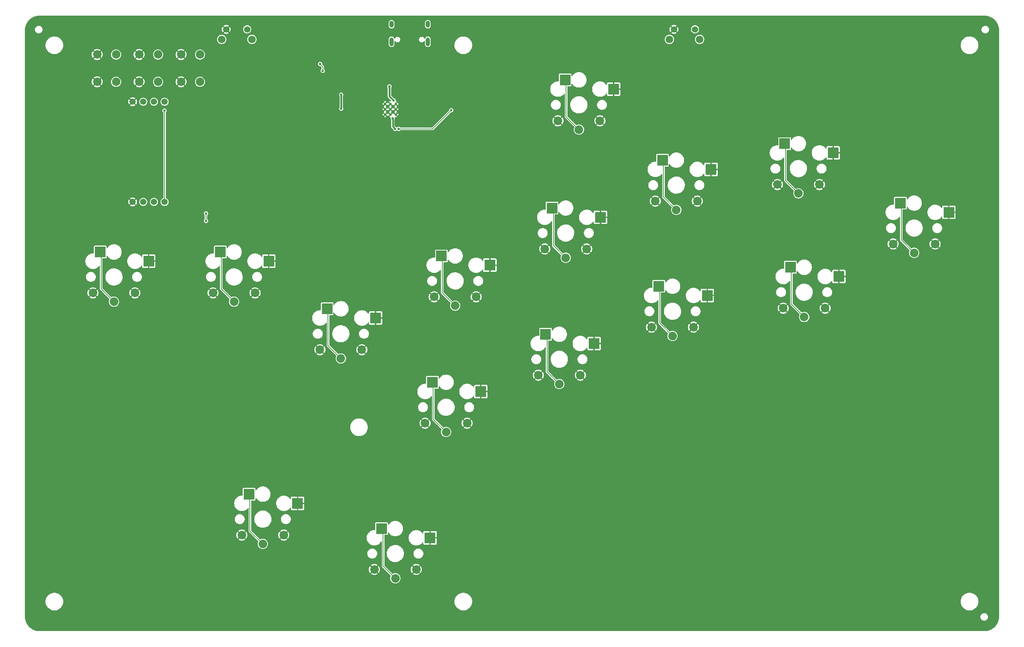
<source format=gbl>
G04 #@! TF.GenerationSoftware,KiCad,Pcbnew,7.0.9*
G04 #@! TF.CreationDate,2023-12-23T20:10:05+09:00*
G04 #@! TF.ProjectId,ergoSHIFT-rev2-kicad,6572676f-5348-4494-9654-2d726576322d,rev?*
G04 #@! TF.SameCoordinates,Original*
G04 #@! TF.FileFunction,Copper,L2,Bot*
G04 #@! TF.FilePolarity,Positive*
%FSLAX46Y46*%
G04 Gerber Fmt 4.6, Leading zero omitted, Abs format (unit mm)*
G04 Created by KiCad (PCBNEW 7.0.9) date 2023-12-23 20:10:05*
%MOMM*%
%LPD*%
G01*
G04 APERTURE LIST*
G04 #@! TA.AperFunction,ComponentPad*
%ADD10O,1.000000X2.100000*%
G04 #@! TD*
G04 #@! TA.AperFunction,ComponentPad*
%ADD11O,1.000000X1.600000*%
G04 #@! TD*
G04 #@! TA.AperFunction,ComponentPad*
%ADD12C,1.524000*%
G04 #@! TD*
G04 #@! TA.AperFunction,ComponentPad*
%ADD13C,1.800000*%
G04 #@! TD*
G04 #@! TA.AperFunction,SMDPad,CuDef*
%ADD14R,2.600000X2.600000*%
G04 #@! TD*
G04 #@! TA.AperFunction,ComponentPad*
%ADD15C,2.032000*%
G04 #@! TD*
G04 #@! TA.AperFunction,ComponentPad*
%ADD16C,1.500000*%
G04 #@! TD*
G04 #@! TA.AperFunction,ComponentPad*
%ADD17C,2.000000*%
G04 #@! TD*
G04 #@! TA.AperFunction,ComponentPad*
%ADD18C,0.600000*%
G04 #@! TD*
G04 #@! TA.AperFunction,ViaPad*
%ADD19C,0.600000*%
G04 #@! TD*
G04 #@! TA.AperFunction,Conductor*
%ADD20C,0.400000*%
G04 #@! TD*
G04 #@! TA.AperFunction,Conductor*
%ADD21C,0.200000*%
G04 #@! TD*
G04 APERTURE END LIST*
D10*
X146524000Y-56720000D03*
D11*
X146524000Y-52540000D03*
D10*
X137884000Y-56720000D03*
D11*
X137884000Y-52540000D03*
D12*
X205200000Y-53750000D03*
X210200000Y-53750000D03*
D13*
X204100000Y-56150000D03*
X211300000Y-56150000D03*
D14*
X147615000Y-137860000D03*
D15*
X150890000Y-149710000D03*
X145890000Y-147610000D03*
X155890000Y-147610000D03*
D14*
X159165000Y-140060000D03*
X202475000Y-84930000D03*
D15*
X205750000Y-96780000D03*
X200750000Y-94680000D03*
X210750000Y-94680000D03*
D14*
X214025000Y-87130000D03*
D16*
X76190000Y-71000000D03*
X76190000Y-94876000D03*
X78730000Y-71000000D03*
X78730000Y-94876000D03*
X81270000Y-71000000D03*
X81270000Y-94876000D03*
X83810000Y-71000000D03*
X83810000Y-94876000D03*
D17*
X72250000Y-59750000D03*
X72250000Y-66250000D03*
X67750000Y-59750000D03*
X67750000Y-66250000D03*
X82250000Y-59750000D03*
X82250000Y-66250000D03*
X77750000Y-59750000D03*
X77750000Y-66250000D03*
D14*
X68475000Y-106800000D03*
D15*
X71750000Y-118650000D03*
X66750000Y-116550000D03*
X76750000Y-116550000D03*
D14*
X80025000Y-109000000D03*
D18*
X136346000Y-71520000D03*
X136346000Y-72795000D03*
X136346000Y-74070000D03*
X137621000Y-71520000D03*
X137621000Y-72795000D03*
X137621000Y-74070000D03*
X138896000Y-71520000D03*
X138896000Y-72795000D03*
X138896000Y-74070000D03*
D17*
X92250000Y-59750000D03*
X92250000Y-66250000D03*
X87750000Y-59750000D03*
X87750000Y-66250000D03*
D14*
X174595000Y-126420000D03*
D15*
X177870000Y-138270000D03*
X172870000Y-136170000D03*
X182870000Y-136170000D03*
D14*
X186145000Y-128620000D03*
X149775000Y-107750000D03*
D15*
X153050000Y-119600000D03*
X148050000Y-117500000D03*
X158050000Y-117500000D03*
D14*
X161325000Y-109950000D03*
X103945000Y-164520000D03*
D15*
X107220000Y-176370000D03*
X102220000Y-174270000D03*
X112220000Y-174270000D03*
D14*
X115495000Y-166720000D03*
X135515000Y-172720000D03*
D15*
X138790000Y-184570000D03*
X133790000Y-182470000D03*
X143790000Y-182470000D03*
D14*
X147065000Y-174920000D03*
X97095000Y-106800000D03*
D15*
X100370000Y-118650000D03*
X95370000Y-116550000D03*
X105370000Y-116550000D03*
D14*
X108645000Y-109000000D03*
D12*
X98500000Y-53750000D03*
X103500000Y-53750000D03*
D13*
X97400000Y-56150000D03*
X104600000Y-56150000D03*
D14*
X232945000Y-110440000D03*
D15*
X236220000Y-122290000D03*
X231220000Y-120190000D03*
X241220000Y-120190000D03*
D14*
X244495000Y-112640000D03*
X201575000Y-114980000D03*
D15*
X204850000Y-126830000D03*
X199850000Y-124730000D03*
X209850000Y-124730000D03*
D14*
X213125000Y-117180000D03*
X179265000Y-65800000D03*
D15*
X182540000Y-77650000D03*
X177540000Y-75550000D03*
X187540000Y-75550000D03*
D14*
X190815000Y-68000000D03*
X176125000Y-96340000D03*
D15*
X179400000Y-108190000D03*
X174400000Y-106090000D03*
X184400000Y-106090000D03*
D14*
X187675000Y-98540000D03*
X122545000Y-120340000D03*
D15*
X125820000Y-132190000D03*
X120820000Y-130090000D03*
X130820000Y-130090000D03*
D14*
X134095000Y-122540000D03*
X259145000Y-95160000D03*
D15*
X262420000Y-107010000D03*
X257420000Y-104910000D03*
X267420000Y-104910000D03*
D14*
X270695000Y-97360000D03*
X231575000Y-80990000D03*
D15*
X234850000Y-92840000D03*
X229850000Y-90740000D03*
X239850000Y-90740000D03*
D14*
X243125000Y-83190000D03*
D19*
X125895200Y-72656800D03*
X125895200Y-69304000D03*
X137372000Y-67339000D03*
X138184800Y-74933600D03*
X138769000Y-77499000D03*
X138388000Y-70695500D03*
X83782000Y-73114000D03*
X120862000Y-62005000D03*
X121497000Y-63656000D03*
X93688000Y-97625000D03*
X93688000Y-99403000D03*
X139611200Y-77482800D03*
X152108000Y-73012400D03*
X103340000Y-154140000D03*
X193764000Y-125692000D03*
X220180000Y-182080000D03*
X276060000Y-116040000D03*
X270980000Y-121120000D03*
X204940000Y-146520000D03*
X159220000Y-60160000D03*
X57620000Y-179540000D03*
X184061200Y-89268400D03*
X139658000Y-83849000D03*
X52540000Y-133820000D03*
X108420000Y-128740000D03*
X164300000Y-146520000D03*
X88100000Y-128740000D03*
X245580000Y-55080000D03*
X84036000Y-119342000D03*
X108420000Y-149060000D03*
X72860000Y-164300000D03*
X83020000Y-164300000D03*
X136203600Y-78337200D03*
X111366400Y-69507200D03*
X220180000Y-60160000D03*
X210020000Y-182080000D03*
X260820000Y-121120000D03*
X161201200Y-92265600D03*
X235420000Y-187160000D03*
X215100000Y-187160000D03*
X144230000Y-73816000D03*
X142252800Y-76670000D03*
X265900000Y-75400000D03*
X84798000Y-78194000D03*
X250660000Y-121120000D03*
X174460000Y-187160000D03*
X199860000Y-151600000D03*
X159220000Y-182080000D03*
X265900000Y-85560000D03*
X86068000Y-119342000D03*
X199860000Y-182080000D03*
X149060000Y-192240000D03*
X189700000Y-192240000D03*
X52540000Y-164300000D03*
X235928000Y-105473600D03*
X62700000Y-164300000D03*
X179540000Y-182080000D03*
X179540000Y-151600000D03*
X83782000Y-111214000D03*
X169380000Y-151600000D03*
X82512000Y-93307000D03*
X108521600Y-96532800D03*
X255740000Y-187160000D03*
X125844400Y-79362400D03*
X103340000Y-143980000D03*
X108420000Y-138900000D03*
X134578000Y-87532000D03*
X138515000Y-80420000D03*
X164554000Y-104864000D03*
X103340000Y-187160000D03*
X255740000Y-55080000D03*
X154140000Y-156680000D03*
X199860000Y-141440000D03*
X220180000Y-192240000D03*
X121424800Y-69608800D03*
X87592000Y-99530000D03*
X156273600Y-90640000D03*
X276060000Y-85560000D03*
X260820000Y-80480000D03*
X159220000Y-151600000D03*
X169380000Y-192240000D03*
X140039000Y-79531000D03*
X255740000Y-85560000D03*
X235420000Y-65240000D03*
X159220000Y-161760000D03*
X57620000Y-77940000D03*
X136868000Y-121374000D03*
X265900000Y-156680000D03*
X141182000Y-81436000D03*
X220180000Y-70320000D03*
X57620000Y-128740000D03*
X86068000Y-104102000D03*
X83782000Y-103340000D03*
X265900000Y-177000000D03*
X130111600Y-114719200D03*
X197574000Y-74130000D03*
X62700000Y-133820000D03*
X57620000Y-169380000D03*
X83020000Y-52540000D03*
X189700000Y-141440000D03*
X220180000Y-141440000D03*
X245580000Y-136360000D03*
X194780000Y-55080000D03*
X57620000Y-159220000D03*
X128740000Y-52540000D03*
X255740000Y-126200000D03*
X104051200Y-72606000D03*
X270980000Y-131280000D03*
X270980000Y-70320000D03*
X105727600Y-65240000D03*
X225260000Y-55080000D03*
X57620000Y-138900000D03*
X52540000Y-113500000D03*
X140424000Y-124930000D03*
X276060000Y-75400000D03*
X255740000Y-136360000D03*
X166840000Y-59906000D03*
X130895000Y-69498000D03*
X270980000Y-151600000D03*
X230340000Y-60160000D03*
X265900000Y-187160000D03*
X169380000Y-182080000D03*
X52540000Y-103340000D03*
X118580000Y-182080000D03*
X52540000Y-62700000D03*
X143472000Y-65621000D03*
X108420000Y-182080000D03*
X79972000Y-93307000D03*
X230340000Y-182080000D03*
X270980000Y-182080000D03*
X79972000Y-72225000D03*
X167094000Y-105626000D03*
X154140000Y-166840000D03*
X230340000Y-141440000D03*
X96736000Y-68542000D03*
X57620000Y-98260000D03*
X52540000Y-123660000D03*
X202196800Y-103441600D03*
X142202000Y-123660000D03*
X109537600Y-99936400D03*
X150888800Y-72860000D03*
X229832000Y-74130000D03*
X265900000Y-146520000D03*
X57620000Y-108420000D03*
X276060000Y-156680000D03*
X57620000Y-118580000D03*
X84925000Y-93307000D03*
X152311200Y-74180800D03*
X270980000Y-141440000D03*
X270980000Y-60160000D03*
X240500000Y-60160000D03*
X145881000Y-68863000D03*
X81496000Y-124930000D03*
X128079600Y-111468000D03*
X144230000Y-69879000D03*
X151600000Y-52540000D03*
X141236800Y-102882800D03*
X188785600Y-79921200D03*
X200520400Y-106083200D03*
X191376400Y-81496000D03*
X258534000Y-112484000D03*
X124422000Y-69253200D03*
X87795200Y-75400000D03*
X270980000Y-90640000D03*
X57620000Y-67780000D03*
X225260000Y-65240000D03*
X128943200Y-76162000D03*
X260820000Y-192240000D03*
X126047600Y-66306800D03*
X130619600Y-111772800D03*
X82766000Y-78194000D03*
X265900000Y-126200000D03*
X183858000Y-119088000D03*
X184620000Y-187160000D03*
X84798000Y-75908000D03*
X98260000Y-182080000D03*
X250660000Y-182080000D03*
X260820000Y-182080000D03*
X176390400Y-84086800D03*
X246088000Y-103848000D03*
X164300000Y-55080000D03*
X240500000Y-192240000D03*
X67780000Y-169380000D03*
X259550000Y-114262000D03*
X276060000Y-65240000D03*
X52540000Y-154140000D03*
X166586000Y-113500000D03*
X270980000Y-110960000D03*
X103340000Y-133820000D03*
X270980000Y-161760000D03*
X141436000Y-65586400D03*
X204940000Y-136360000D03*
X204940000Y-65240000D03*
X133562000Y-78388000D03*
X84899600Y-85052000D03*
X174460000Y-146520000D03*
X276060000Y-126200000D03*
X136868000Y-167094000D03*
X82766000Y-75908000D03*
X118580000Y-192240000D03*
X162268000Y-83985200D03*
X193256000Y-127978000D03*
X250660000Y-141440000D03*
X194780000Y-136360000D03*
X265900000Y-136360000D03*
X98260000Y-192240000D03*
X184620000Y-146520000D03*
X190512800Y-78244800D03*
X52540000Y-174460000D03*
X130416400Y-80886400D03*
X210020000Y-192240000D03*
X276060000Y-146520000D03*
X93180000Y-52540000D03*
X240500000Y-182080000D03*
X204940000Y-187160000D03*
X183908800Y-84645600D03*
X100647600Y-70218400D03*
X140674000Y-87532000D03*
X98260000Y-138900000D03*
X164554000Y-107658000D03*
X192392400Y-79362400D03*
X210020000Y-141440000D03*
X276060000Y-166840000D03*
X235420000Y-136360000D03*
X179540000Y-192240000D03*
X132546000Y-81436000D03*
X138007000Y-59338000D03*
X52540000Y-83020000D03*
X185128000Y-117310000D03*
X253454000Y-114262000D03*
X140420000Y-64621200D03*
X111620400Y-98768000D03*
X67780000Y-128740000D03*
X62700000Y-154140000D03*
X166586000Y-108166000D03*
X154140000Y-177000000D03*
X75704800Y-68491200D03*
X88404800Y-68542000D03*
X83020000Y-133820000D03*
X145504000Y-59084000D03*
X260820000Y-131280000D03*
X134324000Y-80547000D03*
X127825600Y-69304000D03*
X67780000Y-138900000D03*
X94297600Y-65240000D03*
X270980000Y-171920000D03*
X52540000Y-143980000D03*
X233896000Y-106286400D03*
X240500000Y-70320000D03*
X174460000Y-55080000D03*
X52540000Y-72860000D03*
X189700000Y-151600000D03*
X276060000Y-95720000D03*
X149009200Y-77432000D03*
X178625600Y-84899600D03*
X240500000Y-141440000D03*
X138900000Y-167094000D03*
X177101600Y-92214800D03*
X136356000Y-64011600D03*
X244564000Y-105626000D03*
X232778400Y-103492400D03*
X194780000Y-65240000D03*
X144230000Y-68863000D03*
X83020000Y-68440400D03*
X194780000Y-146520000D03*
X265900000Y-55080000D03*
X270980000Y-80480000D03*
X103238400Y-68796000D03*
X159220000Y-192240000D03*
X225260000Y-136360000D03*
X199860000Y-70320000D03*
X245580000Y-187160000D03*
X52540000Y-184620000D03*
X93180000Y-187160000D03*
X225260000Y-187160000D03*
X164300000Y-177000000D03*
X185890000Y-87033200D03*
X150025200Y-84391600D03*
X255740000Y-146520000D03*
X124472800Y-64926000D03*
X265900000Y-65240000D03*
X142252800Y-105270400D03*
X276060000Y-105880000D03*
X260820000Y-141440000D03*
X94297600Y-66967200D03*
X80226000Y-122898000D03*
X72860000Y-133820000D03*
X164300000Y-187160000D03*
X107048400Y-99377600D03*
X105321200Y-70726400D03*
X245580000Y-75400000D03*
X52540000Y-93180000D03*
X57620000Y-149060000D03*
X143726000Y-61624000D03*
X137372000Y-64621200D03*
X215100000Y-136360000D03*
X172428000Y-122390000D03*
X93180000Y-133820000D03*
X270980000Y-192240000D03*
X134578000Y-59465000D03*
X77940000Y-128740000D03*
X108978800Y-70269200D03*
X164300000Y-166840000D03*
X178524000Y-117056000D03*
X197574000Y-72098000D03*
X138646000Y-120104000D03*
X250660000Y-80480000D03*
X62700000Y-52540000D03*
X265900000Y-166840000D03*
X146820800Y-62640000D03*
X128130400Y-81851600D03*
X250660000Y-131280000D03*
X250660000Y-192240000D03*
X189700000Y-182080000D03*
X144081600Y-78397200D03*
X88100000Y-169380000D03*
X230340000Y-192240000D03*
X130518000Y-75095200D03*
X93180000Y-154140000D03*
X86068000Y-110960000D03*
X202704800Y-106337200D03*
X134324000Y-84357000D03*
X137626000Y-87532000D03*
X260820000Y-151600000D03*
X98260000Y-128740000D03*
X77940000Y-138900000D03*
X210020000Y-70320000D03*
X147231200Y-76670000D03*
X230340000Y-70320000D03*
X132546000Y-85500000D03*
X108420000Y-192240000D03*
X276060000Y-177000000D03*
X215100000Y-65240000D03*
X199860000Y-192240000D03*
X105880000Y-67221200D03*
X276060000Y-136360000D03*
X79972000Y-85052000D03*
X93180000Y-164300000D03*
X250660000Y-60160000D03*
X159220000Y-171920000D03*
X166840000Y-57620000D03*
X82664400Y-97244000D03*
X62700000Y-143980000D03*
X113500000Y-52540000D03*
X235013600Y-103441600D03*
X231102000Y-72606000D03*
X184620000Y-55080000D03*
X260820000Y-60160000D03*
X160083600Y-90081200D03*
X235420000Y-55080000D03*
X98260000Y-149060000D03*
X128740000Y-192240000D03*
X72860000Y-52540000D03*
X79972000Y-78194000D03*
X177508000Y-118834000D03*
X57620000Y-88100000D03*
X254470000Y-112484000D03*
X128028800Y-114109600D03*
X88100000Y-138900000D03*
X82639000Y-85052000D03*
X194780000Y-187160000D03*
X255740000Y-75400000D03*
X113500000Y-187160000D03*
X98260000Y-159220000D03*
X77940000Y-169380000D03*
X131022000Y-73816000D03*
X121120000Y-52540000D03*
X123660000Y-187160000D03*
X141690000Y-84484000D03*
X62700000Y-174460000D03*
X164300000Y-156680000D03*
X87592000Y-97244000D03*
X122491600Y-72606000D03*
X173698000Y-120612000D03*
X89878000Y-100546000D03*
D20*
X125895200Y-72656800D02*
X125895200Y-69304000D01*
X138197500Y-76927500D02*
X138781700Y-77511700D01*
X138388000Y-70746300D02*
X137372000Y-69730300D01*
X137372000Y-67389800D02*
X137372000Y-69730300D01*
X138197500Y-74946300D02*
X138197500Y-76927500D01*
D21*
X83810000Y-73142000D02*
X83810000Y-94876000D01*
X83782000Y-73114000D02*
X83810000Y-73142000D01*
X121522400Y-63706800D02*
X121522400Y-62690800D01*
X121522400Y-62690800D02*
X120887400Y-62055800D01*
X68475000Y-106800000D02*
X68680000Y-107005000D01*
X68680000Y-115580000D02*
X71750000Y-118650000D01*
X68680000Y-107005000D02*
X68680000Y-115580000D01*
X93688000Y-97625000D02*
X93688000Y-99403000D01*
X97300000Y-107005000D02*
X97300000Y-115580000D01*
X97095000Y-106800000D02*
X97300000Y-107005000D01*
X97300000Y-115580000D02*
X100370000Y-118650000D01*
X122750000Y-129120000D02*
X125820000Y-132190000D01*
X122545000Y-120340000D02*
X122750000Y-120545000D01*
X122750000Y-120545000D02*
X122750000Y-129120000D01*
X104150000Y-173300000D02*
X107220000Y-176370000D01*
X103945000Y-164520000D02*
X104150000Y-164725000D01*
X104150000Y-164725000D02*
X104150000Y-173300000D01*
X135872781Y-173077781D02*
X135872781Y-181652781D01*
X135872781Y-181652781D02*
X138790000Y-184570000D01*
X135515000Y-172720000D02*
X135872781Y-173077781D01*
X149775000Y-107750000D02*
X149980000Y-107955000D01*
X149980000Y-107955000D02*
X149980000Y-116530000D01*
X149980000Y-116530000D02*
X153050000Y-119600000D01*
X176482781Y-105272781D02*
X179400000Y-108190000D01*
X176482781Y-96697781D02*
X176482781Y-105272781D01*
X176125000Y-96340000D02*
X176482781Y-96697781D01*
X202680000Y-85135000D02*
X202680000Y-93710000D01*
X202475000Y-84930000D02*
X202680000Y-85135000D01*
X202680000Y-93710000D02*
X205750000Y-96780000D01*
X231780000Y-81195000D02*
X231780000Y-89770000D01*
X231575000Y-80990000D02*
X231780000Y-81195000D01*
X231780000Y-89770000D02*
X234850000Y-92840000D01*
X259350000Y-95365000D02*
X259350000Y-103940000D01*
X259350000Y-103940000D02*
X262420000Y-107010000D01*
X259145000Y-95160000D02*
X259350000Y-95365000D01*
X179470000Y-66005000D02*
X179470000Y-74580000D01*
X179265000Y-65800000D02*
X179470000Y-66005000D01*
X179470000Y-74580000D02*
X182540000Y-77650000D01*
X147820000Y-138065000D02*
X147820000Y-146640000D01*
X147820000Y-146640000D02*
X150890000Y-149710000D01*
X147615000Y-137860000D02*
X147820000Y-138065000D01*
X174952781Y-126777781D02*
X174952781Y-135352781D01*
X174595000Y-126420000D02*
X174952781Y-126777781D01*
X174952781Y-135352781D02*
X177870000Y-138270000D01*
X201575000Y-114980000D02*
X201780000Y-115185000D01*
X201780000Y-115185000D02*
X201780000Y-123760000D01*
X201780000Y-123760000D02*
X204850000Y-126830000D01*
X233150000Y-119220000D02*
X236220000Y-122290000D01*
X232945000Y-110440000D02*
X233150000Y-110645000D01*
X233150000Y-110645000D02*
X233150000Y-119220000D01*
X147637600Y-77482800D02*
X152108000Y-73012400D01*
X139611200Y-77482800D02*
X147637600Y-77482800D01*
G04 #@! TA.AperFunction,Conductor*
G36*
X279171208Y-50500560D02*
G01*
X279308334Y-50507295D01*
X279510607Y-50517232D01*
X279515403Y-50517705D01*
X279850331Y-50567387D01*
X279855056Y-50568327D01*
X280183514Y-50650601D01*
X280188121Y-50651999D01*
X280506914Y-50766065D01*
X280511399Y-50767923D01*
X280817461Y-50912680D01*
X280821725Y-50914958D01*
X281112147Y-51089030D01*
X281116169Y-51091719D01*
X281388109Y-51293404D01*
X281391856Y-51296478D01*
X281642726Y-51523854D01*
X281646145Y-51527273D01*
X281868015Y-51772069D01*
X281873517Y-51778139D01*
X281876601Y-51781897D01*
X282078276Y-52053824D01*
X282080972Y-52057857D01*
X282255036Y-52348267D01*
X282257322Y-52352544D01*
X282402075Y-52658599D01*
X282403935Y-52663089D01*
X282516367Y-52977314D01*
X282517994Y-52981859D01*
X282519401Y-52986498D01*
X282599916Y-53307930D01*
X282601668Y-53314925D01*
X282602614Y-53319684D01*
X282638458Y-53561321D01*
X282652291Y-53654574D01*
X282652767Y-53659411D01*
X282669440Y-53998791D01*
X282669500Y-54001220D01*
X282669500Y-193668779D01*
X282669440Y-193671208D01*
X282652767Y-194010588D01*
X282652291Y-194015425D01*
X282602616Y-194350307D01*
X282601668Y-194355074D01*
X282522659Y-194670500D01*
X282519405Y-194683489D01*
X282517994Y-194688140D01*
X282403935Y-195006910D01*
X282402075Y-195011400D01*
X282257322Y-195317455D01*
X282255031Y-195321742D01*
X282080977Y-195612134D01*
X282078276Y-195616175D01*
X281876601Y-195888102D01*
X281873517Y-195891860D01*
X281646154Y-196142717D01*
X281642717Y-196146154D01*
X281391860Y-196373517D01*
X281388102Y-196376601D01*
X281116175Y-196578276D01*
X281112134Y-196580977D01*
X280821742Y-196755031D01*
X280817455Y-196757322D01*
X280511400Y-196902075D01*
X280506910Y-196903935D01*
X280188140Y-197017994D01*
X280183495Y-197019402D01*
X279930510Y-197082772D01*
X279855074Y-197101668D01*
X279850311Y-197102615D01*
X279515423Y-197152291D01*
X279510588Y-197152767D01*
X279171208Y-197169440D01*
X279168779Y-197169500D01*
X54001221Y-197169500D01*
X53998792Y-197169440D01*
X53659411Y-197152767D01*
X53654578Y-197152291D01*
X53319684Y-197102614D01*
X53314927Y-197101668D01*
X52986498Y-197019401D01*
X52981865Y-197017996D01*
X52822474Y-196960964D01*
X52663089Y-196903935D01*
X52658599Y-196902075D01*
X52352544Y-196757322D01*
X52348267Y-196755036D01*
X52057857Y-196580972D01*
X52053824Y-196578276D01*
X51781897Y-196376601D01*
X51778139Y-196373517D01*
X51527273Y-196146145D01*
X51523854Y-196142726D01*
X51296478Y-195891856D01*
X51293404Y-195888109D01*
X51091719Y-195616169D01*
X51089030Y-195612147D01*
X50914958Y-195321725D01*
X50912677Y-195317455D01*
X50767924Y-195011400D01*
X50766064Y-195006910D01*
X50651999Y-194688121D01*
X50650601Y-194683514D01*
X50568327Y-194355056D01*
X50567387Y-194350331D01*
X50517705Y-194015403D01*
X50517232Y-194010607D01*
X50509798Y-193859277D01*
X278201500Y-193859277D01*
X278233663Y-194010588D01*
X278241118Y-194045663D01*
X278241120Y-194045669D01*
X278318620Y-194219739D01*
X278318622Y-194219742D01*
X278318624Y-194219746D01*
X278430629Y-194373908D01*
X278572238Y-194501413D01*
X278652474Y-194547737D01*
X278737252Y-194596685D01*
X278737257Y-194596687D01*
X278737262Y-194596690D01*
X278918490Y-194655575D01*
X279060494Y-194670500D01*
X279060497Y-194670500D01*
X279155503Y-194670500D01*
X279155506Y-194670500D01*
X279297510Y-194655575D01*
X279478738Y-194596690D01*
X279643762Y-194501413D01*
X279785371Y-194373908D01*
X279897376Y-194219747D01*
X279974881Y-194045667D01*
X280014500Y-193859277D01*
X280014500Y-193668723D01*
X279974881Y-193482333D01*
X279897376Y-193308254D01*
X279785371Y-193154092D01*
X279643762Y-193026587D01*
X279609846Y-193007006D01*
X279478747Y-192931314D01*
X279478733Y-192931308D01*
X279297515Y-192872426D01*
X279297512Y-192872425D01*
X279297510Y-192872425D01*
X279181258Y-192860206D01*
X279155507Y-192857500D01*
X279155506Y-192857500D01*
X279060494Y-192857500D01*
X279060492Y-192857500D01*
X279008988Y-192862913D01*
X278918490Y-192872425D01*
X278918488Y-192872425D01*
X278918484Y-192872426D01*
X278737266Y-192931308D01*
X278737252Y-192931314D01*
X278572241Y-193026585D01*
X278572240Y-193026585D01*
X278430630Y-193154090D01*
X278318622Y-193308256D01*
X278318618Y-193308263D01*
X278241121Y-193482326D01*
X278241120Y-193482330D01*
X278241119Y-193482333D01*
X278201500Y-193668723D01*
X278201500Y-193859277D01*
X50509798Y-193859277D01*
X50507295Y-193808334D01*
X50500560Y-193671208D01*
X50500500Y-193668779D01*
X50500500Y-190120003D01*
X55444592Y-190120003D01*
X55464201Y-190406682D01*
X55464202Y-190406686D01*
X55522666Y-190688032D01*
X55618896Y-190958797D01*
X55751099Y-191213936D01*
X55916811Y-191448698D01*
X56112947Y-191658708D01*
X56335853Y-191840055D01*
X56335859Y-191840059D01*
X56335861Y-191840060D01*
X56581370Y-191989358D01*
X56581382Y-191989365D01*
X56768237Y-192070526D01*
X56844942Y-192103844D01*
X57121642Y-192181371D01*
X57406322Y-192220500D01*
X57406328Y-192220500D01*
X57693672Y-192220500D01*
X57693678Y-192220500D01*
X57978358Y-192181371D01*
X58255058Y-192103844D01*
X58416351Y-192033784D01*
X58518617Y-191989365D01*
X58518620Y-191989362D01*
X58518625Y-191989361D01*
X58764147Y-191840055D01*
X58987053Y-191658708D01*
X59183189Y-191448698D01*
X59348901Y-191213936D01*
X59481104Y-190958797D01*
X59577334Y-190688032D01*
X59635798Y-190406686D01*
X59655408Y-190120003D01*
X152894592Y-190120003D01*
X152914201Y-190406682D01*
X152914202Y-190406686D01*
X152972666Y-190688032D01*
X153068896Y-190958797D01*
X153201099Y-191213936D01*
X153366811Y-191448698D01*
X153562947Y-191658708D01*
X153785853Y-191840055D01*
X153785859Y-191840059D01*
X153785861Y-191840060D01*
X154031370Y-191989358D01*
X154031382Y-191989365D01*
X154218237Y-192070526D01*
X154294942Y-192103844D01*
X154571642Y-192181371D01*
X154856322Y-192220500D01*
X154856328Y-192220500D01*
X155143672Y-192220500D01*
X155143678Y-192220500D01*
X155428358Y-192181371D01*
X155705058Y-192103844D01*
X155866351Y-192033784D01*
X155968617Y-191989365D01*
X155968620Y-191989362D01*
X155968625Y-191989361D01*
X156214147Y-191840055D01*
X156437053Y-191658708D01*
X156633189Y-191448698D01*
X156798901Y-191213936D01*
X156931104Y-190958797D01*
X157027334Y-190688032D01*
X157085798Y-190406686D01*
X157105408Y-190120003D01*
X273514592Y-190120003D01*
X273534201Y-190406682D01*
X273534202Y-190406686D01*
X273592666Y-190688032D01*
X273688896Y-190958797D01*
X273821099Y-191213936D01*
X273986811Y-191448698D01*
X274182947Y-191658708D01*
X274405853Y-191840055D01*
X274405859Y-191840059D01*
X274405861Y-191840060D01*
X274651370Y-191989358D01*
X274651382Y-191989365D01*
X274838237Y-192070526D01*
X274914942Y-192103844D01*
X275191642Y-192181371D01*
X275476322Y-192220500D01*
X275476328Y-192220500D01*
X275763672Y-192220500D01*
X275763678Y-192220500D01*
X276048358Y-192181371D01*
X276325058Y-192103844D01*
X276486351Y-192033784D01*
X276588617Y-191989365D01*
X276588620Y-191989362D01*
X276588625Y-191989361D01*
X276834147Y-191840055D01*
X277057053Y-191658708D01*
X277253189Y-191448698D01*
X277418901Y-191213936D01*
X277551104Y-190958797D01*
X277647334Y-190688032D01*
X277705798Y-190406686D01*
X277725408Y-190120000D01*
X277705798Y-189833314D01*
X277647334Y-189551968D01*
X277551104Y-189281203D01*
X277418901Y-189026064D01*
X277253189Y-188791302D01*
X277057053Y-188581292D01*
X276834147Y-188399945D01*
X276834142Y-188399942D01*
X276834138Y-188399939D01*
X276588629Y-188250641D01*
X276588617Y-188250634D01*
X276325063Y-188136158D01*
X276325061Y-188136157D01*
X276325058Y-188136156D01*
X276048358Y-188058629D01*
X275763678Y-188019500D01*
X275476322Y-188019500D01*
X275191642Y-188058629D01*
X274914942Y-188136156D01*
X274914939Y-188136156D01*
X274914936Y-188136158D01*
X274651382Y-188250634D01*
X274651370Y-188250641D01*
X274405861Y-188399939D01*
X274405847Y-188399949D01*
X274182952Y-188581287D01*
X274182951Y-188581288D01*
X273986810Y-188791303D01*
X273986805Y-188791309D01*
X273821098Y-189026065D01*
X273688895Y-189281204D01*
X273654042Y-189379272D01*
X273596498Y-189541188D01*
X273592665Y-189551972D01*
X273534203Y-189833308D01*
X273534201Y-189833317D01*
X273514592Y-190119996D01*
X273514592Y-190120003D01*
X157105408Y-190120003D01*
X157105408Y-190120000D01*
X157085798Y-189833314D01*
X157027334Y-189551968D01*
X156931104Y-189281203D01*
X156798901Y-189026064D01*
X156633189Y-188791302D01*
X156437053Y-188581292D01*
X156214147Y-188399945D01*
X156214142Y-188399942D01*
X156214138Y-188399939D01*
X155968629Y-188250641D01*
X155968617Y-188250634D01*
X155705063Y-188136158D01*
X155705061Y-188136157D01*
X155705058Y-188136156D01*
X155428358Y-188058629D01*
X155143678Y-188019500D01*
X154856322Y-188019500D01*
X154571642Y-188058629D01*
X154294942Y-188136156D01*
X154294939Y-188136156D01*
X154294936Y-188136158D01*
X154031382Y-188250634D01*
X154031370Y-188250641D01*
X153785861Y-188399939D01*
X153785847Y-188399949D01*
X153562952Y-188581287D01*
X153562951Y-188581288D01*
X153366810Y-188791303D01*
X153366805Y-188791309D01*
X153201098Y-189026065D01*
X153068895Y-189281204D01*
X153034042Y-189379272D01*
X152976498Y-189541188D01*
X152972665Y-189551972D01*
X152914203Y-189833308D01*
X152914201Y-189833317D01*
X152894592Y-190119996D01*
X152894592Y-190120003D01*
X59655408Y-190120003D01*
X59655408Y-190120000D01*
X59635798Y-189833314D01*
X59577334Y-189551968D01*
X59481104Y-189281203D01*
X59348901Y-189026064D01*
X59183189Y-188791302D01*
X58987053Y-188581292D01*
X58764147Y-188399945D01*
X58764142Y-188399942D01*
X58764138Y-188399939D01*
X58518629Y-188250641D01*
X58518617Y-188250634D01*
X58255063Y-188136158D01*
X58255061Y-188136157D01*
X58255058Y-188136156D01*
X57978358Y-188058629D01*
X57693678Y-188019500D01*
X57406322Y-188019500D01*
X57121642Y-188058629D01*
X56844942Y-188136156D01*
X56844939Y-188136156D01*
X56844936Y-188136158D01*
X56581382Y-188250634D01*
X56581370Y-188250641D01*
X56335861Y-188399939D01*
X56335847Y-188399949D01*
X56112952Y-188581287D01*
X56112951Y-188581288D01*
X55916810Y-188791303D01*
X55916805Y-188791309D01*
X55751098Y-189026065D01*
X55618895Y-189281204D01*
X55584042Y-189379272D01*
X55526498Y-189541188D01*
X55522665Y-189551972D01*
X55464203Y-189833308D01*
X55464201Y-189833317D01*
X55444592Y-190119996D01*
X55444592Y-190120003D01*
X50500500Y-190120003D01*
X50500500Y-182470003D01*
X132468973Y-182470003D01*
X132489040Y-182699386D01*
X132548641Y-182921816D01*
X132645956Y-183130512D01*
X132757727Y-183290138D01*
X133247547Y-182800317D01*
X133296835Y-182877981D01*
X133413790Y-182987809D01*
X133459301Y-183012829D01*
X132969860Y-183502271D01*
X133129487Y-183614043D01*
X133338183Y-183711358D01*
X133560613Y-183770959D01*
X133789997Y-183791027D01*
X133790003Y-183791027D01*
X134019386Y-183770959D01*
X134241816Y-183711358D01*
X134450514Y-183614042D01*
X134450515Y-183614042D01*
X134610138Y-183502271D01*
X134121743Y-183013876D01*
X134228142Y-182936574D01*
X134330410Y-182812954D01*
X134335106Y-182802973D01*
X134822271Y-183290138D01*
X134934042Y-183130515D01*
X134934042Y-183130514D01*
X135031358Y-182921816D01*
X135090959Y-182699386D01*
X135111027Y-182470003D01*
X135111027Y-182469996D01*
X135090959Y-182240613D01*
X135031358Y-182018183D01*
X134934043Y-181809488D01*
X134822271Y-181649860D01*
X134332450Y-182139680D01*
X134283165Y-182062019D01*
X134166210Y-181952191D01*
X134120695Y-181927169D01*
X134610138Y-181437727D01*
X134450512Y-181325956D01*
X134241816Y-181228641D01*
X134019386Y-181169040D01*
X133790003Y-181148973D01*
X133789997Y-181148973D01*
X133560613Y-181169040D01*
X133338183Y-181228641D01*
X133129489Y-181325955D01*
X132969860Y-181437727D01*
X133458256Y-181926123D01*
X133351858Y-182003426D01*
X133249590Y-182127046D01*
X133244893Y-182137026D01*
X132757727Y-181649860D01*
X132645955Y-181809489D01*
X132548641Y-182018183D01*
X132489040Y-182240613D01*
X132468973Y-182469996D01*
X132468973Y-182470003D01*
X50500500Y-182470003D01*
X50500500Y-178779473D01*
X132108600Y-178779473D01*
X132148831Y-178994690D01*
X132227924Y-179198851D01*
X132343184Y-179385002D01*
X132490686Y-179546805D01*
X132665409Y-179678749D01*
X132861401Y-179776342D01*
X133071988Y-179836259D01*
X133235384Y-179851400D01*
X133235389Y-179851400D01*
X133344611Y-179851400D01*
X133344616Y-179851400D01*
X133508012Y-179836259D01*
X133718599Y-179776342D01*
X133914591Y-179678749D01*
X134089314Y-179546805D01*
X134236816Y-179385002D01*
X134352076Y-179198851D01*
X134431169Y-178994690D01*
X134471400Y-178779473D01*
X134471400Y-178560527D01*
X134431169Y-178345310D01*
X134352076Y-178141149D01*
X134236816Y-177954998D01*
X134089314Y-177793195D01*
X133914591Y-177661251D01*
X133718599Y-177563658D01*
X133508013Y-177503741D01*
X133344618Y-177488600D01*
X133344616Y-177488600D01*
X133235384Y-177488600D01*
X133235381Y-177488600D01*
X133071986Y-177503741D01*
X132861400Y-177563658D01*
X132665416Y-177661247D01*
X132665407Y-177661252D01*
X132490685Y-177793196D01*
X132343184Y-177954997D01*
X132343182Y-177955000D01*
X132227927Y-178141143D01*
X132227924Y-178141148D01*
X132148830Y-178345312D01*
X132128192Y-178455717D01*
X132108600Y-178560527D01*
X132108600Y-178779473D01*
X50500500Y-178779473D01*
X50500500Y-174270003D01*
X100898973Y-174270003D01*
X100919040Y-174499386D01*
X100978641Y-174721816D01*
X101075956Y-174930512D01*
X101187727Y-175090138D01*
X101677547Y-174600317D01*
X101726835Y-174677981D01*
X101843790Y-174787809D01*
X101889301Y-174812829D01*
X101399860Y-175302271D01*
X101559487Y-175414043D01*
X101768183Y-175511358D01*
X101990613Y-175570959D01*
X102219997Y-175591027D01*
X102220003Y-175591027D01*
X102449386Y-175570959D01*
X102671816Y-175511358D01*
X102880514Y-175414042D01*
X102880515Y-175414042D01*
X103040138Y-175302271D01*
X102551743Y-174813876D01*
X102658142Y-174736574D01*
X102760410Y-174612954D01*
X102765106Y-174602973D01*
X103252271Y-175090138D01*
X103364042Y-174930515D01*
X103364042Y-174930514D01*
X103461358Y-174721816D01*
X103520959Y-174499386D01*
X103541027Y-174270003D01*
X103541027Y-174269996D01*
X103520959Y-174040613D01*
X103461358Y-173818183D01*
X103364043Y-173609488D01*
X103252271Y-173449860D01*
X102762450Y-173939680D01*
X102713165Y-173862019D01*
X102596210Y-173752191D01*
X102550695Y-173727169D01*
X103040138Y-173237727D01*
X102880512Y-173125956D01*
X102671816Y-173028641D01*
X102449386Y-172969040D01*
X102220003Y-172948973D01*
X102219997Y-172948973D01*
X101990613Y-172969040D01*
X101768183Y-173028641D01*
X101559489Y-173125955D01*
X101399860Y-173237727D01*
X101888256Y-173726123D01*
X101781858Y-173803426D01*
X101679590Y-173927046D01*
X101674893Y-173937026D01*
X101187727Y-173449860D01*
X101075955Y-173609489D01*
X100978641Y-173818183D01*
X100919040Y-174040613D01*
X100898973Y-174269996D01*
X100898973Y-174270003D01*
X50500500Y-174270003D01*
X50500500Y-170579473D01*
X100538600Y-170579473D01*
X100578831Y-170794690D01*
X100657924Y-170998851D01*
X100773184Y-171185002D01*
X100920686Y-171346805D01*
X101095409Y-171478749D01*
X101291401Y-171576342D01*
X101501988Y-171636259D01*
X101665384Y-171651400D01*
X101665389Y-171651400D01*
X101774611Y-171651400D01*
X101774616Y-171651400D01*
X101938012Y-171636259D01*
X102148599Y-171576342D01*
X102344591Y-171478749D01*
X102519314Y-171346805D01*
X102666816Y-171185002D01*
X102782076Y-170998851D01*
X102861169Y-170794690D01*
X102901400Y-170579473D01*
X102901400Y-170360527D01*
X102861169Y-170145310D01*
X102782076Y-169941149D01*
X102666816Y-169754998D01*
X102519314Y-169593195D01*
X102344591Y-169461251D01*
X102148599Y-169363658D01*
X101938013Y-169303741D01*
X101774618Y-169288600D01*
X101774616Y-169288600D01*
X101665384Y-169288600D01*
X101665381Y-169288600D01*
X101501986Y-169303741D01*
X101291400Y-169363658D01*
X101095416Y-169461247D01*
X101095407Y-169461252D01*
X100920685Y-169593196D01*
X100773184Y-169754997D01*
X100773182Y-169755000D01*
X100657927Y-169941143D01*
X100657924Y-169941148D01*
X100578830Y-170145312D01*
X100558192Y-170255717D01*
X100538600Y-170360527D01*
X100538600Y-170579473D01*
X50500500Y-170579473D01*
X50500500Y-166857180D01*
X100389500Y-166857180D01*
X100430389Y-167128461D01*
X100430391Y-167128471D01*
X100511257Y-167390634D01*
X100590500Y-167555181D01*
X100630295Y-167637816D01*
X100784844Y-167864498D01*
X100784847Y-167864501D01*
X100784849Y-167864504D01*
X100971449Y-168065612D01*
X100971455Y-168065618D01*
X101130533Y-168192477D01*
X101185951Y-168236671D01*
X101185955Y-168236673D01*
X101185956Y-168236674D01*
X101423536Y-168373841D01*
X101423540Y-168373843D01*
X101423549Y-168373848D01*
X101553882Y-168425000D01*
X101655300Y-168464804D01*
X101678938Y-168474081D01*
X101946413Y-168535130D01*
X102028450Y-168541278D01*
X102151501Y-168550500D01*
X102151507Y-168550500D01*
X102288499Y-168550500D01*
X102400362Y-168542116D01*
X102493587Y-168535130D01*
X102761062Y-168474081D01*
X103016451Y-168373848D01*
X103254049Y-168236671D01*
X103347063Y-168162494D01*
X103468544Y-168065618D01*
X103468550Y-168065612D01*
X103655153Y-167864501D01*
X103655152Y-167864501D01*
X103655156Y-167864498D01*
X103668703Y-167844628D01*
X103717103Y-167807200D01*
X103778261Y-167805369D01*
X103828815Y-167839835D01*
X103849456Y-167897434D01*
X103849500Y-167900397D01*
X103849500Y-173234835D01*
X103847280Y-173248513D01*
X103848494Y-173248683D01*
X103847226Y-173257766D01*
X103849447Y-173305783D01*
X103849500Y-173308069D01*
X103849500Y-173327842D01*
X103850152Y-173331332D01*
X103850943Y-173338149D01*
X103852414Y-173369987D01*
X103852415Y-173369994D01*
X103856384Y-173378982D01*
X103863133Y-173400773D01*
X103864939Y-173410433D01*
X103881717Y-173437533D01*
X103884915Y-173443600D01*
X103897793Y-173472763D01*
X103897794Y-173472765D01*
X103904745Y-173479716D01*
X103918907Y-173497596D01*
X103924081Y-173505952D01*
X103949511Y-173525156D01*
X103954690Y-173529662D01*
X106120435Y-175695406D01*
X106148212Y-175749923D01*
X106140155Y-175807249D01*
X106072498Y-175952338D01*
X106017403Y-176157957D01*
X105998853Y-176369996D01*
X105998853Y-176370003D01*
X106017403Y-176582042D01*
X106017404Y-176582049D01*
X106017405Y-176582050D01*
X106072497Y-176787657D01*
X106162456Y-176980574D01*
X106284547Y-177154938D01*
X106435062Y-177305453D01*
X106609426Y-177427544D01*
X106802343Y-177517503D01*
X107007950Y-177572595D01*
X107007954Y-177572595D01*
X107007957Y-177572596D01*
X107219997Y-177591147D01*
X107220000Y-177591147D01*
X107220003Y-177591147D01*
X107432042Y-177572596D01*
X107432043Y-177572595D01*
X107432050Y-177572595D01*
X107637657Y-177517503D01*
X107830574Y-177427544D01*
X108004938Y-177305453D01*
X108155453Y-177154938D01*
X108277544Y-176980574D01*
X108367503Y-176787657D01*
X108422595Y-176582050D01*
X108423313Y-176573850D01*
X108441147Y-176370003D01*
X108441147Y-176369996D01*
X108422596Y-176157957D01*
X108422595Y-176157954D01*
X108422595Y-176157950D01*
X108367503Y-175952343D01*
X108277544Y-175759427D01*
X108155453Y-175585062D01*
X108004938Y-175434547D01*
X108004934Y-175434544D01*
X108004933Y-175434543D01*
X107887373Y-175352227D01*
X107830574Y-175312456D01*
X107637657Y-175222497D01*
X107432050Y-175167405D01*
X107432049Y-175167404D01*
X107432042Y-175167403D01*
X107220003Y-175148853D01*
X107219997Y-175148853D01*
X107007957Y-175167403D01*
X106802338Y-175222498D01*
X106657249Y-175290155D01*
X106596520Y-175297612D01*
X106545406Y-175270435D01*
X105544974Y-174270003D01*
X110898973Y-174270003D01*
X110919040Y-174499386D01*
X110978641Y-174721816D01*
X111075956Y-174930512D01*
X111187727Y-175090138D01*
X111677547Y-174600317D01*
X111726835Y-174677981D01*
X111843790Y-174787809D01*
X111889301Y-174812829D01*
X111399860Y-175302271D01*
X111559487Y-175414043D01*
X111768183Y-175511358D01*
X111990613Y-175570959D01*
X112219997Y-175591027D01*
X112220003Y-175591027D01*
X112449386Y-175570959D01*
X112671816Y-175511358D01*
X112880514Y-175414042D01*
X112880515Y-175414042D01*
X113040138Y-175302271D01*
X112551743Y-174813876D01*
X112658142Y-174736574D01*
X112760410Y-174612954D01*
X112765106Y-174602973D01*
X113252271Y-175090138D01*
X113275349Y-175057180D01*
X131959500Y-175057180D01*
X132000389Y-175328461D01*
X132000391Y-175328471D01*
X132081257Y-175590634D01*
X132200291Y-175837808D01*
X132200295Y-175837816D01*
X132354844Y-176064498D01*
X132354847Y-176064501D01*
X132354849Y-176064504D01*
X132541449Y-176265612D01*
X132541455Y-176265618D01*
X132700533Y-176392477D01*
X132755951Y-176436671D01*
X132755955Y-176436673D01*
X132755956Y-176436674D01*
X132993536Y-176573841D01*
X132993540Y-176573843D01*
X132993549Y-176573848D01*
X133123882Y-176625000D01*
X133225300Y-176664804D01*
X133248938Y-176674081D01*
X133516413Y-176735130D01*
X133598450Y-176741278D01*
X133721501Y-176750500D01*
X133721507Y-176750500D01*
X133858499Y-176750500D01*
X133970362Y-176742116D01*
X134063587Y-176735130D01*
X134331062Y-176674081D01*
X134586451Y-176573848D01*
X134824049Y-176436671D01*
X134917063Y-176362494D01*
X135038544Y-176265618D01*
X135038550Y-176265612D01*
X135225150Y-176064504D01*
X135225156Y-176064498D01*
X135379705Y-175837817D01*
X135384084Y-175828724D01*
X135426366Y-175784498D01*
X135486567Y-175773572D01*
X135541694Y-175800117D01*
X135570690Y-175853996D01*
X135572281Y-175871676D01*
X135572281Y-181587616D01*
X135570061Y-181601294D01*
X135571275Y-181601464D01*
X135570007Y-181610547D01*
X135572228Y-181658564D01*
X135572281Y-181660850D01*
X135572281Y-181680623D01*
X135572933Y-181684113D01*
X135573724Y-181690930D01*
X135575195Y-181722768D01*
X135575196Y-181722775D01*
X135579165Y-181731763D01*
X135585914Y-181753554D01*
X135587720Y-181763214D01*
X135604498Y-181790314D01*
X135607696Y-181796381D01*
X135620574Y-181825544D01*
X135620575Y-181825546D01*
X135627526Y-181832497D01*
X135641688Y-181850377D01*
X135646862Y-181858733D01*
X135672292Y-181877937D01*
X135677471Y-181882443D01*
X137690435Y-183895406D01*
X137718212Y-183949923D01*
X137710155Y-184007249D01*
X137642498Y-184152338D01*
X137587403Y-184357957D01*
X137568853Y-184569996D01*
X137568853Y-184570003D01*
X137587403Y-184782042D01*
X137587404Y-184782049D01*
X137587405Y-184782050D01*
X137642497Y-184987657D01*
X137732456Y-185180574D01*
X137854547Y-185354938D01*
X138005062Y-185505453D01*
X138179426Y-185627544D01*
X138372343Y-185717503D01*
X138577950Y-185772595D01*
X138577954Y-185772595D01*
X138577957Y-185772596D01*
X138789997Y-185791147D01*
X138790000Y-185791147D01*
X138790003Y-185791147D01*
X139002042Y-185772596D01*
X139002043Y-185772595D01*
X139002050Y-185772595D01*
X139207657Y-185717503D01*
X139400574Y-185627544D01*
X139574938Y-185505453D01*
X139725453Y-185354938D01*
X139847544Y-185180574D01*
X139937503Y-184987657D01*
X139992595Y-184782050D01*
X140011147Y-184570000D01*
X139992595Y-184357950D01*
X139937503Y-184152343D01*
X139847544Y-183959427D01*
X139725453Y-183785062D01*
X139574938Y-183634547D01*
X139574934Y-183634544D01*
X139574933Y-183634543D01*
X139413513Y-183521516D01*
X139400574Y-183512456D01*
X139207657Y-183422497D01*
X139002050Y-183367405D01*
X139002049Y-183367404D01*
X139002042Y-183367403D01*
X138790003Y-183348853D01*
X138789997Y-183348853D01*
X138577957Y-183367403D01*
X138372338Y-183422498D01*
X138227249Y-183490155D01*
X138166520Y-183497612D01*
X138115406Y-183470435D01*
X137114974Y-182470003D01*
X142468973Y-182470003D01*
X142489040Y-182699386D01*
X142548641Y-182921816D01*
X142645956Y-183130512D01*
X142757727Y-183290138D01*
X143247547Y-182800317D01*
X143296835Y-182877981D01*
X143413790Y-182987809D01*
X143459301Y-183012829D01*
X142969860Y-183502271D01*
X143129487Y-183614043D01*
X143338183Y-183711358D01*
X143560613Y-183770959D01*
X143789997Y-183791027D01*
X143790003Y-183791027D01*
X144019386Y-183770959D01*
X144241816Y-183711358D01*
X144450514Y-183614042D01*
X144450515Y-183614042D01*
X144610138Y-183502271D01*
X144121743Y-183013876D01*
X144228142Y-182936574D01*
X144330410Y-182812954D01*
X144335106Y-182802973D01*
X144822271Y-183290138D01*
X144934042Y-183130515D01*
X144934042Y-183130514D01*
X145031358Y-182921816D01*
X145090959Y-182699386D01*
X145111027Y-182470003D01*
X145111027Y-182469996D01*
X145090959Y-182240613D01*
X145031358Y-182018183D01*
X144934043Y-181809488D01*
X144822271Y-181649860D01*
X144332450Y-182139680D01*
X144283165Y-182062019D01*
X144166210Y-181952191D01*
X144120695Y-181927169D01*
X144610138Y-181437727D01*
X144450512Y-181325956D01*
X144241816Y-181228641D01*
X144019386Y-181169040D01*
X143790003Y-181148973D01*
X143789997Y-181148973D01*
X143560613Y-181169040D01*
X143338183Y-181228641D01*
X143129489Y-181325955D01*
X142969860Y-181437727D01*
X143458256Y-181926123D01*
X143351858Y-182003426D01*
X143249590Y-182127046D01*
X143244893Y-182137026D01*
X142757727Y-181649860D01*
X142645955Y-181809489D01*
X142548641Y-182018183D01*
X142489040Y-182240613D01*
X142468973Y-182469996D01*
X142468973Y-182470003D01*
X137114974Y-182470003D01*
X136202277Y-181557306D01*
X136174500Y-181502789D01*
X136173281Y-181487302D01*
X136173281Y-178598453D01*
X136741255Y-178598453D01*
X136751236Y-178884283D01*
X136800898Y-179165933D01*
X136833259Y-179265531D01*
X136889279Y-179437941D01*
X137014653Y-179694997D01*
X137174583Y-179932102D01*
X137174589Y-179932109D01*
X137174594Y-179932115D01*
X137365949Y-180144636D01*
X137365952Y-180144638D01*
X137365955Y-180144642D01*
X137365959Y-180144645D01*
X137585036Y-180328474D01*
X137585041Y-180328478D01*
X137585044Y-180328480D01*
X137827586Y-180480037D01*
X138088861Y-180596364D01*
X138363782Y-180675197D01*
X138647000Y-180715000D01*
X138647001Y-180715000D01*
X138861414Y-180715000D01*
X138861419Y-180715000D01*
X139075304Y-180700044D01*
X139355055Y-180640581D01*
X139623808Y-180542763D01*
X139876331Y-180408494D01*
X140107711Y-180240387D01*
X140313442Y-180041714D01*
X140462132Y-179851400D01*
X140489517Y-179816349D01*
X140489517Y-179816347D01*
X140489522Y-179816342D01*
X140632522Y-179568658D01*
X140739660Y-179303483D01*
X140808850Y-179025978D01*
X140834759Y-178779473D01*
X143108600Y-178779473D01*
X143148831Y-178994690D01*
X143227924Y-179198851D01*
X143343184Y-179385002D01*
X143490686Y-179546805D01*
X143665409Y-179678749D01*
X143861401Y-179776342D01*
X144071988Y-179836259D01*
X144235384Y-179851400D01*
X144235389Y-179851400D01*
X144344611Y-179851400D01*
X144344616Y-179851400D01*
X144508012Y-179836259D01*
X144718599Y-179776342D01*
X144914591Y-179678749D01*
X145089314Y-179546805D01*
X145236816Y-179385002D01*
X145352076Y-179198851D01*
X145431169Y-178994690D01*
X145471400Y-178779473D01*
X145471400Y-178560527D01*
X145431169Y-178345310D01*
X145352076Y-178141149D01*
X145236816Y-177954998D01*
X145089314Y-177793195D01*
X144914591Y-177661251D01*
X144718599Y-177563658D01*
X144508013Y-177503741D01*
X144344618Y-177488600D01*
X144344616Y-177488600D01*
X144235384Y-177488600D01*
X144235381Y-177488600D01*
X144071986Y-177503741D01*
X143861400Y-177563658D01*
X143665416Y-177661247D01*
X143665407Y-177661252D01*
X143490685Y-177793196D01*
X143343184Y-177954997D01*
X143343182Y-177955000D01*
X143227927Y-178141143D01*
X143227924Y-178141148D01*
X143148830Y-178345312D01*
X143128192Y-178455717D01*
X143108600Y-178560527D01*
X143108600Y-178779473D01*
X140834759Y-178779473D01*
X140838745Y-178741544D01*
X140828764Y-178455717D01*
X140779100Y-178174062D01*
X140690721Y-177902059D01*
X140565347Y-177645003D01*
X140405417Y-177407898D01*
X140405408Y-177407888D01*
X140405405Y-177407884D01*
X140214050Y-177195363D01*
X140214047Y-177195360D01*
X140214045Y-177195358D01*
X140165874Y-177154938D01*
X139994963Y-177011525D01*
X139994956Y-177011520D01*
X139752413Y-176859962D01*
X139491139Y-176743636D01*
X139216224Y-176664804D01*
X139216219Y-176664803D01*
X139216218Y-176664803D01*
X138933000Y-176625000D01*
X138718581Y-176625000D01*
X138638184Y-176630621D01*
X138504702Y-176639955D01*
X138504697Y-176639955D01*
X138504696Y-176639956D01*
X138414104Y-176659211D01*
X138224947Y-176699418D01*
X137956191Y-176797237D01*
X137703668Y-176931506D01*
X137472292Y-177099610D01*
X137266555Y-177298289D01*
X137266551Y-177298293D01*
X137090482Y-177523650D01*
X137090481Y-177523653D01*
X136947475Y-177771347D01*
X136840339Y-178036518D01*
X136840338Y-178036520D01*
X136771152Y-178314010D01*
X136771151Y-178314013D01*
X136741255Y-178598453D01*
X136173281Y-178598453D01*
X136173281Y-175057180D01*
X141959500Y-175057180D01*
X142000389Y-175328461D01*
X142000391Y-175328471D01*
X142081257Y-175590634D01*
X142200291Y-175837808D01*
X142200295Y-175837816D01*
X142354844Y-176064498D01*
X142354847Y-176064501D01*
X142354849Y-176064504D01*
X142541449Y-176265612D01*
X142541455Y-176265618D01*
X142700533Y-176392477D01*
X142755951Y-176436671D01*
X142755955Y-176436673D01*
X142755956Y-176436674D01*
X142993536Y-176573841D01*
X142993540Y-176573843D01*
X142993549Y-176573848D01*
X143123882Y-176625000D01*
X143225300Y-176664804D01*
X143248938Y-176674081D01*
X143516413Y-176735130D01*
X143598450Y-176741278D01*
X143721501Y-176750500D01*
X143721507Y-176750500D01*
X143858499Y-176750500D01*
X143970362Y-176742116D01*
X144063587Y-176735130D01*
X144331062Y-176674081D01*
X144586451Y-176573848D01*
X144824049Y-176436671D01*
X144917063Y-176362494D01*
X145038544Y-176265618D01*
X145038550Y-176265612D01*
X145225153Y-176064501D01*
X145225152Y-176064501D01*
X145225156Y-176064498D01*
X145284204Y-175977890D01*
X145332604Y-175940463D01*
X145393762Y-175938632D01*
X145444316Y-175973099D01*
X145464956Y-176030698D01*
X145465000Y-176033660D01*
X145465000Y-176264789D01*
X145465001Y-176264792D01*
X145467909Y-176289874D01*
X145513213Y-176392477D01*
X145592522Y-176471786D01*
X145695127Y-176517090D01*
X145720203Y-176519999D01*
X146914998Y-176519999D01*
X146915000Y-176519998D01*
X147215000Y-176519998D01*
X147215001Y-176519999D01*
X148409790Y-176519999D01*
X148409791Y-176519998D01*
X148434874Y-176517090D01*
X148537477Y-176471786D01*
X148616786Y-176392477D01*
X148662090Y-176289872D01*
X148664999Y-176264797D01*
X148665000Y-176264795D01*
X148665000Y-175070001D01*
X148664999Y-175070000D01*
X147215001Y-175070000D01*
X147215000Y-175070001D01*
X147215000Y-176519998D01*
X146915000Y-176519998D01*
X146915000Y-174769999D01*
X147215000Y-174769999D01*
X147215001Y-174770000D01*
X148664998Y-174770000D01*
X148664999Y-174769999D01*
X148664999Y-173575210D01*
X148664998Y-173575208D01*
X148662090Y-173550125D01*
X148616786Y-173447522D01*
X148537477Y-173368213D01*
X148434872Y-173322909D01*
X148409797Y-173320000D01*
X147215001Y-173320000D01*
X147215000Y-173320001D01*
X147215000Y-174769999D01*
X146915000Y-174769999D01*
X146915000Y-173320001D01*
X146914999Y-173320000D01*
X145720210Y-173320000D01*
X145720208Y-173320001D01*
X145695125Y-173322909D01*
X145592522Y-173368213D01*
X145513213Y-173447522D01*
X145467909Y-173550127D01*
X145465000Y-173575202D01*
X145465000Y-173806338D01*
X145446093Y-173864529D01*
X145396593Y-173900493D01*
X145335407Y-173900493D01*
X145285907Y-173864529D01*
X145284203Y-173862107D01*
X145225154Y-173775499D01*
X145038550Y-173574387D01*
X145038544Y-173574381D01*
X144824057Y-173403335D01*
X144824043Y-173403325D01*
X144586463Y-173266158D01*
X144586454Y-173266153D01*
X144586451Y-173266152D01*
X144586447Y-173266150D01*
X144586444Y-173266149D01*
X144331064Y-173165919D01*
X144063591Y-173104871D01*
X144063582Y-173104869D01*
X143858499Y-173089500D01*
X143858493Y-173089500D01*
X143721507Y-173089500D01*
X143721501Y-173089500D01*
X143516417Y-173104869D01*
X143516408Y-173104871D01*
X143248935Y-173165919D01*
X142993555Y-173266149D01*
X142993536Y-173266158D01*
X142755956Y-173403325D01*
X142755942Y-173403335D01*
X142541455Y-173574381D01*
X142541449Y-173574387D01*
X142354849Y-173775495D01*
X142354844Y-173775501D01*
X142354844Y-173775502D01*
X142200295Y-174002183D01*
X142200295Y-174002184D01*
X142200291Y-174002190D01*
X142081257Y-174249365D01*
X142000391Y-174511528D01*
X142000389Y-174511538D01*
X141959500Y-174782819D01*
X141959500Y-175057180D01*
X136173281Y-175057180D01*
X136173281Y-174319500D01*
X136192188Y-174261309D01*
X136241688Y-174225345D01*
X136272281Y-174220500D01*
X136834747Y-174220500D01*
X136834748Y-174220500D01*
X136893231Y-174208867D01*
X136959552Y-174164552D01*
X137003867Y-174098231D01*
X137015500Y-174039748D01*
X137015500Y-173687214D01*
X137034407Y-173629023D01*
X137083907Y-173593059D01*
X137145093Y-173593059D01*
X137194593Y-173629023D01*
X137200237Y-173637715D01*
X137200291Y-173637809D01*
X137200293Y-173637812D01*
X137200295Y-173637816D01*
X137354844Y-173864498D01*
X137354847Y-173864501D01*
X137354849Y-173864504D01*
X137541449Y-174065612D01*
X137541455Y-174065618D01*
X137747349Y-174229811D01*
X137755951Y-174236671D01*
X137755955Y-174236673D01*
X137755956Y-174236674D01*
X137993536Y-174373841D01*
X137993540Y-174373843D01*
X137993549Y-174373848D01*
X138248938Y-174474081D01*
X138516413Y-174535130D01*
X138598450Y-174541278D01*
X138721501Y-174550500D01*
X138721507Y-174550500D01*
X138858499Y-174550500D01*
X138970362Y-174542116D01*
X139063587Y-174535130D01*
X139331062Y-174474081D01*
X139586451Y-174373848D01*
X139824049Y-174236671D01*
X139932647Y-174150067D01*
X140038544Y-174065618D01*
X140038550Y-174065612D01*
X140167120Y-173927046D01*
X140225156Y-173864498D01*
X140379705Y-173637817D01*
X140498743Y-173390632D01*
X140579610Y-173128467D01*
X140620500Y-172857177D01*
X140620500Y-172582823D01*
X140579610Y-172311533D01*
X140498743Y-172049368D01*
X140448309Y-171944642D01*
X140399472Y-171843230D01*
X140379705Y-171802184D01*
X140225156Y-171575502D01*
X140225150Y-171575495D01*
X140038550Y-171374387D01*
X140038544Y-171374381D01*
X139824057Y-171203335D01*
X139824043Y-171203325D01*
X139586463Y-171066158D01*
X139586454Y-171066153D01*
X139586451Y-171066152D01*
X139586447Y-171066150D01*
X139586444Y-171066149D01*
X139331064Y-170965919D01*
X139063591Y-170904871D01*
X139063582Y-170904869D01*
X138858499Y-170889500D01*
X138858493Y-170889500D01*
X138721507Y-170889500D01*
X138721501Y-170889500D01*
X138516417Y-170904869D01*
X138516408Y-170904871D01*
X138248935Y-170965919D01*
X137993555Y-171066149D01*
X137993536Y-171066158D01*
X137755956Y-171203325D01*
X137755942Y-171203335D01*
X137541455Y-171374381D01*
X137541449Y-171374387D01*
X137354849Y-171575495D01*
X137354844Y-171575501D01*
X137354844Y-171575502D01*
X137248076Y-171732102D01*
X137200287Y-171802195D01*
X137200230Y-171802295D01*
X137200203Y-171802319D01*
X137198209Y-171805244D01*
X137197494Y-171804757D01*
X137154756Y-171843230D01*
X137093905Y-171849618D01*
X137040920Y-171819019D01*
X137016041Y-171763120D01*
X137015500Y-171752784D01*
X137015500Y-171400253D01*
X137015498Y-171400241D01*
X137010354Y-171374381D01*
X137003867Y-171341769D01*
X136959552Y-171275448D01*
X136903417Y-171237939D01*
X136893233Y-171231134D01*
X136893231Y-171231133D01*
X136893228Y-171231132D01*
X136893227Y-171231132D01*
X136834758Y-171219501D01*
X136834748Y-171219500D01*
X134195252Y-171219500D01*
X134195251Y-171219500D01*
X134195241Y-171219501D01*
X134136772Y-171231132D01*
X134136766Y-171231134D01*
X134070451Y-171275445D01*
X134070445Y-171275451D01*
X134026134Y-171341766D01*
X134026132Y-171341772D01*
X134014501Y-171400241D01*
X134014500Y-171400253D01*
X134014500Y-172994494D01*
X133995593Y-173052685D01*
X133946093Y-173088649D01*
X133908102Y-173093217D01*
X133858499Y-173089500D01*
X133858493Y-173089500D01*
X133721507Y-173089500D01*
X133721501Y-173089500D01*
X133516417Y-173104869D01*
X133516408Y-173104871D01*
X133248935Y-173165919D01*
X132993555Y-173266149D01*
X132993536Y-173266158D01*
X132755956Y-173403325D01*
X132755942Y-173403335D01*
X132541455Y-173574381D01*
X132541449Y-173574387D01*
X132354849Y-173775495D01*
X132354844Y-173775501D01*
X132354844Y-173775502D01*
X132200295Y-174002183D01*
X132200295Y-174002184D01*
X132200291Y-174002190D01*
X132081257Y-174249365D01*
X132000391Y-174511528D01*
X132000389Y-174511538D01*
X131959500Y-174782819D01*
X131959500Y-175057180D01*
X113275349Y-175057180D01*
X113364042Y-174930515D01*
X113364042Y-174930514D01*
X113461358Y-174721816D01*
X113520959Y-174499386D01*
X113541027Y-174270003D01*
X113541027Y-174269996D01*
X113520959Y-174040613D01*
X113461358Y-173818183D01*
X113364043Y-173609488D01*
X113252271Y-173449860D01*
X112762450Y-173939680D01*
X112713165Y-173862019D01*
X112596210Y-173752191D01*
X112550695Y-173727169D01*
X113040138Y-173237727D01*
X112880512Y-173125956D01*
X112671816Y-173028641D01*
X112449386Y-172969040D01*
X112220003Y-172948973D01*
X112219997Y-172948973D01*
X111990613Y-172969040D01*
X111768183Y-173028641D01*
X111559489Y-173125955D01*
X111399860Y-173237727D01*
X111888256Y-173726123D01*
X111781858Y-173803426D01*
X111679590Y-173927046D01*
X111674893Y-173937026D01*
X111187727Y-173449860D01*
X111075955Y-173609489D01*
X110978641Y-173818183D01*
X110919040Y-174040613D01*
X110898973Y-174269996D01*
X110898973Y-174270003D01*
X105544974Y-174270003D01*
X104479496Y-173204525D01*
X104451719Y-173150008D01*
X104450500Y-173134521D01*
X104450500Y-170398453D01*
X105171255Y-170398453D01*
X105181236Y-170684283D01*
X105230898Y-170965933D01*
X105263259Y-171065531D01*
X105319279Y-171237941D01*
X105444653Y-171494997D01*
X105604583Y-171732102D01*
X105604589Y-171732109D01*
X105604594Y-171732115D01*
X105795949Y-171944636D01*
X105795952Y-171944638D01*
X105795955Y-171944642D01*
X105795959Y-171944645D01*
X106015036Y-172128474D01*
X106015041Y-172128478D01*
X106015044Y-172128480D01*
X106257586Y-172280037D01*
X106518861Y-172396364D01*
X106793782Y-172475197D01*
X107077000Y-172515000D01*
X107077001Y-172515000D01*
X107291414Y-172515000D01*
X107291419Y-172515000D01*
X107505304Y-172500044D01*
X107785055Y-172440581D01*
X108053808Y-172342763D01*
X108306331Y-172208494D01*
X108537711Y-172040387D01*
X108743442Y-171841714D01*
X108892132Y-171651400D01*
X108919517Y-171616349D01*
X108919517Y-171616347D01*
X108919522Y-171616342D01*
X109062522Y-171368658D01*
X109169660Y-171103483D01*
X109238850Y-170825978D01*
X109264759Y-170579473D01*
X111538600Y-170579473D01*
X111578831Y-170794690D01*
X111657924Y-170998851D01*
X111773184Y-171185002D01*
X111920686Y-171346805D01*
X112095409Y-171478749D01*
X112291401Y-171576342D01*
X112501988Y-171636259D01*
X112665384Y-171651400D01*
X112665389Y-171651400D01*
X112774611Y-171651400D01*
X112774616Y-171651400D01*
X112938012Y-171636259D01*
X113148599Y-171576342D01*
X113344591Y-171478749D01*
X113519314Y-171346805D01*
X113666816Y-171185002D01*
X113782076Y-170998851D01*
X113861169Y-170794690D01*
X113901400Y-170579473D01*
X113901400Y-170360527D01*
X113861169Y-170145310D01*
X113782076Y-169941149D01*
X113666816Y-169754998D01*
X113519314Y-169593195D01*
X113344591Y-169461251D01*
X113148599Y-169363658D01*
X112938013Y-169303741D01*
X112774618Y-169288600D01*
X112774616Y-169288600D01*
X112665384Y-169288600D01*
X112665381Y-169288600D01*
X112501986Y-169303741D01*
X112291400Y-169363658D01*
X112095416Y-169461247D01*
X112095407Y-169461252D01*
X111920685Y-169593196D01*
X111773184Y-169754997D01*
X111773182Y-169755000D01*
X111657927Y-169941143D01*
X111657924Y-169941148D01*
X111578830Y-170145312D01*
X111558192Y-170255717D01*
X111538600Y-170360527D01*
X111538600Y-170579473D01*
X109264759Y-170579473D01*
X109268745Y-170541544D01*
X109258764Y-170255717D01*
X109209100Y-169974062D01*
X109120721Y-169702059D01*
X108995347Y-169445003D01*
X108835417Y-169207898D01*
X108835408Y-169207888D01*
X108835405Y-169207884D01*
X108644050Y-168995363D01*
X108644047Y-168995360D01*
X108644045Y-168995358D01*
X108529941Y-168899613D01*
X108424963Y-168811525D01*
X108424956Y-168811520D01*
X108182413Y-168659962D01*
X107921139Y-168543636D01*
X107646224Y-168464804D01*
X107646219Y-168464803D01*
X107646218Y-168464803D01*
X107363000Y-168425000D01*
X107148581Y-168425000D01*
X107068184Y-168430621D01*
X106934702Y-168439955D01*
X106934697Y-168439955D01*
X106934696Y-168439956D01*
X106844104Y-168459211D01*
X106654947Y-168499418D01*
X106386191Y-168597237D01*
X106133668Y-168731506D01*
X105902292Y-168899610D01*
X105696555Y-169098289D01*
X105696551Y-169098293D01*
X105520482Y-169323650D01*
X105520481Y-169323653D01*
X105377475Y-169571347D01*
X105270339Y-169836518D01*
X105270338Y-169836520D01*
X105201152Y-170114010D01*
X105201151Y-170114013D01*
X105171255Y-170398453D01*
X104450500Y-170398453D01*
X104450500Y-166857180D01*
X110389500Y-166857180D01*
X110430389Y-167128461D01*
X110430391Y-167128471D01*
X110511257Y-167390634D01*
X110590500Y-167555181D01*
X110630295Y-167637816D01*
X110784844Y-167864498D01*
X110784847Y-167864501D01*
X110784849Y-167864504D01*
X110971449Y-168065612D01*
X110971455Y-168065618D01*
X111130533Y-168192477D01*
X111185951Y-168236671D01*
X111185955Y-168236673D01*
X111185956Y-168236674D01*
X111423536Y-168373841D01*
X111423540Y-168373843D01*
X111423549Y-168373848D01*
X111553882Y-168425000D01*
X111655300Y-168464804D01*
X111678938Y-168474081D01*
X111946413Y-168535130D01*
X112028450Y-168541278D01*
X112151501Y-168550500D01*
X112151507Y-168550500D01*
X112288499Y-168550500D01*
X112400362Y-168542116D01*
X112493587Y-168535130D01*
X112761062Y-168474081D01*
X113016451Y-168373848D01*
X113254049Y-168236671D01*
X113347063Y-168162494D01*
X113468544Y-168065618D01*
X113468550Y-168065612D01*
X113655153Y-167864501D01*
X113655152Y-167864501D01*
X113655156Y-167864498D01*
X113714204Y-167777890D01*
X113762604Y-167740463D01*
X113823762Y-167738632D01*
X113874316Y-167773099D01*
X113894956Y-167830698D01*
X113895000Y-167833660D01*
X113895000Y-168064789D01*
X113895001Y-168064792D01*
X113897909Y-168089874D01*
X113943213Y-168192477D01*
X114022522Y-168271786D01*
X114125127Y-168317090D01*
X114150203Y-168319999D01*
X115344998Y-168319999D01*
X115345000Y-168319998D01*
X115645000Y-168319998D01*
X115645001Y-168319999D01*
X116839790Y-168319999D01*
X116839791Y-168319998D01*
X116864874Y-168317090D01*
X116967477Y-168271786D01*
X117046786Y-168192477D01*
X117092090Y-168089872D01*
X117094999Y-168064797D01*
X117095000Y-168064795D01*
X117095000Y-166870001D01*
X117094999Y-166870000D01*
X115645001Y-166870000D01*
X115645000Y-166870001D01*
X115645000Y-168319998D01*
X115345000Y-168319998D01*
X115345000Y-166569999D01*
X115645000Y-166569999D01*
X115645001Y-166570000D01*
X117094998Y-166570000D01*
X117094999Y-166569999D01*
X117094999Y-165375210D01*
X117094998Y-165375208D01*
X117092090Y-165350125D01*
X117046786Y-165247522D01*
X116967477Y-165168213D01*
X116864872Y-165122909D01*
X116839797Y-165120000D01*
X115645001Y-165120000D01*
X115645000Y-165120001D01*
X115645000Y-166569999D01*
X115345000Y-166569999D01*
X115345000Y-165120001D01*
X115344999Y-165120000D01*
X114150210Y-165120000D01*
X114150208Y-165120001D01*
X114125125Y-165122909D01*
X114022522Y-165168213D01*
X113943213Y-165247522D01*
X113897909Y-165350127D01*
X113895000Y-165375202D01*
X113895000Y-165606338D01*
X113876093Y-165664529D01*
X113826593Y-165700493D01*
X113765407Y-165700493D01*
X113715907Y-165664529D01*
X113714203Y-165662107D01*
X113655154Y-165575499D01*
X113468550Y-165374387D01*
X113468544Y-165374381D01*
X113254057Y-165203335D01*
X113254043Y-165203325D01*
X113016463Y-165066158D01*
X113016454Y-165066153D01*
X113016451Y-165066152D01*
X113016447Y-165066150D01*
X113016444Y-165066149D01*
X112761064Y-164965919D01*
X112493591Y-164904871D01*
X112493582Y-164904869D01*
X112288499Y-164889500D01*
X112288493Y-164889500D01*
X112151507Y-164889500D01*
X112151501Y-164889500D01*
X111946417Y-164904869D01*
X111946408Y-164904871D01*
X111678935Y-164965919D01*
X111423555Y-165066149D01*
X111423536Y-165066158D01*
X111185956Y-165203325D01*
X111185942Y-165203335D01*
X110971455Y-165374381D01*
X110971449Y-165374387D01*
X110784849Y-165575495D01*
X110784844Y-165575501D01*
X110784844Y-165575502D01*
X110630295Y-165802183D01*
X110630295Y-165802184D01*
X110630291Y-165802190D01*
X110511257Y-166049365D01*
X110430391Y-166311528D01*
X110430389Y-166311538D01*
X110389500Y-166582819D01*
X110389500Y-166857180D01*
X104450500Y-166857180D01*
X104450500Y-166119500D01*
X104469407Y-166061309D01*
X104518907Y-166025345D01*
X104549500Y-166020500D01*
X105264747Y-166020500D01*
X105264748Y-166020500D01*
X105323231Y-166008867D01*
X105389552Y-165964552D01*
X105433867Y-165898231D01*
X105445500Y-165839748D01*
X105445500Y-165487214D01*
X105464407Y-165429023D01*
X105513907Y-165393059D01*
X105575093Y-165393059D01*
X105624593Y-165429023D01*
X105630237Y-165437715D01*
X105630291Y-165437809D01*
X105630293Y-165437812D01*
X105630295Y-165437816D01*
X105784844Y-165664498D01*
X105784847Y-165664501D01*
X105784849Y-165664504D01*
X105971449Y-165865612D01*
X105971455Y-165865618D01*
X106185942Y-166036664D01*
X106185951Y-166036671D01*
X106185955Y-166036673D01*
X106185956Y-166036674D01*
X106423536Y-166173841D01*
X106423540Y-166173843D01*
X106423549Y-166173848D01*
X106678938Y-166274081D01*
X106946413Y-166335130D01*
X107028450Y-166341278D01*
X107151501Y-166350500D01*
X107151507Y-166350500D01*
X107288499Y-166350500D01*
X107400362Y-166342116D01*
X107493587Y-166335130D01*
X107761062Y-166274081D01*
X108016451Y-166173848D01*
X108254049Y-166036671D01*
X108347063Y-165962494D01*
X108468544Y-165865618D01*
X108468550Y-165865612D01*
X108527403Y-165802183D01*
X108655156Y-165664498D01*
X108809705Y-165437817D01*
X108928743Y-165190632D01*
X109009610Y-164928467D01*
X109050500Y-164657177D01*
X109050500Y-164382823D01*
X109009610Y-164111533D01*
X108928743Y-163849368D01*
X108809705Y-163602184D01*
X108655156Y-163375502D01*
X108655150Y-163375495D01*
X108468550Y-163174387D01*
X108468544Y-163174381D01*
X108254057Y-163003335D01*
X108254043Y-163003325D01*
X108016463Y-162866158D01*
X108016454Y-162866153D01*
X108016451Y-162866152D01*
X108016447Y-162866150D01*
X108016444Y-162866149D01*
X107761064Y-162765919D01*
X107493591Y-162704871D01*
X107493582Y-162704869D01*
X107288499Y-162689500D01*
X107288493Y-162689500D01*
X107151507Y-162689500D01*
X107151501Y-162689500D01*
X106946417Y-162704869D01*
X106946408Y-162704871D01*
X106678935Y-162765919D01*
X106423555Y-162866149D01*
X106423536Y-162866158D01*
X106185956Y-163003325D01*
X106185942Y-163003335D01*
X105971455Y-163174381D01*
X105971449Y-163174387D01*
X105784849Y-163375495D01*
X105630287Y-163602195D01*
X105630230Y-163602295D01*
X105630203Y-163602319D01*
X105628209Y-163605244D01*
X105627494Y-163604757D01*
X105584756Y-163643230D01*
X105523905Y-163649618D01*
X105470920Y-163619019D01*
X105446041Y-163563120D01*
X105445500Y-163552784D01*
X105445500Y-163200253D01*
X105445498Y-163200241D01*
X105440354Y-163174381D01*
X105433867Y-163141769D01*
X105389552Y-163075448D01*
X105389548Y-163075445D01*
X105323233Y-163031134D01*
X105323231Y-163031133D01*
X105323228Y-163031132D01*
X105323227Y-163031132D01*
X105264758Y-163019501D01*
X105264748Y-163019500D01*
X102625252Y-163019500D01*
X102625251Y-163019500D01*
X102625241Y-163019501D01*
X102566772Y-163031132D01*
X102566766Y-163031134D01*
X102500451Y-163075445D01*
X102500445Y-163075451D01*
X102456134Y-163141766D01*
X102456132Y-163141772D01*
X102444501Y-163200241D01*
X102444500Y-163200253D01*
X102444500Y-164794494D01*
X102425593Y-164852685D01*
X102376093Y-164888649D01*
X102338102Y-164893217D01*
X102288499Y-164889500D01*
X102288493Y-164889500D01*
X102151507Y-164889500D01*
X102151501Y-164889500D01*
X101946417Y-164904869D01*
X101946408Y-164904871D01*
X101678935Y-164965919D01*
X101423555Y-165066149D01*
X101423536Y-165066158D01*
X101185956Y-165203325D01*
X101185942Y-165203335D01*
X100971455Y-165374381D01*
X100971449Y-165374387D01*
X100784849Y-165575495D01*
X100784844Y-165575501D01*
X100784844Y-165575502D01*
X100630295Y-165802183D01*
X100630295Y-165802184D01*
X100630291Y-165802190D01*
X100511257Y-166049365D01*
X100430391Y-166311528D01*
X100430389Y-166311538D01*
X100389500Y-166582819D01*
X100389500Y-166857180D01*
X50500500Y-166857180D01*
X50500500Y-148580003D01*
X128034592Y-148580003D01*
X128054201Y-148866682D01*
X128054202Y-148866686D01*
X128112666Y-149148032D01*
X128208896Y-149418797D01*
X128341099Y-149673936D01*
X128506811Y-149908698D01*
X128702947Y-150118708D01*
X128925853Y-150300055D01*
X128925859Y-150300059D01*
X128925861Y-150300060D01*
X129171370Y-150449358D01*
X129171382Y-150449365D01*
X129358237Y-150530526D01*
X129434942Y-150563844D01*
X129711642Y-150641371D01*
X129996322Y-150680500D01*
X129996328Y-150680500D01*
X130283672Y-150680500D01*
X130283678Y-150680500D01*
X130568358Y-150641371D01*
X130845058Y-150563844D01*
X131006351Y-150493784D01*
X131108617Y-150449365D01*
X131108620Y-150449362D01*
X131108625Y-150449361D01*
X131354147Y-150300055D01*
X131577053Y-150118708D01*
X131773189Y-149908698D01*
X131938901Y-149673936D01*
X132071104Y-149418797D01*
X132167334Y-149148032D01*
X132225798Y-148866686D01*
X132245408Y-148580000D01*
X132225798Y-148293314D01*
X132167334Y-148011968D01*
X132071104Y-147741203D01*
X132003121Y-147610003D01*
X144568973Y-147610003D01*
X144589040Y-147839386D01*
X144648641Y-148061816D01*
X144745956Y-148270512D01*
X144857727Y-148430138D01*
X145347547Y-147940317D01*
X145396835Y-148017981D01*
X145513790Y-148127809D01*
X145559301Y-148152829D01*
X145069860Y-148642271D01*
X145229487Y-148754043D01*
X145438183Y-148851358D01*
X145660613Y-148910959D01*
X145889997Y-148931027D01*
X145890003Y-148931027D01*
X146119386Y-148910959D01*
X146341816Y-148851358D01*
X146550514Y-148754042D01*
X146550515Y-148754042D01*
X146710138Y-148642271D01*
X146221743Y-148153876D01*
X146328142Y-148076574D01*
X146430410Y-147952954D01*
X146435106Y-147942973D01*
X146922271Y-148430138D01*
X147034042Y-148270515D01*
X147034042Y-148270514D01*
X147131358Y-148061816D01*
X147190959Y-147839386D01*
X147211027Y-147610003D01*
X147211027Y-147609996D01*
X147190959Y-147380613D01*
X147131358Y-147158183D01*
X147034043Y-146949488D01*
X146922271Y-146789860D01*
X146432450Y-147279680D01*
X146383165Y-147202019D01*
X146266210Y-147092191D01*
X146220695Y-147067169D01*
X146710138Y-146577727D01*
X146550512Y-146465956D01*
X146341816Y-146368641D01*
X146119386Y-146309040D01*
X145890003Y-146288973D01*
X145889997Y-146288973D01*
X145660613Y-146309040D01*
X145438183Y-146368641D01*
X145229489Y-146465955D01*
X145069860Y-146577727D01*
X145558256Y-147066123D01*
X145451858Y-147143426D01*
X145349590Y-147267046D01*
X145344893Y-147277026D01*
X144857727Y-146789860D01*
X144745955Y-146949489D01*
X144648641Y-147158183D01*
X144589040Y-147380613D01*
X144568973Y-147609996D01*
X144568973Y-147610003D01*
X132003121Y-147610003D01*
X131938901Y-147486064D01*
X131773189Y-147251302D01*
X131577053Y-147041292D01*
X131514081Y-146990061D01*
X131354152Y-146859949D01*
X131354151Y-146859948D01*
X131354147Y-146859945D01*
X131354142Y-146859942D01*
X131354138Y-146859939D01*
X131108629Y-146710641D01*
X131108617Y-146710634D01*
X130845063Y-146596158D01*
X130845061Y-146596157D01*
X130845058Y-146596156D01*
X130568358Y-146518629D01*
X130283678Y-146479500D01*
X129996322Y-146479500D01*
X129711642Y-146518629D01*
X129434942Y-146596156D01*
X129434939Y-146596156D01*
X129434936Y-146596158D01*
X129171382Y-146710634D01*
X129171370Y-146710641D01*
X128925861Y-146859939D01*
X128925847Y-146859949D01*
X128702952Y-147041287D01*
X128702951Y-147041288D01*
X128702948Y-147041291D01*
X128702947Y-147041292D01*
X128655411Y-147092191D01*
X128506810Y-147251303D01*
X128506805Y-147251309D01*
X128341098Y-147486065D01*
X128208895Y-147741204D01*
X128158672Y-147882519D01*
X128116498Y-148001188D01*
X128112665Y-148011972D01*
X128054203Y-148293308D01*
X128054201Y-148293317D01*
X128034592Y-148579996D01*
X128034592Y-148580003D01*
X50500500Y-148580003D01*
X50500500Y-143919473D01*
X144208600Y-143919473D01*
X144248831Y-144134690D01*
X144327924Y-144338851D01*
X144443184Y-144525002D01*
X144590686Y-144686805D01*
X144765409Y-144818749D01*
X144961401Y-144916342D01*
X145171988Y-144976259D01*
X145335384Y-144991400D01*
X145335389Y-144991400D01*
X145444611Y-144991400D01*
X145444616Y-144991400D01*
X145608012Y-144976259D01*
X145818599Y-144916342D01*
X146014591Y-144818749D01*
X146189314Y-144686805D01*
X146336816Y-144525002D01*
X146452076Y-144338851D01*
X146531169Y-144134690D01*
X146571400Y-143919473D01*
X146571400Y-143700527D01*
X146531169Y-143485310D01*
X146452076Y-143281149D01*
X146336816Y-143094998D01*
X146189314Y-142933195D01*
X146014591Y-142801251D01*
X145818599Y-142703658D01*
X145608013Y-142643741D01*
X145444618Y-142628600D01*
X145444616Y-142628600D01*
X145335384Y-142628600D01*
X145335381Y-142628600D01*
X145171986Y-142643741D01*
X144961400Y-142703658D01*
X144765416Y-142801247D01*
X144765407Y-142801252D01*
X144590685Y-142933196D01*
X144443184Y-143094997D01*
X144443182Y-143095000D01*
X144327927Y-143281143D01*
X144327924Y-143281148D01*
X144248830Y-143485312D01*
X144228192Y-143595717D01*
X144208600Y-143700527D01*
X144208600Y-143919473D01*
X50500500Y-143919473D01*
X50500500Y-140197180D01*
X144059500Y-140197180D01*
X144100389Y-140468461D01*
X144100391Y-140468471D01*
X144181257Y-140730634D01*
X144260500Y-140895181D01*
X144300295Y-140977816D01*
X144454844Y-141204498D01*
X144454847Y-141204501D01*
X144454849Y-141204504D01*
X144641449Y-141405612D01*
X144641455Y-141405618D01*
X144800533Y-141532477D01*
X144855951Y-141576671D01*
X144855955Y-141576673D01*
X144855956Y-141576674D01*
X145093536Y-141713841D01*
X145093540Y-141713843D01*
X145093549Y-141713848D01*
X145223882Y-141765000D01*
X145325300Y-141804804D01*
X145348938Y-141814081D01*
X145616413Y-141875130D01*
X145698450Y-141881278D01*
X145821501Y-141890500D01*
X145821507Y-141890500D01*
X145958499Y-141890500D01*
X146070362Y-141882116D01*
X146163587Y-141875130D01*
X146431062Y-141814081D01*
X146686451Y-141713848D01*
X146924049Y-141576671D01*
X147017063Y-141502494D01*
X147138544Y-141405618D01*
X147138550Y-141405612D01*
X147325153Y-141204501D01*
X147325152Y-141204501D01*
X147325156Y-141204498D01*
X147338703Y-141184628D01*
X147387103Y-141147200D01*
X147448261Y-141145369D01*
X147498815Y-141179835D01*
X147519456Y-141237434D01*
X147519500Y-141240397D01*
X147519500Y-146574835D01*
X147517280Y-146588513D01*
X147518494Y-146588683D01*
X147517226Y-146597766D01*
X147519447Y-146645783D01*
X147519500Y-146648069D01*
X147519500Y-146667842D01*
X147520152Y-146671332D01*
X147520943Y-146678149D01*
X147522414Y-146709987D01*
X147522415Y-146709994D01*
X147526384Y-146718982D01*
X147533133Y-146740773D01*
X147534939Y-146750433D01*
X147551717Y-146777533D01*
X147554915Y-146783600D01*
X147567793Y-146812763D01*
X147567794Y-146812765D01*
X147574745Y-146819716D01*
X147588907Y-146837596D01*
X147594081Y-146845952D01*
X147619511Y-146865156D01*
X147624690Y-146869662D01*
X149790435Y-149035406D01*
X149818212Y-149089923D01*
X149810155Y-149147249D01*
X149742498Y-149292338D01*
X149687403Y-149497957D01*
X149668853Y-149709996D01*
X149668853Y-149710003D01*
X149687403Y-149922042D01*
X149687404Y-149922049D01*
X149687405Y-149922050D01*
X149742497Y-150127657D01*
X149822888Y-150300055D01*
X149832455Y-150320572D01*
X149922633Y-150449361D01*
X149954547Y-150494938D01*
X150105062Y-150645453D01*
X150279426Y-150767544D01*
X150472343Y-150857503D01*
X150677950Y-150912595D01*
X150677954Y-150912595D01*
X150677957Y-150912596D01*
X150889997Y-150931147D01*
X150890000Y-150931147D01*
X150890003Y-150931147D01*
X151102042Y-150912596D01*
X151102043Y-150912595D01*
X151102050Y-150912595D01*
X151307657Y-150857503D01*
X151500574Y-150767544D01*
X151674938Y-150645453D01*
X151825453Y-150494938D01*
X151947544Y-150320574D01*
X152037503Y-150127657D01*
X152092595Y-149922050D01*
X152093764Y-149908696D01*
X152111147Y-149710003D01*
X152111147Y-149709996D01*
X152092596Y-149497957D01*
X152092595Y-149497954D01*
X152092595Y-149497950D01*
X152037503Y-149292343D01*
X151947544Y-149099427D01*
X151825453Y-148925062D01*
X151674938Y-148774547D01*
X151674934Y-148774544D01*
X151674933Y-148774543D01*
X151513513Y-148661516D01*
X151500574Y-148652456D01*
X151307657Y-148562497D01*
X151102050Y-148507405D01*
X151102049Y-148507404D01*
X151102042Y-148507403D01*
X150890003Y-148488853D01*
X150889997Y-148488853D01*
X150677957Y-148507403D01*
X150472338Y-148562498D01*
X150327249Y-148630155D01*
X150266520Y-148637612D01*
X150215406Y-148610435D01*
X149214974Y-147610003D01*
X154568973Y-147610003D01*
X154589040Y-147839386D01*
X154648641Y-148061816D01*
X154745956Y-148270512D01*
X154857727Y-148430138D01*
X155347547Y-147940317D01*
X155396835Y-148017981D01*
X155513790Y-148127809D01*
X155559301Y-148152829D01*
X155069860Y-148642271D01*
X155229487Y-148754043D01*
X155438183Y-148851358D01*
X155660613Y-148910959D01*
X155889997Y-148931027D01*
X155890003Y-148931027D01*
X156119386Y-148910959D01*
X156341816Y-148851358D01*
X156550514Y-148754042D01*
X156550515Y-148754042D01*
X156710138Y-148642271D01*
X156221743Y-148153876D01*
X156328142Y-148076574D01*
X156430410Y-147952954D01*
X156435106Y-147942973D01*
X156922271Y-148430138D01*
X157034042Y-148270515D01*
X157034042Y-148270514D01*
X157131358Y-148061816D01*
X157190959Y-147839386D01*
X157211027Y-147610003D01*
X157211027Y-147609996D01*
X157190959Y-147380613D01*
X157131358Y-147158183D01*
X157034043Y-146949488D01*
X156922271Y-146789860D01*
X156432450Y-147279680D01*
X156383165Y-147202019D01*
X156266210Y-147092191D01*
X156220695Y-147067169D01*
X156710138Y-146577727D01*
X156550512Y-146465956D01*
X156341816Y-146368641D01*
X156119386Y-146309040D01*
X155890003Y-146288973D01*
X155889997Y-146288973D01*
X155660613Y-146309040D01*
X155438183Y-146368641D01*
X155229489Y-146465955D01*
X155069860Y-146577727D01*
X155558256Y-147066123D01*
X155451858Y-147143426D01*
X155349590Y-147267046D01*
X155344893Y-147277026D01*
X154857727Y-146789860D01*
X154745955Y-146949489D01*
X154648641Y-147158183D01*
X154589040Y-147380613D01*
X154568973Y-147609996D01*
X154568973Y-147610003D01*
X149214974Y-147610003D01*
X148149496Y-146544525D01*
X148121719Y-146490008D01*
X148120500Y-146474521D01*
X148120500Y-143738453D01*
X148841255Y-143738453D01*
X148851236Y-144024283D01*
X148900898Y-144305933D01*
X148933259Y-144405531D01*
X148989279Y-144577941D01*
X149114653Y-144834997D01*
X149274583Y-145072102D01*
X149274589Y-145072109D01*
X149274594Y-145072115D01*
X149465949Y-145284636D01*
X149465952Y-145284638D01*
X149465955Y-145284642D01*
X149465959Y-145284645D01*
X149685036Y-145468474D01*
X149685041Y-145468478D01*
X149685044Y-145468480D01*
X149927586Y-145620037D01*
X150188861Y-145736364D01*
X150463782Y-145815197D01*
X150747000Y-145855000D01*
X150747001Y-145855000D01*
X150961414Y-145855000D01*
X150961419Y-145855000D01*
X151175304Y-145840044D01*
X151455055Y-145780581D01*
X151723808Y-145682763D01*
X151976331Y-145548494D01*
X152207711Y-145380387D01*
X152413442Y-145181714D01*
X152562132Y-144991400D01*
X152589517Y-144956349D01*
X152589517Y-144956347D01*
X152589522Y-144956342D01*
X152732522Y-144708658D01*
X152839660Y-144443483D01*
X152908850Y-144165978D01*
X152934759Y-143919473D01*
X155208600Y-143919473D01*
X155248831Y-144134690D01*
X155327924Y-144338851D01*
X155443184Y-144525002D01*
X155590686Y-144686805D01*
X155765409Y-144818749D01*
X155961401Y-144916342D01*
X156171988Y-144976259D01*
X156335384Y-144991400D01*
X156335389Y-144991400D01*
X156444611Y-144991400D01*
X156444616Y-144991400D01*
X156608012Y-144976259D01*
X156818599Y-144916342D01*
X157014591Y-144818749D01*
X157189314Y-144686805D01*
X157336816Y-144525002D01*
X157452076Y-144338851D01*
X157531169Y-144134690D01*
X157571400Y-143919473D01*
X157571400Y-143700527D01*
X157531169Y-143485310D01*
X157452076Y-143281149D01*
X157336816Y-143094998D01*
X157189314Y-142933195D01*
X157014591Y-142801251D01*
X156818599Y-142703658D01*
X156608013Y-142643741D01*
X156444618Y-142628600D01*
X156444616Y-142628600D01*
X156335384Y-142628600D01*
X156335381Y-142628600D01*
X156171986Y-142643741D01*
X155961400Y-142703658D01*
X155765416Y-142801247D01*
X155765407Y-142801252D01*
X155590685Y-142933196D01*
X155443184Y-143094997D01*
X155443182Y-143095000D01*
X155327927Y-143281143D01*
X155327924Y-143281148D01*
X155248830Y-143485312D01*
X155228192Y-143595717D01*
X155208600Y-143700527D01*
X155208600Y-143919473D01*
X152934759Y-143919473D01*
X152938745Y-143881544D01*
X152928764Y-143595717D01*
X152879100Y-143314062D01*
X152790721Y-143042059D01*
X152665347Y-142785003D01*
X152505417Y-142547898D01*
X152505408Y-142547888D01*
X152505405Y-142547884D01*
X152314050Y-142335363D01*
X152314047Y-142335360D01*
X152314045Y-142335358D01*
X152199941Y-142239613D01*
X152094963Y-142151525D01*
X152094956Y-142151520D01*
X151852413Y-141999962D01*
X151591139Y-141883636D01*
X151316224Y-141804804D01*
X151316219Y-141804803D01*
X151316218Y-141804803D01*
X151033000Y-141765000D01*
X150818581Y-141765000D01*
X150738184Y-141770621D01*
X150604702Y-141779955D01*
X150604697Y-141779955D01*
X150604696Y-141779956D01*
X150514104Y-141799211D01*
X150324947Y-141839418D01*
X150056191Y-141937237D01*
X149803668Y-142071506D01*
X149572292Y-142239610D01*
X149366555Y-142438289D01*
X149366551Y-142438293D01*
X149190482Y-142663650D01*
X149190481Y-142663653D01*
X149047475Y-142911347D01*
X148940339Y-143176518D01*
X148940338Y-143176520D01*
X148871152Y-143454010D01*
X148871151Y-143454013D01*
X148841255Y-143738453D01*
X148120500Y-143738453D01*
X148120500Y-140197180D01*
X154059500Y-140197180D01*
X154100389Y-140468461D01*
X154100391Y-140468471D01*
X154181257Y-140730634D01*
X154260500Y-140895181D01*
X154300295Y-140977816D01*
X154454844Y-141204498D01*
X154454847Y-141204501D01*
X154454849Y-141204504D01*
X154641449Y-141405612D01*
X154641455Y-141405618D01*
X154800533Y-141532477D01*
X154855951Y-141576671D01*
X154855955Y-141576673D01*
X154855956Y-141576674D01*
X155093536Y-141713841D01*
X155093540Y-141713843D01*
X155093549Y-141713848D01*
X155223882Y-141765000D01*
X155325300Y-141804804D01*
X155348938Y-141814081D01*
X155616413Y-141875130D01*
X155698450Y-141881278D01*
X155821501Y-141890500D01*
X155821507Y-141890500D01*
X155958499Y-141890500D01*
X156070362Y-141882116D01*
X156163587Y-141875130D01*
X156431062Y-141814081D01*
X156686451Y-141713848D01*
X156924049Y-141576671D01*
X157017063Y-141502494D01*
X157138544Y-141405618D01*
X157138550Y-141405612D01*
X157325153Y-141204501D01*
X157325152Y-141204501D01*
X157325156Y-141204498D01*
X157384204Y-141117890D01*
X157432604Y-141080463D01*
X157493762Y-141078632D01*
X157544316Y-141113099D01*
X157564956Y-141170698D01*
X157565000Y-141173660D01*
X157565000Y-141404789D01*
X157565001Y-141404792D01*
X157567909Y-141429874D01*
X157613213Y-141532477D01*
X157692522Y-141611786D01*
X157795127Y-141657090D01*
X157820203Y-141659999D01*
X159014998Y-141659999D01*
X159015000Y-141659998D01*
X159315000Y-141659998D01*
X159315001Y-141659999D01*
X160509790Y-141659999D01*
X160509791Y-141659998D01*
X160534874Y-141657090D01*
X160637477Y-141611786D01*
X160716786Y-141532477D01*
X160762090Y-141429872D01*
X160764999Y-141404797D01*
X160765000Y-141404795D01*
X160765000Y-140210001D01*
X160764999Y-140210000D01*
X159315001Y-140210000D01*
X159315000Y-140210001D01*
X159315000Y-141659998D01*
X159015000Y-141659998D01*
X159015000Y-139909999D01*
X159315000Y-139909999D01*
X159315001Y-139910000D01*
X160764998Y-139910000D01*
X160764999Y-139909999D01*
X160764999Y-138715210D01*
X160764998Y-138715208D01*
X160762090Y-138690125D01*
X160716786Y-138587522D01*
X160637477Y-138508213D01*
X160534872Y-138462909D01*
X160509797Y-138460000D01*
X159315001Y-138460000D01*
X159315000Y-138460001D01*
X159315000Y-139909999D01*
X159015000Y-139909999D01*
X159015000Y-138460001D01*
X159014999Y-138460000D01*
X157820210Y-138460000D01*
X157820208Y-138460001D01*
X157795125Y-138462909D01*
X157692522Y-138508213D01*
X157613213Y-138587522D01*
X157567909Y-138690127D01*
X157565000Y-138715202D01*
X157565000Y-138946338D01*
X157546093Y-139004529D01*
X157496593Y-139040493D01*
X157435407Y-139040493D01*
X157385907Y-139004529D01*
X157384203Y-139002107D01*
X157325154Y-138915499D01*
X157138550Y-138714387D01*
X157138544Y-138714381D01*
X156924057Y-138543335D01*
X156924043Y-138543325D01*
X156686463Y-138406158D01*
X156686454Y-138406153D01*
X156686451Y-138406152D01*
X156686447Y-138406150D01*
X156686444Y-138406149D01*
X156431064Y-138305919D01*
X156163591Y-138244871D01*
X156163582Y-138244869D01*
X155958499Y-138229500D01*
X155958493Y-138229500D01*
X155821507Y-138229500D01*
X155821501Y-138229500D01*
X155616417Y-138244869D01*
X155616408Y-138244871D01*
X155348935Y-138305919D01*
X155093555Y-138406149D01*
X155093536Y-138406158D01*
X154855956Y-138543325D01*
X154855942Y-138543335D01*
X154641455Y-138714381D01*
X154641449Y-138714387D01*
X154454849Y-138915495D01*
X154454844Y-138915501D01*
X154454844Y-138915502D01*
X154300295Y-139142183D01*
X154300295Y-139142184D01*
X154300291Y-139142190D01*
X154181257Y-139389365D01*
X154100391Y-139651528D01*
X154100389Y-139651538D01*
X154059500Y-139922819D01*
X154059500Y-140197180D01*
X148120500Y-140197180D01*
X148120500Y-139459500D01*
X148139407Y-139401309D01*
X148188907Y-139365345D01*
X148219500Y-139360500D01*
X148934747Y-139360500D01*
X148934748Y-139360500D01*
X148993231Y-139348867D01*
X149059552Y-139304552D01*
X149103867Y-139238231D01*
X149115500Y-139179748D01*
X149115500Y-138827214D01*
X149134407Y-138769023D01*
X149183907Y-138733059D01*
X149245093Y-138733059D01*
X149294593Y-138769023D01*
X149300237Y-138777715D01*
X149300291Y-138777809D01*
X149300293Y-138777812D01*
X149300295Y-138777816D01*
X149454844Y-139004498D01*
X149454847Y-139004501D01*
X149454849Y-139004504D01*
X149641449Y-139205612D01*
X149641455Y-139205618D01*
X149855942Y-139376664D01*
X149855951Y-139376671D01*
X149855955Y-139376673D01*
X149855956Y-139376674D01*
X150093536Y-139513841D01*
X150093540Y-139513843D01*
X150093549Y-139513848D01*
X150348938Y-139614081D01*
X150616413Y-139675130D01*
X150698450Y-139681278D01*
X150821501Y-139690500D01*
X150821507Y-139690500D01*
X150958499Y-139690500D01*
X151070362Y-139682116D01*
X151163587Y-139675130D01*
X151431062Y-139614081D01*
X151686451Y-139513848D01*
X151924049Y-139376671D01*
X152017063Y-139302494D01*
X152138544Y-139205618D01*
X152138550Y-139205612D01*
X152197403Y-139142183D01*
X152325156Y-139004498D01*
X152479705Y-138777817D01*
X152598743Y-138530632D01*
X152679610Y-138268467D01*
X152720500Y-137997177D01*
X152720500Y-137722823D01*
X152679610Y-137451533D01*
X152598743Y-137189368D01*
X152589625Y-137170435D01*
X152531074Y-137048853D01*
X152479705Y-136942184D01*
X152325156Y-136715502D01*
X152251922Y-136636574D01*
X152138550Y-136514387D01*
X152138544Y-136514381D01*
X151924057Y-136343335D01*
X151924043Y-136343325D01*
X151686463Y-136206158D01*
X151686454Y-136206153D01*
X151686451Y-136206152D01*
X151686447Y-136206150D01*
X151686444Y-136206149D01*
X151594346Y-136170003D01*
X171548973Y-136170003D01*
X171569040Y-136399386D01*
X171628641Y-136621816D01*
X171725956Y-136830512D01*
X171837727Y-136990138D01*
X172327547Y-136500317D01*
X172376835Y-136577981D01*
X172493790Y-136687809D01*
X172539301Y-136712829D01*
X172049860Y-137202271D01*
X172209487Y-137314043D01*
X172418183Y-137411358D01*
X172640613Y-137470959D01*
X172869997Y-137491027D01*
X172870003Y-137491027D01*
X173099386Y-137470959D01*
X173321816Y-137411358D01*
X173530514Y-137314042D01*
X173530515Y-137314042D01*
X173690138Y-137202271D01*
X173201743Y-136713876D01*
X173308142Y-136636574D01*
X173410410Y-136512954D01*
X173415106Y-136502973D01*
X173902271Y-136990138D01*
X174014042Y-136830515D01*
X174014042Y-136830514D01*
X174111358Y-136621816D01*
X174170959Y-136399386D01*
X174191027Y-136170003D01*
X174191027Y-136169996D01*
X174170959Y-135940613D01*
X174111358Y-135718183D01*
X174014043Y-135509488D01*
X173902271Y-135349860D01*
X173412450Y-135839680D01*
X173363165Y-135762019D01*
X173246210Y-135652191D01*
X173200695Y-135627169D01*
X173690138Y-135137727D01*
X173530512Y-135025956D01*
X173321816Y-134928641D01*
X173099386Y-134869040D01*
X172870003Y-134848973D01*
X172869997Y-134848973D01*
X172640613Y-134869040D01*
X172418183Y-134928641D01*
X172209489Y-135025955D01*
X172049860Y-135137727D01*
X172538256Y-135626123D01*
X172431858Y-135703426D01*
X172329590Y-135827046D01*
X172324893Y-135837026D01*
X171837727Y-135349860D01*
X171725955Y-135509489D01*
X171628641Y-135718183D01*
X171569040Y-135940613D01*
X171548973Y-136169996D01*
X171548973Y-136170003D01*
X151594346Y-136170003D01*
X151431064Y-136105919D01*
X151163591Y-136044871D01*
X151163582Y-136044869D01*
X150958499Y-136029500D01*
X150958493Y-136029500D01*
X150821507Y-136029500D01*
X150821501Y-136029500D01*
X150616417Y-136044869D01*
X150616408Y-136044871D01*
X150348935Y-136105919D01*
X150093555Y-136206149D01*
X150093536Y-136206158D01*
X149855956Y-136343325D01*
X149855942Y-136343335D01*
X149641455Y-136514381D01*
X149641449Y-136514387D01*
X149454849Y-136715495D01*
X149454844Y-136715501D01*
X149454844Y-136715502D01*
X149421028Y-136765101D01*
X149300287Y-136942195D01*
X149300230Y-136942295D01*
X149300203Y-136942319D01*
X149298209Y-136945244D01*
X149297494Y-136944757D01*
X149254756Y-136983230D01*
X149193905Y-136989618D01*
X149140920Y-136959019D01*
X149116041Y-136903120D01*
X149115500Y-136892784D01*
X149115500Y-136540253D01*
X149115498Y-136540241D01*
X149110070Y-136512954D01*
X149103867Y-136481769D01*
X149059552Y-136415448D01*
X149009692Y-136382132D01*
X148993233Y-136371134D01*
X148993231Y-136371133D01*
X148993228Y-136371132D01*
X148993227Y-136371132D01*
X148934758Y-136359501D01*
X148934748Y-136359500D01*
X146295252Y-136359500D01*
X146295251Y-136359500D01*
X146295241Y-136359501D01*
X146236772Y-136371132D01*
X146236766Y-136371134D01*
X146170451Y-136415445D01*
X146170445Y-136415451D01*
X146126134Y-136481766D01*
X146126132Y-136481772D01*
X146114501Y-136540241D01*
X146114500Y-136540253D01*
X146114500Y-138134494D01*
X146095593Y-138192685D01*
X146046093Y-138228649D01*
X146008102Y-138233217D01*
X145958499Y-138229500D01*
X145958493Y-138229500D01*
X145821507Y-138229500D01*
X145821501Y-138229500D01*
X145616417Y-138244869D01*
X145616408Y-138244871D01*
X145348935Y-138305919D01*
X145093555Y-138406149D01*
X145093536Y-138406158D01*
X144855956Y-138543325D01*
X144855942Y-138543335D01*
X144641455Y-138714381D01*
X144641449Y-138714387D01*
X144454849Y-138915495D01*
X144454844Y-138915501D01*
X144454844Y-138915502D01*
X144300295Y-139142183D01*
X144300295Y-139142184D01*
X144300291Y-139142190D01*
X144181257Y-139389365D01*
X144100391Y-139651528D01*
X144100389Y-139651538D01*
X144059500Y-139922819D01*
X144059500Y-140197180D01*
X50500500Y-140197180D01*
X50500500Y-130090003D01*
X119498973Y-130090003D01*
X119519040Y-130319386D01*
X119578641Y-130541816D01*
X119675956Y-130750512D01*
X119787727Y-130910138D01*
X120277547Y-130420317D01*
X120326835Y-130497981D01*
X120443790Y-130607809D01*
X120489301Y-130632829D01*
X119999860Y-131122271D01*
X120159487Y-131234043D01*
X120368183Y-131331358D01*
X120590613Y-131390959D01*
X120819997Y-131411027D01*
X120820003Y-131411027D01*
X121049386Y-131390959D01*
X121271816Y-131331358D01*
X121480514Y-131234042D01*
X121480515Y-131234042D01*
X121640138Y-131122271D01*
X121151743Y-130633876D01*
X121258142Y-130556574D01*
X121360410Y-130432954D01*
X121365106Y-130422973D01*
X121852271Y-130910138D01*
X121964042Y-130750515D01*
X121964042Y-130750514D01*
X122061358Y-130541816D01*
X122120959Y-130319386D01*
X122141027Y-130090003D01*
X122141027Y-130089996D01*
X122120959Y-129860613D01*
X122061358Y-129638183D01*
X121964043Y-129429488D01*
X121852271Y-129269860D01*
X121362450Y-129759680D01*
X121313165Y-129682019D01*
X121196210Y-129572191D01*
X121150695Y-129547169D01*
X121640138Y-129057727D01*
X121480512Y-128945956D01*
X121271816Y-128848641D01*
X121049386Y-128789040D01*
X120820003Y-128768973D01*
X120819997Y-128768973D01*
X120590613Y-128789040D01*
X120368183Y-128848641D01*
X120159489Y-128945955D01*
X119999860Y-129057727D01*
X120488256Y-129546123D01*
X120381858Y-129623426D01*
X120279590Y-129747046D01*
X120274893Y-129757026D01*
X119787727Y-129269860D01*
X119675955Y-129429489D01*
X119578641Y-129638183D01*
X119519040Y-129860613D01*
X119498973Y-130089996D01*
X119498973Y-130090003D01*
X50500500Y-130090003D01*
X50500500Y-126399472D01*
X119138600Y-126399472D01*
X119168080Y-126557180D01*
X119178831Y-126614690D01*
X119257924Y-126818851D01*
X119373184Y-127005002D01*
X119520686Y-127166805D01*
X119695409Y-127298749D01*
X119891401Y-127396342D01*
X120101988Y-127456259D01*
X120265384Y-127471400D01*
X120265389Y-127471400D01*
X120374611Y-127471400D01*
X120374616Y-127471400D01*
X120538012Y-127456259D01*
X120748599Y-127396342D01*
X120944591Y-127298749D01*
X121119314Y-127166805D01*
X121266816Y-127005002D01*
X121382076Y-126818851D01*
X121461169Y-126614690D01*
X121501400Y-126399473D01*
X121501400Y-126180527D01*
X121461169Y-125965310D01*
X121382076Y-125761149D01*
X121266816Y-125574998D01*
X121119314Y-125413195D01*
X120944591Y-125281251D01*
X120748599Y-125183658D01*
X120742125Y-125181816D01*
X120538013Y-125123741D01*
X120374618Y-125108600D01*
X120374616Y-125108600D01*
X120265384Y-125108600D01*
X120265381Y-125108600D01*
X120101986Y-125123741D01*
X119891400Y-125183658D01*
X119695416Y-125281247D01*
X119695407Y-125281252D01*
X119520685Y-125413196D01*
X119373184Y-125574997D01*
X119373182Y-125575000D01*
X119257927Y-125761143D01*
X119257924Y-125761148D01*
X119178830Y-125965312D01*
X119138600Y-126180527D01*
X119138600Y-126399472D01*
X50500500Y-126399472D01*
X50500500Y-122677180D01*
X118989500Y-122677180D01*
X119030389Y-122948461D01*
X119030391Y-122948471D01*
X119111257Y-123210634D01*
X119190500Y-123375181D01*
X119230295Y-123457816D01*
X119384844Y-123684498D01*
X119384847Y-123684501D01*
X119384849Y-123684504D01*
X119571449Y-123885612D01*
X119571455Y-123885618D01*
X119730533Y-124012477D01*
X119785951Y-124056671D01*
X119785955Y-124056673D01*
X119785956Y-124056674D01*
X120023536Y-124193841D01*
X120023540Y-124193843D01*
X120023549Y-124193848D01*
X120153882Y-124245000D01*
X120255300Y-124284804D01*
X120278938Y-124294081D01*
X120546413Y-124355130D01*
X120628450Y-124361278D01*
X120751501Y-124370500D01*
X120751507Y-124370500D01*
X120888499Y-124370500D01*
X121000362Y-124362116D01*
X121093587Y-124355130D01*
X121361062Y-124294081D01*
X121616451Y-124193848D01*
X121854049Y-124056671D01*
X121990528Y-123947833D01*
X122068544Y-123885618D01*
X122068550Y-123885612D01*
X122224596Y-123717434D01*
X122255156Y-123684498D01*
X122268703Y-123664628D01*
X122317103Y-123627200D01*
X122378261Y-123625369D01*
X122428815Y-123659835D01*
X122449456Y-123717434D01*
X122449500Y-123720397D01*
X122449500Y-129054835D01*
X122447280Y-129068513D01*
X122448494Y-129068683D01*
X122447226Y-129077766D01*
X122449447Y-129125783D01*
X122449500Y-129128069D01*
X122449500Y-129147842D01*
X122450152Y-129151332D01*
X122450943Y-129158149D01*
X122452414Y-129189987D01*
X122452415Y-129189994D01*
X122456384Y-129198982D01*
X122463133Y-129220773D01*
X122464939Y-129230433D01*
X122481717Y-129257533D01*
X122484915Y-129263600D01*
X122496852Y-129290632D01*
X122497794Y-129292765D01*
X122504745Y-129299716D01*
X122518907Y-129317596D01*
X122524081Y-129325952D01*
X122549511Y-129345156D01*
X122554690Y-129349662D01*
X124720435Y-131515406D01*
X124748212Y-131569923D01*
X124740155Y-131627249D01*
X124672498Y-131772338D01*
X124617403Y-131977957D01*
X124598853Y-132189996D01*
X124598853Y-132190003D01*
X124617403Y-132402042D01*
X124617404Y-132402049D01*
X124617405Y-132402050D01*
X124672497Y-132607657D01*
X124762456Y-132800574D01*
X124884547Y-132974938D01*
X125035062Y-133125453D01*
X125209426Y-133247544D01*
X125402343Y-133337503D01*
X125607950Y-133392595D01*
X125607954Y-133392595D01*
X125607957Y-133392596D01*
X125819997Y-133411147D01*
X125820000Y-133411147D01*
X125820003Y-133411147D01*
X126032042Y-133392596D01*
X126032043Y-133392595D01*
X126032050Y-133392595D01*
X126237657Y-133337503D01*
X126430574Y-133247544D01*
X126604938Y-133125453D01*
X126755453Y-132974938D01*
X126877544Y-132800574D01*
X126967503Y-132607657D01*
X127001850Y-132479473D01*
X171188600Y-132479473D01*
X171228831Y-132694690D01*
X171307924Y-132898851D01*
X171423184Y-133085002D01*
X171570686Y-133246805D01*
X171745409Y-133378749D01*
X171941401Y-133476342D01*
X172151988Y-133536259D01*
X172315384Y-133551400D01*
X172315389Y-133551400D01*
X172424611Y-133551400D01*
X172424616Y-133551400D01*
X172588012Y-133536259D01*
X172798599Y-133476342D01*
X172994591Y-133378749D01*
X173169314Y-133246805D01*
X173316816Y-133085002D01*
X173432076Y-132898851D01*
X173511169Y-132694690D01*
X173551400Y-132479473D01*
X173551400Y-132260527D01*
X173511169Y-132045310D01*
X173432076Y-131841149D01*
X173316816Y-131654998D01*
X173169314Y-131493195D01*
X172994591Y-131361251D01*
X172798599Y-131263658D01*
X172694513Y-131234043D01*
X172588013Y-131203741D01*
X172424618Y-131188600D01*
X172424616Y-131188600D01*
X172315384Y-131188600D01*
X172315381Y-131188600D01*
X172151986Y-131203741D01*
X171941400Y-131263658D01*
X171745416Y-131361247D01*
X171745407Y-131361252D01*
X171570685Y-131493196D01*
X171423184Y-131654997D01*
X171423182Y-131655000D01*
X171307927Y-131841143D01*
X171307924Y-131841148D01*
X171228830Y-132045312D01*
X171201784Y-132190000D01*
X171188600Y-132260527D01*
X171188600Y-132479473D01*
X127001850Y-132479473D01*
X127022595Y-132402050D01*
X127031659Y-132298456D01*
X127041147Y-132190003D01*
X127041147Y-132189996D01*
X127022596Y-131977957D01*
X127022595Y-131977954D01*
X127022595Y-131977950D01*
X126967503Y-131772343D01*
X126877544Y-131579427D01*
X126755453Y-131405062D01*
X126604938Y-131254547D01*
X126604934Y-131254544D01*
X126604933Y-131254543D01*
X126443513Y-131141516D01*
X126430574Y-131132456D01*
X126237657Y-131042497D01*
X126032050Y-130987405D01*
X126032049Y-130987404D01*
X126032042Y-130987403D01*
X125820003Y-130968853D01*
X125819997Y-130968853D01*
X125607957Y-130987403D01*
X125402338Y-131042498D01*
X125257249Y-131110155D01*
X125196520Y-131117612D01*
X125145406Y-131090435D01*
X124144974Y-130090003D01*
X129498973Y-130090003D01*
X129519040Y-130319386D01*
X129578641Y-130541816D01*
X129675956Y-130750512D01*
X129787727Y-130910138D01*
X130277547Y-130420317D01*
X130326835Y-130497981D01*
X130443790Y-130607809D01*
X130489301Y-130632829D01*
X129999860Y-131122271D01*
X130159487Y-131234043D01*
X130368183Y-131331358D01*
X130590613Y-131390959D01*
X130819997Y-131411027D01*
X130820003Y-131411027D01*
X131049386Y-131390959D01*
X131271816Y-131331358D01*
X131480514Y-131234042D01*
X131480515Y-131234042D01*
X131640138Y-131122271D01*
X131151743Y-130633876D01*
X131258142Y-130556574D01*
X131360410Y-130432954D01*
X131365106Y-130422973D01*
X131852271Y-130910138D01*
X131964042Y-130750515D01*
X131964042Y-130750514D01*
X132061358Y-130541816D01*
X132120959Y-130319386D01*
X132141027Y-130090003D01*
X132141027Y-130089996D01*
X132120959Y-129860613D01*
X132061358Y-129638183D01*
X131964043Y-129429488D01*
X131852271Y-129269860D01*
X131362450Y-129759680D01*
X131313165Y-129682019D01*
X131196210Y-129572191D01*
X131150695Y-129547169D01*
X131640138Y-129057727D01*
X131480512Y-128945956D01*
X131271816Y-128848641D01*
X131049386Y-128789040D01*
X130820003Y-128768973D01*
X130819997Y-128768973D01*
X130590613Y-128789040D01*
X130368183Y-128848641D01*
X130159489Y-128945955D01*
X129999860Y-129057727D01*
X130488256Y-129546123D01*
X130381858Y-129623426D01*
X130279590Y-129747046D01*
X130274893Y-129757026D01*
X129787727Y-129269860D01*
X129675955Y-129429489D01*
X129578641Y-129638183D01*
X129519040Y-129860613D01*
X129498973Y-130089996D01*
X129498973Y-130090003D01*
X124144974Y-130090003D01*
X123079496Y-129024525D01*
X123051719Y-128970008D01*
X123050500Y-128954521D01*
X123050500Y-128757180D01*
X171039500Y-128757180D01*
X171080389Y-129028461D01*
X171080391Y-129028471D01*
X171161257Y-129290634D01*
X171280291Y-129537808D01*
X171280295Y-129537816D01*
X171434844Y-129764498D01*
X171434847Y-129764501D01*
X171434849Y-129764504D01*
X171621449Y-129965612D01*
X171621455Y-129965618D01*
X171780533Y-130092477D01*
X171835951Y-130136671D01*
X171835955Y-130136673D01*
X171835956Y-130136674D01*
X172073536Y-130273841D01*
X172073540Y-130273843D01*
X172073549Y-130273848D01*
X172189578Y-130319386D01*
X172305300Y-130364804D01*
X172328938Y-130374081D01*
X172596413Y-130435130D01*
X172678450Y-130441278D01*
X172801501Y-130450500D01*
X172801507Y-130450500D01*
X172938499Y-130450500D01*
X173050362Y-130442116D01*
X173143587Y-130435130D01*
X173411062Y-130374081D01*
X173666451Y-130273848D01*
X173904049Y-130136671D01*
X174012968Y-130049811D01*
X174118544Y-129965618D01*
X174118550Y-129965612D01*
X174305150Y-129764504D01*
X174305156Y-129764498D01*
X174459705Y-129537817D01*
X174464084Y-129528724D01*
X174506366Y-129484498D01*
X174566567Y-129473572D01*
X174621694Y-129500117D01*
X174650690Y-129553996D01*
X174652281Y-129571676D01*
X174652281Y-135287616D01*
X174650061Y-135301294D01*
X174651275Y-135301464D01*
X174650007Y-135310547D01*
X174652228Y-135358564D01*
X174652281Y-135360850D01*
X174652281Y-135380623D01*
X174652933Y-135384113D01*
X174653724Y-135390930D01*
X174655195Y-135422768D01*
X174655196Y-135422775D01*
X174659165Y-135431763D01*
X174665914Y-135453554D01*
X174667720Y-135463214D01*
X174684498Y-135490314D01*
X174687696Y-135496381D01*
X174700574Y-135525544D01*
X174700575Y-135525546D01*
X174707526Y-135532497D01*
X174721688Y-135550377D01*
X174726862Y-135558733D01*
X174752292Y-135577937D01*
X174757471Y-135582443D01*
X176770435Y-137595406D01*
X176798212Y-137649923D01*
X176790155Y-137707249D01*
X176722498Y-137852338D01*
X176667403Y-138057957D01*
X176648853Y-138269996D01*
X176648853Y-138270003D01*
X176667403Y-138482042D01*
X176667404Y-138482049D01*
X176667405Y-138482050D01*
X176722497Y-138687657D01*
X176812456Y-138880574D01*
X176866810Y-138958199D01*
X176924432Y-139040493D01*
X176934547Y-139054938D01*
X177085062Y-139205453D01*
X177085065Y-139205455D01*
X177085066Y-139205456D01*
X177123678Y-139232492D01*
X177259426Y-139327544D01*
X177452343Y-139417503D01*
X177657950Y-139472595D01*
X177657954Y-139472595D01*
X177657957Y-139472596D01*
X177869997Y-139491147D01*
X177870000Y-139491147D01*
X177870003Y-139491147D01*
X178082042Y-139472596D01*
X178082043Y-139472595D01*
X178082050Y-139472595D01*
X178287657Y-139417503D01*
X178480574Y-139327544D01*
X178654938Y-139205453D01*
X178805453Y-139054938D01*
X178927544Y-138880574D01*
X179017503Y-138687657D01*
X179072595Y-138482050D01*
X179079236Y-138406152D01*
X179091147Y-138270003D01*
X179091147Y-138269996D01*
X179072596Y-138057957D01*
X179072595Y-138057954D01*
X179072595Y-138057950D01*
X179017503Y-137852343D01*
X178957106Y-137722823D01*
X178927549Y-137659437D01*
X178927545Y-137659429D01*
X178805456Y-137485066D01*
X178805455Y-137485065D01*
X178805453Y-137485062D01*
X178654938Y-137334547D01*
X178654934Y-137334544D01*
X178654933Y-137334543D01*
X178493513Y-137221516D01*
X178480574Y-137212456D01*
X178287657Y-137122497D01*
X178082050Y-137067405D01*
X178082049Y-137067404D01*
X178082042Y-137067403D01*
X177870003Y-137048853D01*
X177869997Y-137048853D01*
X177657957Y-137067403D01*
X177452338Y-137122498D01*
X177307249Y-137190155D01*
X177246520Y-137197612D01*
X177195406Y-137170435D01*
X176194974Y-136170003D01*
X181548973Y-136170003D01*
X181569040Y-136399386D01*
X181628641Y-136621816D01*
X181725956Y-136830512D01*
X181837727Y-136990138D01*
X182327547Y-136500317D01*
X182376835Y-136577981D01*
X182493790Y-136687809D01*
X182539301Y-136712829D01*
X182049860Y-137202271D01*
X182209487Y-137314043D01*
X182418183Y-137411358D01*
X182640613Y-137470959D01*
X182869997Y-137491027D01*
X182870003Y-137491027D01*
X183099386Y-137470959D01*
X183321816Y-137411358D01*
X183530514Y-137314042D01*
X183530515Y-137314042D01*
X183690138Y-137202271D01*
X183201743Y-136713876D01*
X183308142Y-136636574D01*
X183410410Y-136512954D01*
X183415106Y-136502973D01*
X183902271Y-136990138D01*
X184014042Y-136830515D01*
X184014042Y-136830514D01*
X184111358Y-136621816D01*
X184170959Y-136399386D01*
X184191027Y-136170003D01*
X184191027Y-136169996D01*
X184170959Y-135940613D01*
X184111358Y-135718183D01*
X184014043Y-135509488D01*
X183902271Y-135349860D01*
X183412450Y-135839680D01*
X183363165Y-135762019D01*
X183246210Y-135652191D01*
X183200695Y-135627169D01*
X183690138Y-135137727D01*
X183530512Y-135025956D01*
X183321816Y-134928641D01*
X183099386Y-134869040D01*
X182870003Y-134848973D01*
X182869997Y-134848973D01*
X182640613Y-134869040D01*
X182418183Y-134928641D01*
X182209489Y-135025955D01*
X182049860Y-135137727D01*
X182538256Y-135626123D01*
X182431858Y-135703426D01*
X182329590Y-135827046D01*
X182324893Y-135837026D01*
X181837727Y-135349860D01*
X181725955Y-135509489D01*
X181628641Y-135718183D01*
X181569040Y-135940613D01*
X181548973Y-136169996D01*
X181548973Y-136170003D01*
X176194974Y-136170003D01*
X175282277Y-135257306D01*
X175254500Y-135202789D01*
X175253281Y-135187302D01*
X175253281Y-132298456D01*
X175821255Y-132298456D01*
X175826252Y-132441544D01*
X175831236Y-132584283D01*
X175880898Y-132865933D01*
X175913259Y-132965531D01*
X175969279Y-133137941D01*
X176094653Y-133394997D01*
X176254583Y-133632102D01*
X176254589Y-133632109D01*
X176254594Y-133632115D01*
X176445949Y-133844636D01*
X176445952Y-133844638D01*
X176445955Y-133844642D01*
X176445959Y-133844645D01*
X176665036Y-134028474D01*
X176665041Y-134028478D01*
X176665044Y-134028480D01*
X176907586Y-134180037D01*
X177168861Y-134296364D01*
X177443782Y-134375197D01*
X177727000Y-134415000D01*
X177727001Y-134415000D01*
X177941414Y-134415000D01*
X177941419Y-134415000D01*
X178155304Y-134400044D01*
X178435055Y-134340581D01*
X178703808Y-134242763D01*
X178956331Y-134108494D01*
X179187711Y-133940387D01*
X179393442Y-133741714D01*
X179542132Y-133551400D01*
X179569517Y-133516349D01*
X179569517Y-133516347D01*
X179569522Y-133516342D01*
X179712522Y-133268658D01*
X179819660Y-133003483D01*
X179888850Y-132725978D01*
X179914759Y-132479473D01*
X182188600Y-132479473D01*
X182228831Y-132694690D01*
X182307924Y-132898851D01*
X182423184Y-133085002D01*
X182570686Y-133246805D01*
X182745409Y-133378749D01*
X182941401Y-133476342D01*
X183151988Y-133536259D01*
X183315384Y-133551400D01*
X183315389Y-133551400D01*
X183424611Y-133551400D01*
X183424616Y-133551400D01*
X183588012Y-133536259D01*
X183798599Y-133476342D01*
X183994591Y-133378749D01*
X184169314Y-133246805D01*
X184316816Y-133085002D01*
X184432076Y-132898851D01*
X184511169Y-132694690D01*
X184551400Y-132479473D01*
X184551400Y-132260527D01*
X184511169Y-132045310D01*
X184432076Y-131841149D01*
X184316816Y-131654998D01*
X184169314Y-131493195D01*
X183994591Y-131361251D01*
X183798599Y-131263658D01*
X183694513Y-131234043D01*
X183588013Y-131203741D01*
X183424618Y-131188600D01*
X183424616Y-131188600D01*
X183315384Y-131188600D01*
X183315381Y-131188600D01*
X183151986Y-131203741D01*
X182941400Y-131263658D01*
X182745416Y-131361247D01*
X182745407Y-131361252D01*
X182570685Y-131493196D01*
X182423184Y-131654997D01*
X182423182Y-131655000D01*
X182307927Y-131841143D01*
X182307924Y-131841148D01*
X182228830Y-132045312D01*
X182201784Y-132190000D01*
X182188600Y-132260527D01*
X182188600Y-132479473D01*
X179914759Y-132479473D01*
X179918745Y-132441544D01*
X179908764Y-132155717D01*
X179859100Y-131874062D01*
X179770721Y-131602059D01*
X179645347Y-131345003D01*
X179485417Y-131107898D01*
X179485408Y-131107888D01*
X179485405Y-131107884D01*
X179294050Y-130895363D01*
X179294047Y-130895360D01*
X179294045Y-130895358D01*
X179179941Y-130799613D01*
X179074963Y-130711525D01*
X179074956Y-130711520D01*
X178832413Y-130559962D01*
X178571139Y-130443636D01*
X178296224Y-130364804D01*
X178296219Y-130364803D01*
X178296218Y-130364803D01*
X178013000Y-130325000D01*
X177798581Y-130325000D01*
X177718184Y-130330621D01*
X177584702Y-130339955D01*
X177584697Y-130339955D01*
X177584696Y-130339956D01*
X177494104Y-130359211D01*
X177304947Y-130399418D01*
X177036191Y-130497237D01*
X176783668Y-130631506D01*
X176552292Y-130799610D01*
X176346555Y-130998289D01*
X176346551Y-130998293D01*
X176170482Y-131223650D01*
X176170481Y-131223653D01*
X176027475Y-131471347D01*
X175920339Y-131736518D01*
X175920338Y-131736520D01*
X175851152Y-132014010D01*
X175851151Y-132014013D01*
X175832655Y-132189996D01*
X175821255Y-132298456D01*
X175253281Y-132298456D01*
X175253281Y-128757180D01*
X181039500Y-128757180D01*
X181080389Y-129028461D01*
X181080391Y-129028471D01*
X181161257Y-129290634D01*
X181280291Y-129537808D01*
X181280295Y-129537816D01*
X181434844Y-129764498D01*
X181434847Y-129764501D01*
X181434849Y-129764504D01*
X181621449Y-129965612D01*
X181621455Y-129965618D01*
X181780533Y-130092477D01*
X181835951Y-130136671D01*
X181835955Y-130136673D01*
X181835956Y-130136674D01*
X182073536Y-130273841D01*
X182073540Y-130273843D01*
X182073549Y-130273848D01*
X182189578Y-130319386D01*
X182305300Y-130364804D01*
X182328938Y-130374081D01*
X182596413Y-130435130D01*
X182678450Y-130441278D01*
X182801501Y-130450500D01*
X182801507Y-130450500D01*
X182938499Y-130450500D01*
X183050362Y-130442116D01*
X183143587Y-130435130D01*
X183411062Y-130374081D01*
X183666451Y-130273848D01*
X183904049Y-130136671D01*
X184012968Y-130049811D01*
X184118544Y-129965618D01*
X184118550Y-129965612D01*
X184305153Y-129764501D01*
X184305152Y-129764501D01*
X184305156Y-129764498D01*
X184364204Y-129677890D01*
X184412604Y-129640463D01*
X184473762Y-129638632D01*
X184524316Y-129673099D01*
X184544956Y-129730698D01*
X184545000Y-129733660D01*
X184545000Y-129964789D01*
X184545001Y-129964792D01*
X184547909Y-129989874D01*
X184593213Y-130092477D01*
X184672522Y-130171786D01*
X184775127Y-130217090D01*
X184800203Y-130219999D01*
X185994998Y-130219999D01*
X185995000Y-130219998D01*
X186295000Y-130219998D01*
X186295001Y-130219999D01*
X187489790Y-130219999D01*
X187489791Y-130219998D01*
X187514874Y-130217090D01*
X187617477Y-130171786D01*
X187696786Y-130092477D01*
X187742090Y-129989872D01*
X187744999Y-129964797D01*
X187745000Y-129964795D01*
X187745000Y-128770001D01*
X187744999Y-128770000D01*
X186295001Y-128770000D01*
X186295000Y-128770001D01*
X186295000Y-130219998D01*
X185995000Y-130219998D01*
X185995000Y-128469999D01*
X186295000Y-128469999D01*
X186295001Y-128470000D01*
X187744998Y-128470000D01*
X187744999Y-128469999D01*
X187744999Y-127275210D01*
X187744998Y-127275208D01*
X187742090Y-127250125D01*
X187696786Y-127147522D01*
X187617477Y-127068213D01*
X187514872Y-127022909D01*
X187489797Y-127020000D01*
X186295001Y-127020000D01*
X186295000Y-127020001D01*
X186295000Y-128469999D01*
X185995000Y-128469999D01*
X185995000Y-127020001D01*
X185994999Y-127020000D01*
X184800210Y-127020000D01*
X184800208Y-127020001D01*
X184775125Y-127022909D01*
X184672522Y-127068213D01*
X184593213Y-127147522D01*
X184547909Y-127250127D01*
X184545000Y-127275202D01*
X184545000Y-127506338D01*
X184526093Y-127564529D01*
X184476593Y-127600493D01*
X184415407Y-127600493D01*
X184365907Y-127564529D01*
X184364203Y-127562107D01*
X184305154Y-127475499D01*
X184118550Y-127274387D01*
X184118544Y-127274381D01*
X183904057Y-127103335D01*
X183904043Y-127103325D01*
X183666463Y-126966158D01*
X183666454Y-126966153D01*
X183666451Y-126966152D01*
X183666447Y-126966150D01*
X183666444Y-126966149D01*
X183411064Y-126865919D01*
X183143591Y-126804871D01*
X183143582Y-126804869D01*
X182938499Y-126789500D01*
X182938493Y-126789500D01*
X182801507Y-126789500D01*
X182801501Y-126789500D01*
X182596417Y-126804869D01*
X182596408Y-126804871D01*
X182328935Y-126865919D01*
X182073555Y-126966149D01*
X182073536Y-126966158D01*
X181835956Y-127103325D01*
X181835942Y-127103335D01*
X181621455Y-127274381D01*
X181621449Y-127274387D01*
X181434849Y-127475495D01*
X181434844Y-127475501D01*
X181434844Y-127475502D01*
X181280295Y-127702183D01*
X181280295Y-127702184D01*
X181280291Y-127702190D01*
X181161257Y-127949365D01*
X181080391Y-128211528D01*
X181080389Y-128211538D01*
X181039500Y-128482819D01*
X181039500Y-128757180D01*
X175253281Y-128757180D01*
X175253281Y-128019500D01*
X175272188Y-127961309D01*
X175321688Y-127925345D01*
X175352281Y-127920500D01*
X175914747Y-127920500D01*
X175914748Y-127920500D01*
X175973231Y-127908867D01*
X176039552Y-127864552D01*
X176083867Y-127798231D01*
X176095500Y-127739748D01*
X176095500Y-127387214D01*
X176114407Y-127329023D01*
X176163907Y-127293059D01*
X176225093Y-127293059D01*
X176274593Y-127329023D01*
X176280237Y-127337715D01*
X176280291Y-127337809D01*
X176280293Y-127337812D01*
X176280295Y-127337816D01*
X176434844Y-127564498D01*
X176434847Y-127564501D01*
X176434849Y-127564504D01*
X176621449Y-127765612D01*
X176621455Y-127765618D01*
X176835942Y-127936664D01*
X176835951Y-127936671D01*
X176835955Y-127936673D01*
X176835956Y-127936674D01*
X177073536Y-128073841D01*
X177073540Y-128073843D01*
X177073549Y-128073848D01*
X177243808Y-128140670D01*
X177300097Y-128162762D01*
X177328938Y-128174081D01*
X177596413Y-128235130D01*
X177678450Y-128241278D01*
X177801501Y-128250500D01*
X177801507Y-128250500D01*
X177938499Y-128250500D01*
X178050362Y-128242116D01*
X178143587Y-128235130D01*
X178411062Y-128174081D01*
X178666451Y-128073848D01*
X178904049Y-127936671D01*
X178999706Y-127860387D01*
X179118544Y-127765618D01*
X179118550Y-127765612D01*
X179214953Y-127661714D01*
X179305156Y-127564498D01*
X179459705Y-127337817D01*
X179578743Y-127090632D01*
X179659610Y-126828467D01*
X179700500Y-126557177D01*
X179700500Y-126282823D01*
X179659610Y-126011533D01*
X179578743Y-125749368D01*
X179569625Y-125730435D01*
X179494771Y-125575000D01*
X179459705Y-125502184D01*
X179305156Y-125275502D01*
X179305150Y-125275495D01*
X179118550Y-125074387D01*
X179118544Y-125074381D01*
X178904057Y-124903335D01*
X178904043Y-124903325D01*
X178666463Y-124766158D01*
X178666454Y-124766153D01*
X178666451Y-124766152D01*
X178666447Y-124766150D01*
X178666444Y-124766149D01*
X178574346Y-124730003D01*
X198528973Y-124730003D01*
X198549040Y-124959386D01*
X198608641Y-125181816D01*
X198705956Y-125390512D01*
X198817727Y-125550138D01*
X199307547Y-125060317D01*
X199356835Y-125137981D01*
X199473790Y-125247809D01*
X199519301Y-125272829D01*
X199029860Y-125762271D01*
X199189487Y-125874043D01*
X199398183Y-125971358D01*
X199620613Y-126030959D01*
X199849997Y-126051027D01*
X199850003Y-126051027D01*
X200079386Y-126030959D01*
X200301816Y-125971358D01*
X200510514Y-125874042D01*
X200510515Y-125874042D01*
X200670138Y-125762271D01*
X200181743Y-125273876D01*
X200288142Y-125196574D01*
X200390410Y-125072954D01*
X200395106Y-125062973D01*
X200882271Y-125550138D01*
X200994042Y-125390515D01*
X200994042Y-125390514D01*
X201091358Y-125181816D01*
X201150959Y-124959386D01*
X201171027Y-124730003D01*
X201171027Y-124729996D01*
X201150959Y-124500613D01*
X201091358Y-124278183D01*
X200994043Y-124069488D01*
X200882271Y-123909860D01*
X200392450Y-124399680D01*
X200343165Y-124322019D01*
X200226210Y-124212191D01*
X200180695Y-124187169D01*
X200670138Y-123697727D01*
X200510512Y-123585956D01*
X200301816Y-123488641D01*
X200079386Y-123429040D01*
X199850003Y-123408973D01*
X199849997Y-123408973D01*
X199620613Y-123429040D01*
X199398183Y-123488641D01*
X199189489Y-123585955D01*
X199029860Y-123697727D01*
X199518256Y-124186123D01*
X199411858Y-124263426D01*
X199309590Y-124387046D01*
X199304893Y-124397026D01*
X198817727Y-123909860D01*
X198705955Y-124069489D01*
X198608641Y-124278183D01*
X198549040Y-124500613D01*
X198528973Y-124729996D01*
X198528973Y-124730003D01*
X178574346Y-124730003D01*
X178411064Y-124665919D01*
X178143591Y-124604871D01*
X178143582Y-124604869D01*
X177938499Y-124589500D01*
X177938493Y-124589500D01*
X177801507Y-124589500D01*
X177801501Y-124589500D01*
X177596417Y-124604869D01*
X177596408Y-124604871D01*
X177328935Y-124665919D01*
X177073555Y-124766149D01*
X177073536Y-124766158D01*
X176835956Y-124903325D01*
X176835942Y-124903335D01*
X176621455Y-125074381D01*
X176621449Y-125074387D01*
X176434849Y-125275495D01*
X176434844Y-125275501D01*
X176434844Y-125275502D01*
X176355862Y-125391347D01*
X176280287Y-125502195D01*
X176280230Y-125502295D01*
X176280203Y-125502319D01*
X176278209Y-125505244D01*
X176277494Y-125504757D01*
X176234756Y-125543230D01*
X176173905Y-125549618D01*
X176120920Y-125519019D01*
X176096041Y-125463120D01*
X176095500Y-125452784D01*
X176095500Y-125100253D01*
X176095498Y-125100241D01*
X176090070Y-125072954D01*
X176083867Y-125041769D01*
X176039552Y-124975448D01*
X175989692Y-124942132D01*
X175973233Y-124931134D01*
X175973231Y-124931133D01*
X175973228Y-124931132D01*
X175973227Y-124931132D01*
X175914758Y-124919501D01*
X175914748Y-124919500D01*
X173275252Y-124919500D01*
X173275251Y-124919500D01*
X173275241Y-124919501D01*
X173216772Y-124931132D01*
X173216766Y-124931134D01*
X173150451Y-124975445D01*
X173150445Y-124975451D01*
X173106134Y-125041766D01*
X173106132Y-125041772D01*
X173094501Y-125100241D01*
X173094500Y-125100253D01*
X173094500Y-126694494D01*
X173075593Y-126752685D01*
X173026093Y-126788649D01*
X172988102Y-126793217D01*
X172938499Y-126789500D01*
X172938493Y-126789500D01*
X172801507Y-126789500D01*
X172801501Y-126789500D01*
X172596417Y-126804869D01*
X172596408Y-126804871D01*
X172328935Y-126865919D01*
X172073555Y-126966149D01*
X172073536Y-126966158D01*
X171835956Y-127103325D01*
X171835942Y-127103335D01*
X171621455Y-127274381D01*
X171621449Y-127274387D01*
X171434849Y-127475495D01*
X171434844Y-127475501D01*
X171434844Y-127475502D01*
X171280295Y-127702183D01*
X171280295Y-127702184D01*
X171280291Y-127702190D01*
X171161257Y-127949365D01*
X171080391Y-128211528D01*
X171080389Y-128211538D01*
X171039500Y-128482819D01*
X171039500Y-128757180D01*
X123050500Y-128757180D01*
X123050500Y-126218456D01*
X123771255Y-126218456D01*
X123781236Y-126504283D01*
X123830898Y-126785933D01*
X123856887Y-126865919D01*
X123919279Y-127057941D01*
X124024846Y-127274386D01*
X124044654Y-127314999D01*
X124060045Y-127337817D01*
X124204583Y-127552102D01*
X124204589Y-127552109D01*
X124204594Y-127552115D01*
X124395949Y-127764636D01*
X124395952Y-127764638D01*
X124395955Y-127764642D01*
X124435980Y-127798227D01*
X124615036Y-127948474D01*
X124615041Y-127948478D01*
X124615044Y-127948480D01*
X124857586Y-128100037D01*
X125118861Y-128216364D01*
X125393782Y-128295197D01*
X125677000Y-128335000D01*
X125677001Y-128335000D01*
X125891414Y-128335000D01*
X125891419Y-128335000D01*
X126105304Y-128320044D01*
X126385055Y-128260581D01*
X126653808Y-128162763D01*
X126906331Y-128028494D01*
X127137711Y-127860387D01*
X127343442Y-127661714D01*
X127488927Y-127475502D01*
X127519517Y-127436349D01*
X127519517Y-127436347D01*
X127519522Y-127436342D01*
X127662522Y-127188658D01*
X127769660Y-126923483D01*
X127838850Y-126645978D01*
X127864759Y-126399472D01*
X130138600Y-126399472D01*
X130168080Y-126557180D01*
X130178831Y-126614690D01*
X130257924Y-126818851D01*
X130373184Y-127005002D01*
X130520686Y-127166805D01*
X130695409Y-127298749D01*
X130891401Y-127396342D01*
X131101988Y-127456259D01*
X131265384Y-127471400D01*
X131265389Y-127471400D01*
X131374611Y-127471400D01*
X131374616Y-127471400D01*
X131538012Y-127456259D01*
X131748599Y-127396342D01*
X131944591Y-127298749D01*
X132119314Y-127166805D01*
X132266816Y-127005002D01*
X132382076Y-126818851D01*
X132461169Y-126614690D01*
X132501400Y-126399473D01*
X132501400Y-126180527D01*
X132461169Y-125965310D01*
X132382076Y-125761149D01*
X132266816Y-125574998D01*
X132119314Y-125413195D01*
X131944591Y-125281251D01*
X131748599Y-125183658D01*
X131742125Y-125181816D01*
X131538013Y-125123741D01*
X131374618Y-125108600D01*
X131374616Y-125108600D01*
X131265384Y-125108600D01*
X131265381Y-125108600D01*
X131101986Y-125123741D01*
X130891400Y-125183658D01*
X130695416Y-125281247D01*
X130695407Y-125281252D01*
X130520685Y-125413196D01*
X130373184Y-125574997D01*
X130373182Y-125575000D01*
X130257927Y-125761143D01*
X130257924Y-125761148D01*
X130178830Y-125965312D01*
X130138600Y-126180527D01*
X130138600Y-126399472D01*
X127864759Y-126399472D01*
X127868745Y-126361544D01*
X127858764Y-126075717D01*
X127809100Y-125794062D01*
X127720721Y-125522059D01*
X127595347Y-125265003D01*
X127435417Y-125027898D01*
X127435408Y-125027888D01*
X127435405Y-125027884D01*
X127244050Y-124815363D01*
X127244047Y-124815360D01*
X127244045Y-124815358D01*
X127185400Y-124766149D01*
X127024963Y-124631525D01*
X127024956Y-124631520D01*
X126782413Y-124479962D01*
X126521139Y-124363636D01*
X126246224Y-124284804D01*
X126246219Y-124284803D01*
X126246218Y-124284803D01*
X125963000Y-124245000D01*
X125748581Y-124245000D01*
X125668184Y-124250621D01*
X125534702Y-124259955D01*
X125534697Y-124259955D01*
X125534696Y-124259956D01*
X125448945Y-124278183D01*
X125254947Y-124319418D01*
X124986191Y-124417237D01*
X124733668Y-124551506D01*
X124502292Y-124719610D01*
X124296555Y-124918289D01*
X124296551Y-124918293D01*
X124120482Y-125143650D01*
X124120481Y-125143653D01*
X123977475Y-125391347D01*
X123870339Y-125656518D01*
X123870338Y-125656520D01*
X123801152Y-125934010D01*
X123801151Y-125934013D01*
X123801150Y-125934021D01*
X123801150Y-125934022D01*
X123771255Y-126218456D01*
X123050500Y-126218456D01*
X123050500Y-122677180D01*
X128989500Y-122677180D01*
X129030389Y-122948461D01*
X129030391Y-122948471D01*
X129111257Y-123210634D01*
X129190500Y-123375181D01*
X129230295Y-123457816D01*
X129384844Y-123684498D01*
X129384847Y-123684501D01*
X129384849Y-123684504D01*
X129571449Y-123885612D01*
X129571455Y-123885618D01*
X129730533Y-124012477D01*
X129785951Y-124056671D01*
X129785955Y-124056673D01*
X129785956Y-124056674D01*
X130023536Y-124193841D01*
X130023540Y-124193843D01*
X130023549Y-124193848D01*
X130153882Y-124245000D01*
X130255300Y-124284804D01*
X130278938Y-124294081D01*
X130546413Y-124355130D01*
X130628450Y-124361278D01*
X130751501Y-124370500D01*
X130751507Y-124370500D01*
X130888499Y-124370500D01*
X131000362Y-124362116D01*
X131093587Y-124355130D01*
X131361062Y-124294081D01*
X131616451Y-124193848D01*
X131854049Y-124056671D01*
X131990528Y-123947833D01*
X132068544Y-123885618D01*
X132068550Y-123885612D01*
X132224596Y-123717434D01*
X132255156Y-123684498D01*
X132314204Y-123597890D01*
X132362604Y-123560463D01*
X132423762Y-123558632D01*
X132474316Y-123593099D01*
X132494956Y-123650698D01*
X132495000Y-123653660D01*
X132495000Y-123884789D01*
X132495001Y-123884792D01*
X132497909Y-123909874D01*
X132543213Y-124012477D01*
X132622522Y-124091786D01*
X132725127Y-124137090D01*
X132750203Y-124139999D01*
X133944998Y-124139999D01*
X133945000Y-124139998D01*
X134245000Y-124139998D01*
X134245001Y-124139999D01*
X135439790Y-124139999D01*
X135439791Y-124139998D01*
X135464874Y-124137090D01*
X135567477Y-124091786D01*
X135646786Y-124012477D01*
X135692090Y-123909872D01*
X135694999Y-123884797D01*
X135695000Y-123884795D01*
X135695000Y-122690001D01*
X135694999Y-122690000D01*
X134245001Y-122690000D01*
X134245000Y-122690001D01*
X134245000Y-124139998D01*
X133945000Y-124139998D01*
X133945000Y-122389999D01*
X134245000Y-122389999D01*
X134245001Y-122390000D01*
X135694998Y-122390000D01*
X135694999Y-122389999D01*
X135694999Y-121195210D01*
X135694998Y-121195208D01*
X135692090Y-121170125D01*
X135646786Y-121067522D01*
X135618736Y-121039472D01*
X198168600Y-121039472D01*
X198207771Y-121249023D01*
X198208831Y-121254690D01*
X198229179Y-121307214D01*
X198287924Y-121458851D01*
X198287927Y-121458856D01*
X198302323Y-121482107D01*
X198403184Y-121645002D01*
X198550686Y-121806805D01*
X198725409Y-121938749D01*
X198921401Y-122036342D01*
X199131988Y-122096259D01*
X199295384Y-122111400D01*
X199295389Y-122111400D01*
X199404611Y-122111400D01*
X199404616Y-122111400D01*
X199568012Y-122096259D01*
X199778599Y-122036342D01*
X199974591Y-121938749D01*
X200149314Y-121806805D01*
X200296816Y-121645002D01*
X200412076Y-121458851D01*
X200491169Y-121254690D01*
X200531400Y-121039473D01*
X200531400Y-120820527D01*
X200491169Y-120605310D01*
X200412076Y-120401149D01*
X200296816Y-120214998D01*
X200149314Y-120053195D01*
X199974591Y-119921251D01*
X199778599Y-119823658D01*
X199737773Y-119812042D01*
X199568013Y-119763741D01*
X199404618Y-119748600D01*
X199404616Y-119748600D01*
X199295384Y-119748600D01*
X199295381Y-119748600D01*
X199131986Y-119763741D01*
X198921400Y-119823658D01*
X198725416Y-119921247D01*
X198725407Y-119921252D01*
X198550685Y-120053196D01*
X198403184Y-120214997D01*
X198403182Y-120215000D01*
X198287927Y-120401143D01*
X198287924Y-120401148D01*
X198208830Y-120605312D01*
X198168600Y-120820527D01*
X198168600Y-121039472D01*
X135618736Y-121039472D01*
X135567477Y-120988213D01*
X135464872Y-120942909D01*
X135439797Y-120940000D01*
X134245001Y-120940000D01*
X134245000Y-120940001D01*
X134245000Y-122389999D01*
X133945000Y-122389999D01*
X133945000Y-120940001D01*
X133944999Y-120940000D01*
X132750210Y-120940000D01*
X132750208Y-120940001D01*
X132725125Y-120942909D01*
X132622522Y-120988213D01*
X132543213Y-121067522D01*
X132497909Y-121170127D01*
X132495000Y-121195202D01*
X132495000Y-121426338D01*
X132476093Y-121484529D01*
X132426593Y-121520493D01*
X132365407Y-121520493D01*
X132315907Y-121484529D01*
X132314203Y-121482107D01*
X132255154Y-121395499D01*
X132068550Y-121194387D01*
X132068544Y-121194381D01*
X131854057Y-121023335D01*
X131854043Y-121023325D01*
X131616463Y-120886158D01*
X131616454Y-120886153D01*
X131616451Y-120886152D01*
X131616447Y-120886150D01*
X131616444Y-120886149D01*
X131361064Y-120785919D01*
X131093591Y-120724871D01*
X131093582Y-120724869D01*
X130888499Y-120709500D01*
X130888493Y-120709500D01*
X130751507Y-120709500D01*
X130751501Y-120709500D01*
X130546417Y-120724869D01*
X130546408Y-120724871D01*
X130278935Y-120785919D01*
X130023555Y-120886149D01*
X130023536Y-120886158D01*
X129785956Y-121023325D01*
X129785942Y-121023335D01*
X129571455Y-121194381D01*
X129571449Y-121194387D01*
X129384849Y-121395495D01*
X129384844Y-121395501D01*
X129384844Y-121395502D01*
X129230295Y-121622183D01*
X129230295Y-121622184D01*
X129230291Y-121622190D01*
X129111257Y-121869365D01*
X129030391Y-122131528D01*
X129030389Y-122131538D01*
X128989500Y-122402819D01*
X128989500Y-122677180D01*
X123050500Y-122677180D01*
X123050500Y-121939500D01*
X123069407Y-121881309D01*
X123118907Y-121845345D01*
X123149500Y-121840500D01*
X123864747Y-121840500D01*
X123864748Y-121840500D01*
X123923231Y-121828867D01*
X123989552Y-121784552D01*
X124033867Y-121718231D01*
X124045500Y-121659748D01*
X124045500Y-121307214D01*
X124064407Y-121249023D01*
X124113907Y-121213059D01*
X124175093Y-121213059D01*
X124224593Y-121249023D01*
X124230237Y-121257715D01*
X124230291Y-121257809D01*
X124230293Y-121257812D01*
X124230295Y-121257816D01*
X124384844Y-121484498D01*
X124384847Y-121484501D01*
X124384849Y-121484504D01*
X124571449Y-121685612D01*
X124571455Y-121685618D01*
X124785942Y-121856664D01*
X124785951Y-121856671D01*
X124785955Y-121856673D01*
X124785956Y-121856674D01*
X125023536Y-121993841D01*
X125023540Y-121993843D01*
X125023549Y-121993848D01*
X125131822Y-122036342D01*
X125233757Y-122076349D01*
X125278938Y-122094081D01*
X125546413Y-122155130D01*
X125628450Y-122161278D01*
X125751501Y-122170500D01*
X125751507Y-122170500D01*
X125888499Y-122170500D01*
X126000362Y-122162116D01*
X126093587Y-122155130D01*
X126361062Y-122094081D01*
X126616451Y-121993848D01*
X126854049Y-121856671D01*
X126947063Y-121782494D01*
X127068544Y-121685618D01*
X127068550Y-121685612D01*
X127181869Y-121563483D01*
X127255156Y-121484498D01*
X127409705Y-121257817D01*
X127528743Y-121010632D01*
X127609610Y-120748467D01*
X127650500Y-120477177D01*
X127650500Y-120202823D01*
X127609610Y-119931533D01*
X127528743Y-119669368D01*
X127528035Y-119667898D01*
X127425679Y-119455354D01*
X127409705Y-119422184D01*
X127255156Y-119195502D01*
X127255150Y-119195495D01*
X127068550Y-118994387D01*
X127068544Y-118994381D01*
X126854057Y-118823335D01*
X126854043Y-118823325D01*
X126616463Y-118686158D01*
X126616454Y-118686153D01*
X126616451Y-118686152D01*
X126616447Y-118686150D01*
X126616444Y-118686149D01*
X126361064Y-118585919D01*
X126126013Y-118532271D01*
X126093587Y-118524870D01*
X126093586Y-118524869D01*
X126093582Y-118524869D01*
X125888499Y-118509500D01*
X125888493Y-118509500D01*
X125751507Y-118509500D01*
X125751501Y-118509500D01*
X125546417Y-118524869D01*
X125546408Y-118524871D01*
X125278935Y-118585919D01*
X125023555Y-118686149D01*
X125023536Y-118686158D01*
X124785956Y-118823325D01*
X124785942Y-118823335D01*
X124571455Y-118994381D01*
X124571449Y-118994387D01*
X124384849Y-119195495D01*
X124384844Y-119195501D01*
X124384844Y-119195502D01*
X124263975Y-119372784D01*
X124230287Y-119422195D01*
X124230230Y-119422295D01*
X124230203Y-119422319D01*
X124228209Y-119425244D01*
X124227494Y-119424757D01*
X124184756Y-119463230D01*
X124123905Y-119469618D01*
X124070920Y-119439019D01*
X124046041Y-119383120D01*
X124045500Y-119372784D01*
X124045500Y-119020253D01*
X124045498Y-119020241D01*
X124040503Y-118995130D01*
X124033867Y-118961769D01*
X123989552Y-118895448D01*
X123973916Y-118885000D01*
X123923233Y-118851134D01*
X123923231Y-118851133D01*
X123923228Y-118851132D01*
X123923227Y-118851132D01*
X123864758Y-118839501D01*
X123864748Y-118839500D01*
X121225252Y-118839500D01*
X121225251Y-118839500D01*
X121225241Y-118839501D01*
X121166772Y-118851132D01*
X121166766Y-118851134D01*
X121100451Y-118895445D01*
X121100445Y-118895451D01*
X121056134Y-118961766D01*
X121056132Y-118961772D01*
X121044501Y-119020241D01*
X121044500Y-119020253D01*
X121044500Y-120614494D01*
X121025593Y-120672685D01*
X120976093Y-120708649D01*
X120938102Y-120713217D01*
X120888499Y-120709500D01*
X120888493Y-120709500D01*
X120751507Y-120709500D01*
X120751501Y-120709500D01*
X120546417Y-120724869D01*
X120546408Y-120724871D01*
X120278935Y-120785919D01*
X120023555Y-120886149D01*
X120023536Y-120886158D01*
X119785956Y-121023325D01*
X119785942Y-121023335D01*
X119571455Y-121194381D01*
X119571449Y-121194387D01*
X119384849Y-121395495D01*
X119384844Y-121395501D01*
X119384844Y-121395502D01*
X119230295Y-121622183D01*
X119230295Y-121622184D01*
X119230291Y-121622190D01*
X119111257Y-121869365D01*
X119030391Y-122131528D01*
X119030389Y-122131538D01*
X118989500Y-122402819D01*
X118989500Y-122677180D01*
X50500500Y-122677180D01*
X50500500Y-116550003D01*
X65428973Y-116550003D01*
X65449040Y-116779386D01*
X65508641Y-117001816D01*
X65605956Y-117210512D01*
X65717727Y-117370138D01*
X66207547Y-116880317D01*
X66256835Y-116957981D01*
X66373790Y-117067809D01*
X66419301Y-117092829D01*
X65929860Y-117582271D01*
X66089487Y-117694043D01*
X66298183Y-117791358D01*
X66520613Y-117850959D01*
X66749997Y-117871027D01*
X66750003Y-117871027D01*
X66979386Y-117850959D01*
X67201816Y-117791358D01*
X67410514Y-117694042D01*
X67410515Y-117694042D01*
X67570138Y-117582271D01*
X67081743Y-117093876D01*
X67188142Y-117016574D01*
X67290410Y-116892954D01*
X67295106Y-116882973D01*
X67782271Y-117370138D01*
X67894042Y-117210515D01*
X67894042Y-117210514D01*
X67991358Y-117001816D01*
X68050959Y-116779386D01*
X68071027Y-116550003D01*
X68071027Y-116549996D01*
X68050959Y-116320613D01*
X67991358Y-116098183D01*
X67894043Y-115889488D01*
X67782271Y-115729860D01*
X67292450Y-116219680D01*
X67243165Y-116142019D01*
X67126210Y-116032191D01*
X67080695Y-116007169D01*
X67570138Y-115517727D01*
X67410512Y-115405956D01*
X67201816Y-115308641D01*
X66979386Y-115249040D01*
X66750003Y-115228973D01*
X66749997Y-115228973D01*
X66520613Y-115249040D01*
X66298183Y-115308641D01*
X66089489Y-115405955D01*
X65929860Y-115517727D01*
X66418256Y-116006123D01*
X66311858Y-116083426D01*
X66209590Y-116207046D01*
X66204893Y-116217026D01*
X65717727Y-115729860D01*
X65605955Y-115889489D01*
X65508641Y-116098183D01*
X65449040Y-116320613D01*
X65428973Y-116549996D01*
X65428973Y-116550003D01*
X50500500Y-116550003D01*
X50500500Y-112859472D01*
X65068600Y-112859472D01*
X65107303Y-113066520D01*
X65108831Y-113074690D01*
X65137813Y-113149500D01*
X65187924Y-113278851D01*
X65187927Y-113278856D01*
X65217211Y-113326152D01*
X65303184Y-113465002D01*
X65450686Y-113626805D01*
X65625409Y-113758749D01*
X65821401Y-113856342D01*
X66031988Y-113916259D01*
X66195384Y-113931400D01*
X66195389Y-113931400D01*
X66304611Y-113931400D01*
X66304616Y-113931400D01*
X66468012Y-113916259D01*
X66678599Y-113856342D01*
X66874591Y-113758749D01*
X67049314Y-113626805D01*
X67196816Y-113465002D01*
X67312076Y-113278851D01*
X67391169Y-113074690D01*
X67431400Y-112859473D01*
X67431400Y-112640527D01*
X67391169Y-112425310D01*
X67312076Y-112221149D01*
X67196816Y-112034998D01*
X67049314Y-111873195D01*
X66874591Y-111741251D01*
X66678599Y-111643658D01*
X66468013Y-111583741D01*
X66304618Y-111568600D01*
X66304616Y-111568600D01*
X66195384Y-111568600D01*
X66195381Y-111568600D01*
X66031986Y-111583741D01*
X65821400Y-111643658D01*
X65625416Y-111741247D01*
X65625407Y-111741252D01*
X65450685Y-111873196D01*
X65303184Y-112034997D01*
X65303182Y-112035000D01*
X65187927Y-112221143D01*
X65187924Y-112221148D01*
X65108830Y-112425312D01*
X65068600Y-112640527D01*
X65068600Y-112859472D01*
X50500500Y-112859472D01*
X50500500Y-109137180D01*
X64919500Y-109137180D01*
X64960389Y-109408461D01*
X64960391Y-109408471D01*
X65041257Y-109670634D01*
X65120500Y-109835181D01*
X65160295Y-109917816D01*
X65314844Y-110144498D01*
X65314847Y-110144501D01*
X65314849Y-110144504D01*
X65501449Y-110345612D01*
X65501455Y-110345618D01*
X65660533Y-110472477D01*
X65715951Y-110516671D01*
X65715955Y-110516673D01*
X65715956Y-110516674D01*
X65953536Y-110653841D01*
X65953540Y-110653843D01*
X65953549Y-110653848D01*
X66083882Y-110705000D01*
X66185300Y-110744804D01*
X66208938Y-110754081D01*
X66476413Y-110815130D01*
X66557290Y-110821191D01*
X66681501Y-110830500D01*
X66681507Y-110830500D01*
X66818499Y-110830500D01*
X66942710Y-110821191D01*
X67023587Y-110815130D01*
X67291062Y-110754081D01*
X67546451Y-110653848D01*
X67784049Y-110516671D01*
X67877063Y-110442494D01*
X67998544Y-110345618D01*
X67998550Y-110345612D01*
X68185153Y-110144501D01*
X68185152Y-110144501D01*
X68185156Y-110144498D01*
X68198703Y-110124628D01*
X68247103Y-110087200D01*
X68308261Y-110085369D01*
X68358815Y-110119835D01*
X68379456Y-110177434D01*
X68379500Y-110180397D01*
X68379500Y-115514835D01*
X68377280Y-115528513D01*
X68378494Y-115528683D01*
X68377226Y-115537766D01*
X68378845Y-115572762D01*
X68379179Y-115580001D01*
X68379447Y-115585783D01*
X68379500Y-115588069D01*
X68379500Y-115607842D01*
X68380152Y-115611332D01*
X68380943Y-115618149D01*
X68382414Y-115649987D01*
X68382415Y-115649994D01*
X68386384Y-115658982D01*
X68393133Y-115680773D01*
X68394939Y-115690433D01*
X68411717Y-115717533D01*
X68414915Y-115723600D01*
X68417761Y-115730044D01*
X68427794Y-115752765D01*
X68434745Y-115759716D01*
X68448907Y-115777596D01*
X68454081Y-115785952D01*
X68479511Y-115805156D01*
X68484690Y-115809662D01*
X70650435Y-117975406D01*
X70678212Y-118029923D01*
X70670155Y-118087249D01*
X70602498Y-118232338D01*
X70547403Y-118437957D01*
X70528853Y-118649996D01*
X70528853Y-118650003D01*
X70547403Y-118862042D01*
X70547404Y-118862049D01*
X70547405Y-118862050D01*
X70602497Y-119067657D01*
X70692456Y-119260574D01*
X70700124Y-119271525D01*
X70808254Y-119425952D01*
X70814547Y-119434938D01*
X70965062Y-119585453D01*
X70965065Y-119585455D01*
X70965066Y-119585456D01*
X71003678Y-119612492D01*
X71139426Y-119707544D01*
X71332343Y-119797503D01*
X71537950Y-119852595D01*
X71537954Y-119852595D01*
X71537957Y-119852596D01*
X71749997Y-119871147D01*
X71750000Y-119871147D01*
X71750003Y-119871147D01*
X71962042Y-119852596D01*
X71962043Y-119852595D01*
X71962050Y-119852595D01*
X72167657Y-119797503D01*
X72360574Y-119707544D01*
X72534938Y-119585453D01*
X72685453Y-119434938D01*
X72807544Y-119260574D01*
X72897503Y-119067657D01*
X72952595Y-118862050D01*
X72953551Y-118851132D01*
X72971147Y-118650003D01*
X72971147Y-118649996D01*
X72952596Y-118437957D01*
X72952595Y-118437954D01*
X72952595Y-118437950D01*
X72897503Y-118232343D01*
X72834772Y-118097817D01*
X72807549Y-118039437D01*
X72807545Y-118039429D01*
X72685456Y-117865066D01*
X72685455Y-117865065D01*
X72685453Y-117865062D01*
X72534938Y-117714547D01*
X72534934Y-117714544D01*
X72534933Y-117714543D01*
X72373513Y-117601516D01*
X72360574Y-117592456D01*
X72167657Y-117502497D01*
X71962050Y-117447405D01*
X71962049Y-117447404D01*
X71962042Y-117447403D01*
X71750003Y-117428853D01*
X71749997Y-117428853D01*
X71537957Y-117447403D01*
X71332338Y-117502498D01*
X71187249Y-117570155D01*
X71126520Y-117577612D01*
X71075406Y-117550435D01*
X70074974Y-116550003D01*
X75428973Y-116550003D01*
X75449040Y-116779386D01*
X75508641Y-117001816D01*
X75605956Y-117210512D01*
X75717727Y-117370138D01*
X76207547Y-116880317D01*
X76256835Y-116957981D01*
X76373790Y-117067809D01*
X76419301Y-117092829D01*
X75929860Y-117582271D01*
X76089487Y-117694043D01*
X76298183Y-117791358D01*
X76520613Y-117850959D01*
X76749997Y-117871027D01*
X76750003Y-117871027D01*
X76979386Y-117850959D01*
X77201816Y-117791358D01*
X77410514Y-117694042D01*
X77410515Y-117694042D01*
X77570138Y-117582271D01*
X77081743Y-117093876D01*
X77188142Y-117016574D01*
X77290410Y-116892954D01*
X77295106Y-116882973D01*
X77782271Y-117370138D01*
X77894042Y-117210515D01*
X77894042Y-117210514D01*
X77991358Y-117001816D01*
X78050959Y-116779386D01*
X78071027Y-116550003D01*
X94048973Y-116550003D01*
X94069040Y-116779386D01*
X94128641Y-117001816D01*
X94225956Y-117210512D01*
X94337727Y-117370138D01*
X94827547Y-116880317D01*
X94876835Y-116957981D01*
X94993790Y-117067809D01*
X95039301Y-117092829D01*
X94549860Y-117582271D01*
X94709487Y-117694043D01*
X94918183Y-117791358D01*
X95140613Y-117850959D01*
X95369997Y-117871027D01*
X95370003Y-117871027D01*
X95599386Y-117850959D01*
X95821816Y-117791358D01*
X96030514Y-117694042D01*
X96030515Y-117694042D01*
X96190138Y-117582271D01*
X95701743Y-117093876D01*
X95808142Y-117016574D01*
X95910410Y-116892954D01*
X95915106Y-116882973D01*
X96402271Y-117370138D01*
X96514042Y-117210515D01*
X96514042Y-117210514D01*
X96611358Y-117001816D01*
X96670959Y-116779386D01*
X96691027Y-116550003D01*
X96691027Y-116549996D01*
X96670959Y-116320613D01*
X96611358Y-116098183D01*
X96514043Y-115889488D01*
X96402271Y-115729860D01*
X95912450Y-116219680D01*
X95863165Y-116142019D01*
X95746210Y-116032191D01*
X95700695Y-116007169D01*
X96190138Y-115517727D01*
X96030512Y-115405956D01*
X95821816Y-115308641D01*
X95599386Y-115249040D01*
X95370003Y-115228973D01*
X95369997Y-115228973D01*
X95140613Y-115249040D01*
X94918183Y-115308641D01*
X94709489Y-115405955D01*
X94549860Y-115517727D01*
X95038256Y-116006123D01*
X94931858Y-116083426D01*
X94829590Y-116207046D01*
X94824893Y-116217026D01*
X94337727Y-115729860D01*
X94225955Y-115889489D01*
X94128641Y-116098183D01*
X94069040Y-116320613D01*
X94048973Y-116549996D01*
X94048973Y-116550003D01*
X78071027Y-116550003D01*
X78071027Y-116549996D01*
X78050959Y-116320613D01*
X77991358Y-116098183D01*
X77894043Y-115889488D01*
X77782271Y-115729860D01*
X77292450Y-116219680D01*
X77243165Y-116142019D01*
X77126210Y-116032191D01*
X77080695Y-116007169D01*
X77570138Y-115517727D01*
X77410512Y-115405956D01*
X77201816Y-115308641D01*
X76979386Y-115249040D01*
X76750003Y-115228973D01*
X76749997Y-115228973D01*
X76520613Y-115249040D01*
X76298183Y-115308641D01*
X76089489Y-115405955D01*
X75929860Y-115517727D01*
X76418256Y-116006123D01*
X76311858Y-116083426D01*
X76209590Y-116207046D01*
X76204893Y-116217026D01*
X75717727Y-115729860D01*
X75605955Y-115889489D01*
X75508641Y-116098183D01*
X75449040Y-116320613D01*
X75428973Y-116549996D01*
X75428973Y-116550003D01*
X70074974Y-116550003D01*
X69009496Y-115484525D01*
X68981719Y-115430008D01*
X68980500Y-115414521D01*
X68980500Y-112678453D01*
X69701255Y-112678453D01*
X69711236Y-112964283D01*
X69760898Y-113245933D01*
X69781920Y-113310632D01*
X69849279Y-113517941D01*
X69934709Y-113693099D01*
X69974654Y-113774999D01*
X69997907Y-113809472D01*
X70134583Y-114012102D01*
X70134589Y-114012109D01*
X70134594Y-114012115D01*
X70325949Y-114224636D01*
X70325952Y-114224638D01*
X70325955Y-114224642D01*
X70325959Y-114224645D01*
X70545036Y-114408474D01*
X70545041Y-114408478D01*
X70545044Y-114408480D01*
X70787586Y-114560037D01*
X71048861Y-114676364D01*
X71323782Y-114755197D01*
X71607000Y-114795000D01*
X71607001Y-114795000D01*
X71821414Y-114795000D01*
X71821419Y-114795000D01*
X72035304Y-114780044D01*
X72315055Y-114720581D01*
X72583808Y-114622763D01*
X72836331Y-114488494D01*
X73067711Y-114320387D01*
X73273442Y-114121714D01*
X73334713Y-114043289D01*
X73449517Y-113896349D01*
X73449517Y-113896347D01*
X73449522Y-113896342D01*
X73592522Y-113648658D01*
X73699660Y-113383483D01*
X73768850Y-113105978D01*
X73794759Y-112859472D01*
X76068600Y-112859472D01*
X76107303Y-113066520D01*
X76108831Y-113074690D01*
X76137813Y-113149500D01*
X76187924Y-113278851D01*
X76187927Y-113278856D01*
X76217211Y-113326152D01*
X76303184Y-113465002D01*
X76450686Y-113626805D01*
X76625409Y-113758749D01*
X76821401Y-113856342D01*
X77031988Y-113916259D01*
X77195384Y-113931400D01*
X77195389Y-113931400D01*
X77304611Y-113931400D01*
X77304616Y-113931400D01*
X77468012Y-113916259D01*
X77678599Y-113856342D01*
X77874591Y-113758749D01*
X78049314Y-113626805D01*
X78196816Y-113465002D01*
X78312076Y-113278851D01*
X78391169Y-113074690D01*
X78431400Y-112859473D01*
X78431400Y-112859472D01*
X93688600Y-112859472D01*
X93727303Y-113066520D01*
X93728831Y-113074690D01*
X93757813Y-113149500D01*
X93807924Y-113278851D01*
X93807927Y-113278856D01*
X93837211Y-113326152D01*
X93923184Y-113465002D01*
X94070686Y-113626805D01*
X94245409Y-113758749D01*
X94441401Y-113856342D01*
X94651988Y-113916259D01*
X94815384Y-113931400D01*
X94815389Y-113931400D01*
X94924611Y-113931400D01*
X94924616Y-113931400D01*
X95088012Y-113916259D01*
X95298599Y-113856342D01*
X95494591Y-113758749D01*
X95669314Y-113626805D01*
X95816816Y-113465002D01*
X95932076Y-113278851D01*
X96011169Y-113074690D01*
X96051400Y-112859473D01*
X96051400Y-112640527D01*
X96011169Y-112425310D01*
X95932076Y-112221149D01*
X95816816Y-112034998D01*
X95669314Y-111873195D01*
X95494591Y-111741251D01*
X95298599Y-111643658D01*
X95088013Y-111583741D01*
X94924618Y-111568600D01*
X94924616Y-111568600D01*
X94815384Y-111568600D01*
X94815381Y-111568600D01*
X94651986Y-111583741D01*
X94441400Y-111643658D01*
X94245416Y-111741247D01*
X94245407Y-111741252D01*
X94070685Y-111873196D01*
X93923184Y-112034997D01*
X93923182Y-112035000D01*
X93807927Y-112221143D01*
X93807924Y-112221148D01*
X93728830Y-112425312D01*
X93688600Y-112640527D01*
X93688600Y-112859472D01*
X78431400Y-112859472D01*
X78431400Y-112640527D01*
X78391169Y-112425310D01*
X78312076Y-112221149D01*
X78196816Y-112034998D01*
X78049314Y-111873195D01*
X77874591Y-111741251D01*
X77678599Y-111643658D01*
X77468013Y-111583741D01*
X77304618Y-111568600D01*
X77304616Y-111568600D01*
X77195384Y-111568600D01*
X77195381Y-111568600D01*
X77031986Y-111583741D01*
X76821400Y-111643658D01*
X76625416Y-111741247D01*
X76625407Y-111741252D01*
X76450685Y-111873196D01*
X76303184Y-112034997D01*
X76303182Y-112035000D01*
X76187927Y-112221143D01*
X76187924Y-112221148D01*
X76108830Y-112425312D01*
X76068600Y-112640527D01*
X76068600Y-112859472D01*
X73794759Y-112859472D01*
X73798745Y-112821544D01*
X73788764Y-112535717D01*
X73752186Y-112328280D01*
X73739101Y-112254066D01*
X73739100Y-112254062D01*
X73650721Y-111982059D01*
X73525347Y-111725003D01*
X73365417Y-111487898D01*
X73365408Y-111487888D01*
X73365405Y-111487884D01*
X73174050Y-111275363D01*
X73174047Y-111275360D01*
X73174045Y-111275358D01*
X73059941Y-111179613D01*
X72954963Y-111091525D01*
X72954956Y-111091520D01*
X72712413Y-110939962D01*
X72451139Y-110823636D01*
X72176224Y-110744804D01*
X72176219Y-110744803D01*
X72176218Y-110744803D01*
X71893000Y-110705000D01*
X71678581Y-110705000D01*
X71598184Y-110710621D01*
X71464702Y-110719955D01*
X71464697Y-110719955D01*
X71464696Y-110719956D01*
X71374104Y-110739211D01*
X71184947Y-110779418D01*
X70916191Y-110877237D01*
X70663668Y-111011506D01*
X70432292Y-111179610D01*
X70432289Y-111179613D01*
X70247763Y-111357809D01*
X70226555Y-111378289D01*
X70226551Y-111378293D01*
X70050482Y-111603650D01*
X70050481Y-111603653D01*
X69907475Y-111851347D01*
X69800339Y-112116518D01*
X69800338Y-112116520D01*
X69731152Y-112394010D01*
X69731151Y-112394013D01*
X69701255Y-112678453D01*
X68980500Y-112678453D01*
X68980500Y-109137180D01*
X74919500Y-109137180D01*
X74960389Y-109408461D01*
X74960391Y-109408471D01*
X75041257Y-109670634D01*
X75120500Y-109835181D01*
X75160295Y-109917816D01*
X75314844Y-110144498D01*
X75314847Y-110144501D01*
X75314849Y-110144504D01*
X75501449Y-110345612D01*
X75501455Y-110345618D01*
X75660533Y-110472477D01*
X75715951Y-110516671D01*
X75715955Y-110516673D01*
X75715956Y-110516674D01*
X75953536Y-110653841D01*
X75953540Y-110653843D01*
X75953549Y-110653848D01*
X76083882Y-110705000D01*
X76185300Y-110744804D01*
X76208938Y-110754081D01*
X76476413Y-110815130D01*
X76557290Y-110821191D01*
X76681501Y-110830500D01*
X76681507Y-110830500D01*
X76818499Y-110830500D01*
X76942710Y-110821191D01*
X77023587Y-110815130D01*
X77291062Y-110754081D01*
X77546451Y-110653848D01*
X77784049Y-110516671D01*
X77877063Y-110442494D01*
X77998544Y-110345618D01*
X77998550Y-110345612D01*
X78185153Y-110144501D01*
X78185152Y-110144501D01*
X78185156Y-110144498D01*
X78244204Y-110057890D01*
X78292604Y-110020463D01*
X78353762Y-110018632D01*
X78404316Y-110053099D01*
X78424956Y-110110698D01*
X78425000Y-110113660D01*
X78425000Y-110344789D01*
X78425001Y-110344792D01*
X78427909Y-110369874D01*
X78473213Y-110472477D01*
X78552522Y-110551786D01*
X78655127Y-110597090D01*
X78680203Y-110599999D01*
X79874998Y-110599999D01*
X79875000Y-110599998D01*
X80175000Y-110599998D01*
X80175001Y-110599999D01*
X81369790Y-110599999D01*
X81369791Y-110599998D01*
X81394874Y-110597090D01*
X81497477Y-110551786D01*
X81576786Y-110472477D01*
X81622090Y-110369872D01*
X81624999Y-110344797D01*
X81625000Y-110344795D01*
X81625000Y-109150001D01*
X81624999Y-109150000D01*
X80175001Y-109150000D01*
X80175000Y-109150001D01*
X80175000Y-110599998D01*
X79875000Y-110599998D01*
X79875000Y-109137180D01*
X93539500Y-109137180D01*
X93580389Y-109408461D01*
X93580391Y-109408471D01*
X93661257Y-109670634D01*
X93740500Y-109835181D01*
X93780295Y-109917816D01*
X93934844Y-110144498D01*
X93934847Y-110144501D01*
X93934849Y-110144504D01*
X94121449Y-110345612D01*
X94121455Y-110345618D01*
X94280533Y-110472477D01*
X94335951Y-110516671D01*
X94335955Y-110516673D01*
X94335956Y-110516674D01*
X94573536Y-110653841D01*
X94573540Y-110653843D01*
X94573549Y-110653848D01*
X94703882Y-110705000D01*
X94805300Y-110744804D01*
X94828938Y-110754081D01*
X95096413Y-110815130D01*
X95177290Y-110821191D01*
X95301501Y-110830500D01*
X95301507Y-110830500D01*
X95438499Y-110830500D01*
X95562710Y-110821191D01*
X95643587Y-110815130D01*
X95911062Y-110754081D01*
X96166451Y-110653848D01*
X96404049Y-110516671D01*
X96497063Y-110442494D01*
X96618544Y-110345618D01*
X96618550Y-110345612D01*
X96805153Y-110144501D01*
X96805152Y-110144501D01*
X96805156Y-110144498D01*
X96818703Y-110124628D01*
X96867103Y-110087200D01*
X96928261Y-110085369D01*
X96978815Y-110119835D01*
X96999456Y-110177434D01*
X96999500Y-110180397D01*
X96999500Y-115514835D01*
X96997280Y-115528513D01*
X96998494Y-115528683D01*
X96997226Y-115537766D01*
X96998845Y-115572762D01*
X96999179Y-115580001D01*
X96999447Y-115585783D01*
X96999500Y-115588069D01*
X96999500Y-115607842D01*
X97000152Y-115611332D01*
X97000943Y-115618149D01*
X97002414Y-115649987D01*
X97002415Y-115649994D01*
X97006384Y-115658982D01*
X97013133Y-115680773D01*
X97014939Y-115690433D01*
X97031717Y-115717533D01*
X97034915Y-115723600D01*
X97037761Y-115730044D01*
X97047794Y-115752765D01*
X97054745Y-115759716D01*
X97068907Y-115777596D01*
X97074081Y-115785952D01*
X97099511Y-115805156D01*
X97104690Y-115809662D01*
X99270435Y-117975406D01*
X99298212Y-118029923D01*
X99290155Y-118087249D01*
X99222498Y-118232338D01*
X99167403Y-118437957D01*
X99148853Y-118649996D01*
X99148853Y-118650003D01*
X99167403Y-118862042D01*
X99167404Y-118862049D01*
X99167405Y-118862050D01*
X99222497Y-119067657D01*
X99312456Y-119260574D01*
X99320124Y-119271525D01*
X99428254Y-119425952D01*
X99434547Y-119434938D01*
X99585062Y-119585453D01*
X99585065Y-119585455D01*
X99585066Y-119585456D01*
X99623678Y-119612492D01*
X99759426Y-119707544D01*
X99952343Y-119797503D01*
X100157950Y-119852595D01*
X100157954Y-119852595D01*
X100157957Y-119852596D01*
X100369997Y-119871147D01*
X100370000Y-119871147D01*
X100370003Y-119871147D01*
X100582042Y-119852596D01*
X100582043Y-119852595D01*
X100582050Y-119852595D01*
X100787657Y-119797503D01*
X100980574Y-119707544D01*
X101154938Y-119585453D01*
X101305453Y-119434938D01*
X101427544Y-119260574D01*
X101517503Y-119067657D01*
X101572595Y-118862050D01*
X101573551Y-118851132D01*
X101591147Y-118650003D01*
X101591147Y-118649996D01*
X101572596Y-118437957D01*
X101572595Y-118437954D01*
X101572595Y-118437950D01*
X101517503Y-118232343D01*
X101454772Y-118097817D01*
X101427549Y-118039437D01*
X101427545Y-118039429D01*
X101305456Y-117865066D01*
X101305455Y-117865065D01*
X101305453Y-117865062D01*
X101154938Y-117714547D01*
X101154934Y-117714544D01*
X101154933Y-117714543D01*
X100993513Y-117601516D01*
X100980574Y-117592456D01*
X100787657Y-117502497D01*
X100582050Y-117447405D01*
X100582049Y-117447404D01*
X100582042Y-117447403D01*
X100370003Y-117428853D01*
X100369997Y-117428853D01*
X100157957Y-117447403D01*
X99952338Y-117502498D01*
X99807249Y-117570155D01*
X99746520Y-117577612D01*
X99695406Y-117550435D01*
X98694974Y-116550003D01*
X104048973Y-116550003D01*
X104069040Y-116779386D01*
X104128641Y-117001816D01*
X104225956Y-117210512D01*
X104337727Y-117370138D01*
X104827547Y-116880317D01*
X104876835Y-116957981D01*
X104993790Y-117067809D01*
X105039301Y-117092829D01*
X104549860Y-117582271D01*
X104709487Y-117694043D01*
X104918183Y-117791358D01*
X105140613Y-117850959D01*
X105369997Y-117871027D01*
X105370003Y-117871027D01*
X105599386Y-117850959D01*
X105821816Y-117791358D01*
X106030514Y-117694042D01*
X106030515Y-117694042D01*
X106190138Y-117582271D01*
X106107870Y-117500003D01*
X146728973Y-117500003D01*
X146749040Y-117729386D01*
X146808641Y-117951816D01*
X146905956Y-118160512D01*
X147017727Y-118320138D01*
X147507547Y-117830317D01*
X147556835Y-117907981D01*
X147673790Y-118017809D01*
X147719301Y-118042829D01*
X147229860Y-118532271D01*
X147389487Y-118644043D01*
X147598183Y-118741358D01*
X147820613Y-118800959D01*
X148049997Y-118821027D01*
X148050003Y-118821027D01*
X148279386Y-118800959D01*
X148501816Y-118741358D01*
X148710514Y-118644042D01*
X148710515Y-118644042D01*
X148870138Y-118532271D01*
X148381743Y-118043876D01*
X148488142Y-117966574D01*
X148590410Y-117842954D01*
X148595106Y-117832973D01*
X149082271Y-118320138D01*
X149194042Y-118160515D01*
X149194042Y-118160514D01*
X149291358Y-117951816D01*
X149350959Y-117729386D01*
X149371027Y-117500003D01*
X149371027Y-117499996D01*
X149350959Y-117270613D01*
X149291358Y-117048183D01*
X149194043Y-116839488D01*
X149082271Y-116679860D01*
X148592450Y-117169680D01*
X148543165Y-117092019D01*
X148426210Y-116982191D01*
X148380695Y-116957169D01*
X148870138Y-116467727D01*
X148710512Y-116355956D01*
X148501816Y-116258641D01*
X148279386Y-116199040D01*
X148050003Y-116178973D01*
X148049997Y-116178973D01*
X147820613Y-116199040D01*
X147598183Y-116258641D01*
X147389489Y-116355955D01*
X147229860Y-116467727D01*
X147718256Y-116956123D01*
X147611858Y-117033426D01*
X147509590Y-117157046D01*
X147504893Y-117167026D01*
X147017727Y-116679860D01*
X146905955Y-116839489D01*
X146808641Y-117048183D01*
X146749040Y-117270613D01*
X146728973Y-117499996D01*
X146728973Y-117500003D01*
X106107870Y-117500003D01*
X105701743Y-117093876D01*
X105808142Y-117016574D01*
X105910410Y-116892954D01*
X105915106Y-116882973D01*
X106402271Y-117370138D01*
X106514042Y-117210515D01*
X106514042Y-117210514D01*
X106611358Y-117001816D01*
X106670959Y-116779386D01*
X106691027Y-116550003D01*
X106691027Y-116549996D01*
X106670959Y-116320613D01*
X106611358Y-116098183D01*
X106514043Y-115889488D01*
X106402271Y-115729860D01*
X105912450Y-116219680D01*
X105863165Y-116142019D01*
X105746210Y-116032191D01*
X105700695Y-116007169D01*
X106190138Y-115517727D01*
X106030512Y-115405956D01*
X105821816Y-115308641D01*
X105599386Y-115249040D01*
X105370003Y-115228973D01*
X105369997Y-115228973D01*
X105140613Y-115249040D01*
X104918183Y-115308641D01*
X104709489Y-115405955D01*
X104549860Y-115517727D01*
X105038256Y-116006123D01*
X104931858Y-116083426D01*
X104829590Y-116207046D01*
X104824893Y-116217026D01*
X104337727Y-115729860D01*
X104225955Y-115889489D01*
X104128641Y-116098183D01*
X104069040Y-116320613D01*
X104048973Y-116549996D01*
X104048973Y-116550003D01*
X98694974Y-116550003D01*
X97629496Y-115484525D01*
X97601719Y-115430008D01*
X97600500Y-115414521D01*
X97600500Y-112678453D01*
X98321255Y-112678453D01*
X98331236Y-112964283D01*
X98380898Y-113245933D01*
X98401920Y-113310632D01*
X98469279Y-113517941D01*
X98554709Y-113693099D01*
X98594654Y-113774999D01*
X98617907Y-113809472D01*
X98754583Y-114012102D01*
X98754589Y-114012109D01*
X98754594Y-114012115D01*
X98945949Y-114224636D01*
X98945952Y-114224638D01*
X98945955Y-114224642D01*
X98945959Y-114224645D01*
X99165036Y-114408474D01*
X99165041Y-114408478D01*
X99165044Y-114408480D01*
X99407586Y-114560037D01*
X99668861Y-114676364D01*
X99943782Y-114755197D01*
X100227000Y-114795000D01*
X100227001Y-114795000D01*
X100441414Y-114795000D01*
X100441419Y-114795000D01*
X100655304Y-114780044D01*
X100935055Y-114720581D01*
X101203808Y-114622763D01*
X101456331Y-114488494D01*
X101687711Y-114320387D01*
X101893442Y-114121714D01*
X101954713Y-114043289D01*
X102069517Y-113896349D01*
X102069517Y-113896347D01*
X102069522Y-113896342D01*
X102212522Y-113648658D01*
X102319660Y-113383483D01*
X102388850Y-113105978D01*
X102414759Y-112859472D01*
X104688600Y-112859472D01*
X104727303Y-113066520D01*
X104728831Y-113074690D01*
X104757813Y-113149500D01*
X104807924Y-113278851D01*
X104807927Y-113278856D01*
X104837211Y-113326152D01*
X104923184Y-113465002D01*
X105070686Y-113626805D01*
X105245409Y-113758749D01*
X105441401Y-113856342D01*
X105651988Y-113916259D01*
X105815384Y-113931400D01*
X105815389Y-113931400D01*
X105924611Y-113931400D01*
X105924616Y-113931400D01*
X106088012Y-113916259D01*
X106298599Y-113856342D01*
X106392726Y-113809472D01*
X146368600Y-113809472D01*
X146408537Y-114023120D01*
X146408831Y-114024690D01*
X146446417Y-114121710D01*
X146487924Y-114228851D01*
X146487927Y-114228856D01*
X146590229Y-114394080D01*
X146603184Y-114415002D01*
X146750686Y-114576805D01*
X146925409Y-114708749D01*
X147121401Y-114806342D01*
X147331988Y-114866259D01*
X147495384Y-114881400D01*
X147495389Y-114881400D01*
X147604611Y-114881400D01*
X147604616Y-114881400D01*
X147768012Y-114866259D01*
X147978599Y-114806342D01*
X148174591Y-114708749D01*
X148349314Y-114576805D01*
X148496816Y-114415002D01*
X148612076Y-114228851D01*
X148691169Y-114024690D01*
X148731400Y-113809473D01*
X148731400Y-113590527D01*
X148691169Y-113375310D01*
X148612076Y-113171149D01*
X148496816Y-112984998D01*
X148349314Y-112823195D01*
X148174591Y-112691251D01*
X147978599Y-112593658D01*
X147768013Y-112533741D01*
X147604618Y-112518600D01*
X147604616Y-112518600D01*
X147495384Y-112518600D01*
X147495381Y-112518600D01*
X147331986Y-112533741D01*
X147121400Y-112593658D01*
X146925416Y-112691247D01*
X146925407Y-112691252D01*
X146811624Y-112777177D01*
X146752873Y-112821544D01*
X146750685Y-112823196D01*
X146603184Y-112984997D01*
X146603182Y-112985000D01*
X146487927Y-113171143D01*
X146487924Y-113171148D01*
X146408830Y-113375312D01*
X146368600Y-113590527D01*
X146368600Y-113809472D01*
X106392726Y-113809472D01*
X106494591Y-113758749D01*
X106669314Y-113626805D01*
X106816816Y-113465002D01*
X106932076Y-113278851D01*
X107011169Y-113074690D01*
X107051400Y-112859473D01*
X107051400Y-112640527D01*
X107011169Y-112425310D01*
X106932076Y-112221149D01*
X106816816Y-112034998D01*
X106669314Y-111873195D01*
X106494591Y-111741251D01*
X106298599Y-111643658D01*
X106088013Y-111583741D01*
X105924618Y-111568600D01*
X105924616Y-111568600D01*
X105815384Y-111568600D01*
X105815381Y-111568600D01*
X105651986Y-111583741D01*
X105441400Y-111643658D01*
X105245416Y-111741247D01*
X105245407Y-111741252D01*
X105070685Y-111873196D01*
X104923184Y-112034997D01*
X104923182Y-112035000D01*
X104807927Y-112221143D01*
X104807924Y-112221148D01*
X104728830Y-112425312D01*
X104688600Y-112640527D01*
X104688600Y-112859472D01*
X102414759Y-112859472D01*
X102418745Y-112821544D01*
X102408764Y-112535717D01*
X102372186Y-112328280D01*
X102359101Y-112254066D01*
X102359100Y-112254062D01*
X102270721Y-111982059D01*
X102145347Y-111725003D01*
X101985417Y-111487898D01*
X101985408Y-111487888D01*
X101985405Y-111487884D01*
X101794050Y-111275363D01*
X101794047Y-111275360D01*
X101794045Y-111275358D01*
X101679941Y-111179613D01*
X101574963Y-111091525D01*
X101574956Y-111091520D01*
X101332413Y-110939962D01*
X101071139Y-110823636D01*
X100796224Y-110744804D01*
X100796219Y-110744803D01*
X100796218Y-110744803D01*
X100513000Y-110705000D01*
X100298581Y-110705000D01*
X100218184Y-110710621D01*
X100084702Y-110719955D01*
X100084697Y-110719955D01*
X100084696Y-110719956D01*
X99994104Y-110739211D01*
X99804947Y-110779418D01*
X99536191Y-110877237D01*
X99283668Y-111011506D01*
X99052292Y-111179610D01*
X99052289Y-111179613D01*
X98867763Y-111357809D01*
X98846555Y-111378289D01*
X98846551Y-111378293D01*
X98670482Y-111603650D01*
X98670481Y-111603653D01*
X98527475Y-111851347D01*
X98420339Y-112116518D01*
X98420338Y-112116520D01*
X98351152Y-112394010D01*
X98351151Y-112394013D01*
X98321255Y-112678453D01*
X97600500Y-112678453D01*
X97600500Y-109137180D01*
X103539500Y-109137180D01*
X103580389Y-109408461D01*
X103580391Y-109408471D01*
X103661257Y-109670634D01*
X103740500Y-109835181D01*
X103780295Y-109917816D01*
X103934844Y-110144498D01*
X103934847Y-110144501D01*
X103934849Y-110144504D01*
X104121449Y-110345612D01*
X104121455Y-110345618D01*
X104280533Y-110472477D01*
X104335951Y-110516671D01*
X104335955Y-110516673D01*
X104335956Y-110516674D01*
X104573536Y-110653841D01*
X104573540Y-110653843D01*
X104573549Y-110653848D01*
X104703882Y-110705000D01*
X104805300Y-110744804D01*
X104828938Y-110754081D01*
X105096413Y-110815130D01*
X105177290Y-110821191D01*
X105301501Y-110830500D01*
X105301507Y-110830500D01*
X105438499Y-110830500D01*
X105562710Y-110821191D01*
X105643587Y-110815130D01*
X105911062Y-110754081D01*
X106166451Y-110653848D01*
X106404049Y-110516671D01*
X106497063Y-110442494D01*
X106618544Y-110345618D01*
X106618550Y-110345612D01*
X106805153Y-110144501D01*
X106805152Y-110144501D01*
X106805156Y-110144498D01*
X106864204Y-110057890D01*
X106912604Y-110020463D01*
X106973762Y-110018632D01*
X107024316Y-110053099D01*
X107044956Y-110110698D01*
X107045000Y-110113660D01*
X107045000Y-110344789D01*
X107045001Y-110344792D01*
X107047909Y-110369874D01*
X107093213Y-110472477D01*
X107172522Y-110551786D01*
X107275127Y-110597090D01*
X107300203Y-110599999D01*
X108494998Y-110599999D01*
X108495000Y-110599998D01*
X108795000Y-110599998D01*
X108795001Y-110599999D01*
X109989790Y-110599999D01*
X109989791Y-110599998D01*
X110014874Y-110597090D01*
X110117477Y-110551786D01*
X110196786Y-110472477D01*
X110242090Y-110369872D01*
X110244999Y-110344797D01*
X110245000Y-110344795D01*
X110245000Y-110087180D01*
X146219500Y-110087180D01*
X146260389Y-110358461D01*
X146260391Y-110358471D01*
X146341257Y-110620634D01*
X146442324Y-110830500D01*
X146460295Y-110867816D01*
X146614844Y-111094498D01*
X146614847Y-111094501D01*
X146614849Y-111094504D01*
X146801449Y-111295612D01*
X146801455Y-111295618D01*
X146960533Y-111422477D01*
X147015951Y-111466671D01*
X147015955Y-111466673D01*
X147015956Y-111466674D01*
X147253536Y-111603841D01*
X147253540Y-111603843D01*
X147253549Y-111603848D01*
X147295960Y-111620493D01*
X147485300Y-111694804D01*
X147508938Y-111704081D01*
X147776413Y-111765130D01*
X147858450Y-111771278D01*
X147981501Y-111780500D01*
X147981507Y-111780500D01*
X148118499Y-111780500D01*
X148230362Y-111772116D01*
X148323587Y-111765130D01*
X148591062Y-111704081D01*
X148846451Y-111603848D01*
X149084049Y-111466671D01*
X149194877Y-111378289D01*
X149298544Y-111295618D01*
X149298550Y-111295612D01*
X149458405Y-111123329D01*
X149485156Y-111094498D01*
X149498703Y-111074628D01*
X149547103Y-111037200D01*
X149608261Y-111035369D01*
X149658815Y-111069835D01*
X149679456Y-111127434D01*
X149679500Y-111130397D01*
X149679500Y-116464835D01*
X149677280Y-116478513D01*
X149678494Y-116478683D01*
X149677226Y-116487766D01*
X149679447Y-116535783D01*
X149679500Y-116538069D01*
X149679500Y-116557842D01*
X149680152Y-116561332D01*
X149680943Y-116568149D01*
X149682414Y-116599987D01*
X149682415Y-116599994D01*
X149686384Y-116608982D01*
X149693133Y-116630773D01*
X149694939Y-116640433D01*
X149711717Y-116667533D01*
X149714915Y-116673600D01*
X149727793Y-116702763D01*
X149727794Y-116702765D01*
X149734745Y-116709716D01*
X149748907Y-116727596D01*
X149752922Y-116734080D01*
X149754081Y-116735952D01*
X149779511Y-116755156D01*
X149784690Y-116759662D01*
X151950435Y-118925406D01*
X151978212Y-118979923D01*
X151970155Y-119037249D01*
X151902498Y-119182338D01*
X151847403Y-119387957D01*
X151828853Y-119599996D01*
X151828853Y-119600003D01*
X151847403Y-119812042D01*
X151847404Y-119812049D01*
X151847405Y-119812050D01*
X151902497Y-120017657D01*
X151992456Y-120210574D01*
X152114547Y-120384938D01*
X152265062Y-120535453D01*
X152439426Y-120657544D01*
X152632343Y-120747503D01*
X152837950Y-120802595D01*
X152837954Y-120802595D01*
X152837957Y-120802596D01*
X153049997Y-120821147D01*
X153050000Y-120821147D01*
X153050003Y-120821147D01*
X153262042Y-120802596D01*
X153262043Y-120802595D01*
X153262050Y-120802595D01*
X153467657Y-120747503D01*
X153660574Y-120657544D01*
X153834938Y-120535453D01*
X153985453Y-120384938D01*
X154107544Y-120210574D01*
X154197503Y-120017657D01*
X154252595Y-119812050D01*
X154255080Y-119783653D01*
X154271147Y-119600003D01*
X154271147Y-119599996D01*
X154252596Y-119387957D01*
X154252595Y-119387954D01*
X154252595Y-119387950D01*
X154197503Y-119182343D01*
X154114170Y-119003636D01*
X154107549Y-118989437D01*
X154107545Y-118989429D01*
X154088177Y-118961769D01*
X154002565Y-118839500D01*
X153985456Y-118815066D01*
X153985455Y-118815065D01*
X153985453Y-118815062D01*
X153834938Y-118664547D01*
X153834934Y-118664544D01*
X153834933Y-118664543D01*
X153738199Y-118596810D01*
X153660574Y-118542456D01*
X153467657Y-118452497D01*
X153262050Y-118397405D01*
X153262049Y-118397404D01*
X153262042Y-118397403D01*
X153050003Y-118378853D01*
X153049997Y-118378853D01*
X152837957Y-118397403D01*
X152632338Y-118452498D01*
X152487249Y-118520155D01*
X152426520Y-118527612D01*
X152375406Y-118500435D01*
X151374974Y-117500003D01*
X156728973Y-117500003D01*
X156749040Y-117729386D01*
X156808641Y-117951816D01*
X156905956Y-118160512D01*
X157017727Y-118320138D01*
X157507547Y-117830317D01*
X157556835Y-117907981D01*
X157673790Y-118017809D01*
X157719301Y-118042829D01*
X157229860Y-118532271D01*
X157389487Y-118644043D01*
X157598183Y-118741358D01*
X157820613Y-118800959D01*
X158049997Y-118821027D01*
X158050003Y-118821027D01*
X158279386Y-118800959D01*
X158501816Y-118741358D01*
X158710514Y-118644042D01*
X158710515Y-118644042D01*
X158870138Y-118532271D01*
X158381743Y-118043876D01*
X158488142Y-117966574D01*
X158590410Y-117842954D01*
X158595106Y-117832973D01*
X159082271Y-118320138D01*
X159194042Y-118160515D01*
X159194042Y-118160514D01*
X159291358Y-117951816D01*
X159350959Y-117729386D01*
X159371027Y-117500003D01*
X159371027Y-117499996D01*
X159355033Y-117317180D01*
X198019500Y-117317180D01*
X198060389Y-117588461D01*
X198060391Y-117588471D01*
X198141257Y-117850634D01*
X198260291Y-118097808D01*
X198260295Y-118097816D01*
X198414844Y-118324498D01*
X198414847Y-118324501D01*
X198414849Y-118324504D01*
X198601449Y-118525612D01*
X198601455Y-118525618D01*
X198802768Y-118686158D01*
X198815951Y-118696671D01*
X198815955Y-118696673D01*
X198815956Y-118696674D01*
X199053536Y-118833841D01*
X199053540Y-118833843D01*
X199053549Y-118833848D01*
X199143046Y-118868973D01*
X199286834Y-118925406D01*
X199308938Y-118934081D01*
X199576413Y-118995130D01*
X199658450Y-119001278D01*
X199781501Y-119010500D01*
X199781507Y-119010500D01*
X199918499Y-119010500D01*
X200030362Y-119002116D01*
X200123587Y-118995130D01*
X200391062Y-118934081D01*
X200646451Y-118833848D01*
X200884049Y-118696671D01*
X201022928Y-118585919D01*
X201098544Y-118525618D01*
X201098550Y-118525612D01*
X201285153Y-118324501D01*
X201285152Y-118324501D01*
X201285156Y-118324498D01*
X201298703Y-118304628D01*
X201347103Y-118267200D01*
X201408261Y-118265369D01*
X201458815Y-118299835D01*
X201479456Y-118357434D01*
X201479500Y-118360397D01*
X201479500Y-123694835D01*
X201477280Y-123708513D01*
X201478494Y-123708683D01*
X201477226Y-123717766D01*
X201479447Y-123765783D01*
X201479500Y-123768069D01*
X201479500Y-123787842D01*
X201480152Y-123791332D01*
X201480943Y-123798149D01*
X201482414Y-123829987D01*
X201482415Y-123829994D01*
X201486384Y-123838982D01*
X201493133Y-123860773D01*
X201494939Y-123870433D01*
X201511717Y-123897533D01*
X201514915Y-123903600D01*
X201517685Y-123909872D01*
X201527794Y-123932765D01*
X201534745Y-123939716D01*
X201548907Y-123957596D01*
X201554081Y-123965952D01*
X201579511Y-123985156D01*
X201584690Y-123989662D01*
X203750435Y-126155406D01*
X203778212Y-126209923D01*
X203770155Y-126267249D01*
X203702498Y-126412338D01*
X203647403Y-126617957D01*
X203628853Y-126829996D01*
X203628853Y-126830003D01*
X203647403Y-127042042D01*
X203647404Y-127042049D01*
X203647405Y-127042050D01*
X203702497Y-127247657D01*
X203792456Y-127440574D01*
X203846810Y-127518199D01*
X203904432Y-127600493D01*
X203914547Y-127614938D01*
X204065062Y-127765453D01*
X204065065Y-127765455D01*
X204065066Y-127765456D01*
X204103678Y-127792492D01*
X204239426Y-127887544D01*
X204432343Y-127977503D01*
X204637950Y-128032595D01*
X204637954Y-128032595D01*
X204637957Y-128032596D01*
X204849997Y-128051147D01*
X204850000Y-128051147D01*
X204850003Y-128051147D01*
X205062042Y-128032596D01*
X205062043Y-128032595D01*
X205062050Y-128032595D01*
X205267657Y-127977503D01*
X205460574Y-127887544D01*
X205634938Y-127765453D01*
X205785453Y-127614938D01*
X205907544Y-127440574D01*
X205997503Y-127247657D01*
X206052595Y-127042050D01*
X206055837Y-127005002D01*
X206071147Y-126830003D01*
X206071147Y-126829996D01*
X206052596Y-126617957D01*
X206052595Y-126617954D01*
X206052595Y-126617950D01*
X205997503Y-126412343D01*
X205937106Y-126282823D01*
X205907549Y-126219437D01*
X205907545Y-126219429D01*
X205785456Y-126045066D01*
X205785455Y-126045065D01*
X205785453Y-126045062D01*
X205634938Y-125894547D01*
X205634934Y-125894544D01*
X205634933Y-125894543D01*
X205491436Y-125794066D01*
X205460574Y-125772456D01*
X205267657Y-125682497D01*
X205062050Y-125627405D01*
X205062049Y-125627404D01*
X205062042Y-125627403D01*
X204850003Y-125608853D01*
X204849997Y-125608853D01*
X204637957Y-125627403D01*
X204432338Y-125682498D01*
X204287249Y-125750155D01*
X204226520Y-125757612D01*
X204175406Y-125730435D01*
X203174974Y-124730003D01*
X208528973Y-124730003D01*
X208549040Y-124959386D01*
X208608641Y-125181816D01*
X208705956Y-125390512D01*
X208817727Y-125550138D01*
X209307547Y-125060317D01*
X209356835Y-125137981D01*
X209473790Y-125247809D01*
X209519301Y-125272829D01*
X209029860Y-125762271D01*
X209189487Y-125874043D01*
X209398183Y-125971358D01*
X209620613Y-126030959D01*
X209849997Y-126051027D01*
X209850003Y-126051027D01*
X210079386Y-126030959D01*
X210301816Y-125971358D01*
X210510514Y-125874042D01*
X210510515Y-125874042D01*
X210670138Y-125762271D01*
X210181743Y-125273876D01*
X210288142Y-125196574D01*
X210390410Y-125072954D01*
X210395106Y-125062973D01*
X210882271Y-125550138D01*
X210994042Y-125390515D01*
X210994042Y-125390514D01*
X211091358Y-125181816D01*
X211150959Y-124959386D01*
X211171027Y-124730003D01*
X211171027Y-124729996D01*
X211150959Y-124500613D01*
X211091358Y-124278183D01*
X210994043Y-124069488D01*
X210882271Y-123909860D01*
X210392450Y-124399680D01*
X210343165Y-124322019D01*
X210226210Y-124212191D01*
X210180695Y-124187169D01*
X210670138Y-123697727D01*
X210510512Y-123585956D01*
X210301816Y-123488641D01*
X210079386Y-123429040D01*
X209850003Y-123408973D01*
X209849997Y-123408973D01*
X209620613Y-123429040D01*
X209398183Y-123488641D01*
X209189489Y-123585955D01*
X209029860Y-123697727D01*
X209518256Y-124186123D01*
X209411858Y-124263426D01*
X209309590Y-124387046D01*
X209304893Y-124397026D01*
X208817727Y-123909860D01*
X208705955Y-124069489D01*
X208608641Y-124278183D01*
X208549040Y-124500613D01*
X208528973Y-124729996D01*
X208528973Y-124730003D01*
X203174974Y-124730003D01*
X202109496Y-123664525D01*
X202081719Y-123610008D01*
X202080500Y-123594521D01*
X202080500Y-120858456D01*
X202801255Y-120858456D01*
X202804103Y-120940001D01*
X202811236Y-121144283D01*
X202860898Y-121425933D01*
X202886609Y-121505062D01*
X202949279Y-121697941D01*
X203074653Y-121954997D01*
X203234583Y-122192102D01*
X203234589Y-122192109D01*
X203234594Y-122192115D01*
X203425949Y-122404636D01*
X203425952Y-122404638D01*
X203425955Y-122404642D01*
X203425959Y-122404645D01*
X203645036Y-122588474D01*
X203645041Y-122588478D01*
X203645044Y-122588480D01*
X203887586Y-122740037D01*
X204148861Y-122856364D01*
X204423782Y-122935197D01*
X204707000Y-122975000D01*
X204707001Y-122975000D01*
X204921414Y-122975000D01*
X204921419Y-122975000D01*
X205135304Y-122960044D01*
X205415055Y-122900581D01*
X205683808Y-122802763D01*
X205936331Y-122668494D01*
X206167711Y-122500387D01*
X206373442Y-122301714D01*
X206522132Y-122111400D01*
X206549517Y-122076349D01*
X206549517Y-122076347D01*
X206549522Y-122076342D01*
X206692522Y-121828658D01*
X206799660Y-121563483D01*
X206868850Y-121285978D01*
X206894759Y-121039472D01*
X209168600Y-121039472D01*
X209207771Y-121249023D01*
X209208831Y-121254690D01*
X209229179Y-121307214D01*
X209287924Y-121458851D01*
X209287927Y-121458856D01*
X209302323Y-121482107D01*
X209403184Y-121645002D01*
X209550686Y-121806805D01*
X209725409Y-121938749D01*
X209921401Y-122036342D01*
X210131988Y-122096259D01*
X210295384Y-122111400D01*
X210295389Y-122111400D01*
X210404611Y-122111400D01*
X210404616Y-122111400D01*
X210568012Y-122096259D01*
X210778599Y-122036342D01*
X210974591Y-121938749D01*
X211149314Y-121806805D01*
X211296816Y-121645002D01*
X211412076Y-121458851D01*
X211491169Y-121254690D01*
X211531400Y-121039473D01*
X211531400Y-120820527D01*
X211491169Y-120605310D01*
X211412076Y-120401149D01*
X211296816Y-120214998D01*
X211274030Y-120190003D01*
X229898973Y-120190003D01*
X229919040Y-120419386D01*
X229978641Y-120641816D01*
X230075956Y-120850512D01*
X230187727Y-121010138D01*
X230677547Y-120520317D01*
X230726835Y-120597981D01*
X230843790Y-120707809D01*
X230889301Y-120732829D01*
X230399860Y-121222271D01*
X230559487Y-121334043D01*
X230768183Y-121431358D01*
X230990613Y-121490959D01*
X231219997Y-121511027D01*
X231220003Y-121511027D01*
X231449386Y-121490959D01*
X231671816Y-121431358D01*
X231880514Y-121334042D01*
X231880515Y-121334042D01*
X232040138Y-121222271D01*
X231551743Y-120733876D01*
X231658142Y-120656574D01*
X231760410Y-120532954D01*
X231765106Y-120522973D01*
X232252271Y-121010138D01*
X232364042Y-120850515D01*
X232364042Y-120850514D01*
X232461358Y-120641816D01*
X232520959Y-120419386D01*
X232541027Y-120190003D01*
X232541027Y-120189996D01*
X232520959Y-119960613D01*
X232461358Y-119738183D01*
X232364043Y-119529488D01*
X232252271Y-119369860D01*
X231762450Y-119859680D01*
X231713165Y-119782019D01*
X231596210Y-119672191D01*
X231550695Y-119647169D01*
X232040138Y-119157727D01*
X231880512Y-119045956D01*
X231671816Y-118948641D01*
X231449386Y-118889040D01*
X231220003Y-118868973D01*
X231219997Y-118868973D01*
X230990613Y-118889040D01*
X230768183Y-118948641D01*
X230559489Y-119045955D01*
X230399860Y-119157727D01*
X230888256Y-119646123D01*
X230781858Y-119723426D01*
X230679590Y-119847046D01*
X230674893Y-119857026D01*
X230187727Y-119369860D01*
X230075955Y-119529489D01*
X229978641Y-119738183D01*
X229919040Y-119960613D01*
X229898973Y-120189996D01*
X229898973Y-120190003D01*
X211274030Y-120190003D01*
X211149314Y-120053195D01*
X210974591Y-119921251D01*
X210778599Y-119823658D01*
X210737773Y-119812042D01*
X210568013Y-119763741D01*
X210404618Y-119748600D01*
X210404616Y-119748600D01*
X210295384Y-119748600D01*
X210295381Y-119748600D01*
X210131986Y-119763741D01*
X209921400Y-119823658D01*
X209725416Y-119921247D01*
X209725407Y-119921252D01*
X209550685Y-120053196D01*
X209403184Y-120214997D01*
X209403182Y-120215000D01*
X209287927Y-120401143D01*
X209287924Y-120401148D01*
X209208830Y-120605312D01*
X209168600Y-120820527D01*
X209168600Y-121039472D01*
X206894759Y-121039472D01*
X206898745Y-121001544D01*
X206888764Y-120715717D01*
X206846703Y-120477180D01*
X206839101Y-120434066D01*
X206828406Y-120401149D01*
X206750721Y-120162059D01*
X206625347Y-119905003D01*
X206465417Y-119667898D01*
X206465408Y-119667888D01*
X206465405Y-119667884D01*
X206274050Y-119455363D01*
X206274047Y-119455360D01*
X206274045Y-119455358D01*
X206199450Y-119392765D01*
X206054963Y-119271525D01*
X206054956Y-119271520D01*
X205812413Y-119119962D01*
X205551139Y-119003636D01*
X205276224Y-118924804D01*
X205276219Y-118924803D01*
X205276218Y-118924803D01*
X204993000Y-118885000D01*
X204778581Y-118885000D01*
X204698184Y-118890621D01*
X204564702Y-118899955D01*
X204564697Y-118899955D01*
X204564696Y-118899956D01*
X204474104Y-118919211D01*
X204284947Y-118959418D01*
X204016191Y-119057237D01*
X203763668Y-119191506D01*
X203532292Y-119359610D01*
X203326555Y-119558289D01*
X203326551Y-119558293D01*
X203150482Y-119783650D01*
X203150481Y-119783653D01*
X203007475Y-120031347D01*
X202900339Y-120296518D01*
X202900338Y-120296520D01*
X202831152Y-120574010D01*
X202831151Y-120574013D01*
X202802090Y-120850515D01*
X202801255Y-120858456D01*
X202080500Y-120858456D01*
X202080500Y-117317180D01*
X208019500Y-117317180D01*
X208060389Y-117588461D01*
X208060391Y-117588471D01*
X208141257Y-117850634D01*
X208260291Y-118097808D01*
X208260295Y-118097816D01*
X208414844Y-118324498D01*
X208414847Y-118324501D01*
X208414849Y-118324504D01*
X208601449Y-118525612D01*
X208601455Y-118525618D01*
X208802768Y-118686158D01*
X208815951Y-118696671D01*
X208815955Y-118696673D01*
X208815956Y-118696674D01*
X209053536Y-118833841D01*
X209053540Y-118833843D01*
X209053549Y-118833848D01*
X209143046Y-118868973D01*
X209286834Y-118925406D01*
X209308938Y-118934081D01*
X209576413Y-118995130D01*
X209658450Y-119001278D01*
X209781501Y-119010500D01*
X209781507Y-119010500D01*
X209918499Y-119010500D01*
X210030362Y-119002116D01*
X210123587Y-118995130D01*
X210391062Y-118934081D01*
X210646451Y-118833848D01*
X210884049Y-118696671D01*
X211022928Y-118585919D01*
X211098544Y-118525618D01*
X211098550Y-118525612D01*
X211285153Y-118324501D01*
X211285152Y-118324501D01*
X211285156Y-118324498D01*
X211344204Y-118237890D01*
X211392604Y-118200463D01*
X211453762Y-118198632D01*
X211504316Y-118233099D01*
X211524956Y-118290698D01*
X211525000Y-118293660D01*
X211525000Y-118524789D01*
X211525001Y-118524792D01*
X211527909Y-118549874D01*
X211573213Y-118652477D01*
X211652522Y-118731786D01*
X211755127Y-118777090D01*
X211780203Y-118779999D01*
X212974998Y-118779999D01*
X212975000Y-118779998D01*
X213275000Y-118779998D01*
X213275001Y-118779999D01*
X214469790Y-118779999D01*
X214469791Y-118779998D01*
X214494874Y-118777090D01*
X214597477Y-118731786D01*
X214676786Y-118652477D01*
X214722090Y-118549872D01*
X214724999Y-118524797D01*
X214725000Y-118524795D01*
X214725000Y-117330001D01*
X214724999Y-117330000D01*
X213275001Y-117330000D01*
X213275000Y-117330001D01*
X213275000Y-118779998D01*
X212975000Y-118779998D01*
X212975000Y-117029999D01*
X213275000Y-117029999D01*
X213275001Y-117030000D01*
X214724998Y-117030000D01*
X214724999Y-117029999D01*
X214724999Y-116499472D01*
X229538600Y-116499472D01*
X229576601Y-116702765D01*
X229578831Y-116714690D01*
X229627178Y-116839488D01*
X229657924Y-116918851D01*
X229657927Y-116918856D01*
X229718431Y-117016574D01*
X229773184Y-117105002D01*
X229920686Y-117266805D01*
X230095409Y-117398749D01*
X230291401Y-117496342D01*
X230501988Y-117556259D01*
X230665384Y-117571400D01*
X230665389Y-117571400D01*
X230774611Y-117571400D01*
X230774616Y-117571400D01*
X230938012Y-117556259D01*
X231148599Y-117496342D01*
X231344591Y-117398749D01*
X231519314Y-117266805D01*
X231666816Y-117105002D01*
X231782076Y-116918851D01*
X231861169Y-116714690D01*
X231901400Y-116499473D01*
X231901400Y-116280527D01*
X231861169Y-116065310D01*
X231782076Y-115861149D01*
X231666816Y-115674998D01*
X231519314Y-115513195D01*
X231344591Y-115381251D01*
X231148599Y-115283658D01*
X231046098Y-115254494D01*
X230938013Y-115223741D01*
X230774618Y-115208600D01*
X230774616Y-115208600D01*
X230665384Y-115208600D01*
X230665381Y-115208600D01*
X230501986Y-115223741D01*
X230291400Y-115283658D01*
X230095416Y-115381247D01*
X230095407Y-115381252D01*
X229977333Y-115470417D01*
X229958652Y-115484525D01*
X229920685Y-115513196D01*
X229773184Y-115674997D01*
X229773182Y-115675000D01*
X229657927Y-115861143D01*
X229657924Y-115861148D01*
X229578830Y-116065312D01*
X229538600Y-116280527D01*
X229538600Y-116499472D01*
X214724999Y-116499472D01*
X214724999Y-115835210D01*
X214724998Y-115835208D01*
X214722090Y-115810125D01*
X214676786Y-115707522D01*
X214597477Y-115628213D01*
X214494872Y-115582909D01*
X214469797Y-115580000D01*
X213275001Y-115580000D01*
X213275000Y-115580001D01*
X213275000Y-117029999D01*
X212975000Y-117029999D01*
X212975000Y-115580001D01*
X212974999Y-115580000D01*
X211780210Y-115580000D01*
X211780208Y-115580001D01*
X211755125Y-115582909D01*
X211652522Y-115628213D01*
X211573213Y-115707522D01*
X211527909Y-115810127D01*
X211525000Y-115835202D01*
X211525000Y-116066338D01*
X211506093Y-116124529D01*
X211456593Y-116160493D01*
X211395407Y-116160493D01*
X211345907Y-116124529D01*
X211344203Y-116122107D01*
X211285154Y-116035499D01*
X211098550Y-115834387D01*
X211098544Y-115834381D01*
X210884057Y-115663335D01*
X210884043Y-115663325D01*
X210646463Y-115526158D01*
X210646454Y-115526153D01*
X210646451Y-115526152D01*
X210646447Y-115526150D01*
X210646444Y-115526149D01*
X210391064Y-115425919D01*
X210166421Y-115374646D01*
X210123587Y-115364870D01*
X210123586Y-115364869D01*
X210123582Y-115364869D01*
X209918499Y-115349500D01*
X209918493Y-115349500D01*
X209781507Y-115349500D01*
X209781501Y-115349500D01*
X209576417Y-115364869D01*
X209576408Y-115364871D01*
X209308935Y-115425919D01*
X209053555Y-115526149D01*
X209053536Y-115526158D01*
X208815956Y-115663325D01*
X208815942Y-115663335D01*
X208601455Y-115834381D01*
X208601449Y-115834387D01*
X208414849Y-116035495D01*
X208414844Y-116035501D01*
X208414844Y-116035502D01*
X208260295Y-116262183D01*
X208260295Y-116262184D01*
X208260291Y-116262190D01*
X208141257Y-116509365D01*
X208060391Y-116771528D01*
X208060389Y-116771538D01*
X208019500Y-117042819D01*
X208019500Y-117317180D01*
X202080500Y-117317180D01*
X202080500Y-116579500D01*
X202099407Y-116521309D01*
X202148907Y-116485345D01*
X202179500Y-116480500D01*
X202894747Y-116480500D01*
X202894748Y-116480500D01*
X202953231Y-116468867D01*
X203019552Y-116424552D01*
X203063867Y-116358231D01*
X203075500Y-116299748D01*
X203075500Y-115947214D01*
X203094407Y-115889023D01*
X203143907Y-115853059D01*
X203205093Y-115853059D01*
X203254593Y-115889023D01*
X203260237Y-115897715D01*
X203260291Y-115897809D01*
X203260293Y-115897812D01*
X203260295Y-115897816D01*
X203414844Y-116124498D01*
X203414847Y-116124501D01*
X203414849Y-116124504D01*
X203601449Y-116325612D01*
X203601455Y-116325618D01*
X203804783Y-116487765D01*
X203815951Y-116496671D01*
X203815955Y-116496673D01*
X203815956Y-116496674D01*
X204053536Y-116633841D01*
X204053540Y-116633843D01*
X204053549Y-116633848D01*
X204223808Y-116700670D01*
X204259530Y-116714690D01*
X204308938Y-116734081D01*
X204576413Y-116795130D01*
X204658450Y-116801278D01*
X204781501Y-116810500D01*
X204781507Y-116810500D01*
X204918499Y-116810500D01*
X205030362Y-116802116D01*
X205123587Y-116795130D01*
X205391062Y-116734081D01*
X205646451Y-116633848D01*
X205884049Y-116496671D01*
X206030340Y-116380008D01*
X206098544Y-116325618D01*
X206098550Y-116325612D01*
X206215991Y-116199040D01*
X206285156Y-116124498D01*
X206439705Y-115897817D01*
X206558743Y-115650632D01*
X206639610Y-115388467D01*
X206680500Y-115117177D01*
X206680500Y-114842823D01*
X206639610Y-114571533D01*
X206558743Y-114309368D01*
X206517942Y-114224645D01*
X206447812Y-114079019D01*
X206439705Y-114062184D01*
X206285156Y-113835502D01*
X206271141Y-113820397D01*
X206098550Y-113634387D01*
X206098544Y-113634381D01*
X205884057Y-113463335D01*
X205884043Y-113463325D01*
X205646463Y-113326158D01*
X205646454Y-113326153D01*
X205646451Y-113326152D01*
X205646447Y-113326150D01*
X205646444Y-113326149D01*
X205391064Y-113225919D01*
X205123591Y-113164871D01*
X205123582Y-113164869D01*
X204918499Y-113149500D01*
X204918493Y-113149500D01*
X204781507Y-113149500D01*
X204781501Y-113149500D01*
X204576417Y-113164869D01*
X204576408Y-113164871D01*
X204308935Y-113225919D01*
X204053555Y-113326149D01*
X204053536Y-113326158D01*
X203815956Y-113463325D01*
X203815942Y-113463335D01*
X203601455Y-113634381D01*
X203601449Y-113634387D01*
X203414849Y-113835495D01*
X203414844Y-113835501D01*
X203414844Y-113835502D01*
X203264526Y-114055978D01*
X203260287Y-114062195D01*
X203260230Y-114062295D01*
X203260203Y-114062319D01*
X203258209Y-114065244D01*
X203257494Y-114064757D01*
X203214756Y-114103230D01*
X203153905Y-114109618D01*
X203100920Y-114079019D01*
X203076041Y-114023120D01*
X203075500Y-114012784D01*
X203075500Y-113660253D01*
X203075498Y-113660241D01*
X203068847Y-113626805D01*
X203063867Y-113601769D01*
X203019552Y-113535448D01*
X203019548Y-113535445D01*
X202953233Y-113491134D01*
X202953231Y-113491133D01*
X202953228Y-113491132D01*
X202953227Y-113491132D01*
X202894758Y-113479501D01*
X202894748Y-113479500D01*
X200255252Y-113479500D01*
X200255251Y-113479500D01*
X200255241Y-113479501D01*
X200196772Y-113491132D01*
X200196766Y-113491134D01*
X200130451Y-113535445D01*
X200130445Y-113535451D01*
X200086134Y-113601766D01*
X200086132Y-113601772D01*
X200074501Y-113660241D01*
X200074500Y-113660253D01*
X200074500Y-115254494D01*
X200055593Y-115312685D01*
X200006093Y-115348649D01*
X199968102Y-115353217D01*
X199918499Y-115349500D01*
X199918493Y-115349500D01*
X199781507Y-115349500D01*
X199781501Y-115349500D01*
X199576417Y-115364869D01*
X199576408Y-115364871D01*
X199308935Y-115425919D01*
X199053555Y-115526149D01*
X199053536Y-115526158D01*
X198815956Y-115663325D01*
X198815942Y-115663335D01*
X198601455Y-115834381D01*
X198601449Y-115834387D01*
X198414849Y-116035495D01*
X198414844Y-116035501D01*
X198414844Y-116035502D01*
X198260295Y-116262183D01*
X198260295Y-116262184D01*
X198260291Y-116262190D01*
X198141257Y-116509365D01*
X198060391Y-116771528D01*
X198060389Y-116771538D01*
X198019500Y-117042819D01*
X198019500Y-117317180D01*
X159355033Y-117317180D01*
X159350959Y-117270613D01*
X159291358Y-117048183D01*
X159194043Y-116839488D01*
X159082271Y-116679860D01*
X158592450Y-117169680D01*
X158543165Y-117092019D01*
X158426210Y-116982191D01*
X158380695Y-116957169D01*
X158870138Y-116467727D01*
X158710512Y-116355956D01*
X158501816Y-116258641D01*
X158279386Y-116199040D01*
X158050003Y-116178973D01*
X158049997Y-116178973D01*
X157820613Y-116199040D01*
X157598183Y-116258641D01*
X157389489Y-116355955D01*
X157229860Y-116467727D01*
X157718256Y-116956123D01*
X157611858Y-117033426D01*
X157509590Y-117157046D01*
X157504893Y-117167026D01*
X157017727Y-116679860D01*
X156905955Y-116839489D01*
X156808641Y-117048183D01*
X156749040Y-117270613D01*
X156728973Y-117499996D01*
X156728973Y-117500003D01*
X151374974Y-117500003D01*
X150309496Y-116434525D01*
X150281719Y-116380008D01*
X150280500Y-116364521D01*
X150280500Y-113628456D01*
X151001255Y-113628456D01*
X151002309Y-113658632D01*
X151011236Y-113914283D01*
X151060898Y-114195933D01*
X151074271Y-114237090D01*
X151149279Y-114467941D01*
X151274653Y-114724997D01*
X151434583Y-114962102D01*
X151434589Y-114962109D01*
X151434594Y-114962115D01*
X151625949Y-115174636D01*
X151625952Y-115174638D01*
X151625955Y-115174642D01*
X151684469Y-115223741D01*
X151845036Y-115358474D01*
X151845041Y-115358478D01*
X151845044Y-115358480D01*
X152087586Y-115510037D01*
X152348861Y-115626364D01*
X152623782Y-115705197D01*
X152907000Y-115745000D01*
X152907001Y-115745000D01*
X153121414Y-115745000D01*
X153121419Y-115745000D01*
X153335304Y-115730044D01*
X153615055Y-115670581D01*
X153883808Y-115572763D01*
X154136331Y-115438494D01*
X154367711Y-115270387D01*
X154573442Y-115071714D01*
X154722132Y-114881400D01*
X154749517Y-114846349D01*
X154749517Y-114846347D01*
X154749522Y-114846342D01*
X154892522Y-114598658D01*
X154999660Y-114333483D01*
X155068850Y-114055978D01*
X155094759Y-113809472D01*
X157368600Y-113809472D01*
X157408537Y-114023120D01*
X157408831Y-114024690D01*
X157446417Y-114121710D01*
X157487924Y-114228851D01*
X157487927Y-114228856D01*
X157590229Y-114394080D01*
X157603184Y-114415002D01*
X157750686Y-114576805D01*
X157925409Y-114708749D01*
X158121401Y-114806342D01*
X158331988Y-114866259D01*
X158495384Y-114881400D01*
X158495389Y-114881400D01*
X158604611Y-114881400D01*
X158604616Y-114881400D01*
X158768012Y-114866259D01*
X158978599Y-114806342D01*
X159174591Y-114708749D01*
X159349314Y-114576805D01*
X159496816Y-114415002D01*
X159612076Y-114228851D01*
X159691169Y-114024690D01*
X159731400Y-113809473D01*
X159731400Y-113590527D01*
X159691169Y-113375310D01*
X159612076Y-113171149D01*
X159496816Y-112984998D01*
X159349314Y-112823195D01*
X159288380Y-112777180D01*
X229389500Y-112777180D01*
X229430389Y-113048461D01*
X229430391Y-113048471D01*
X229511257Y-113310634D01*
X229630291Y-113557808D01*
X229630295Y-113557816D01*
X229784844Y-113784498D01*
X229784847Y-113784501D01*
X229784849Y-113784504D01*
X229971449Y-113985612D01*
X229971455Y-113985618D01*
X230126948Y-114109618D01*
X230185951Y-114156671D01*
X230185955Y-114156673D01*
X230185956Y-114156674D01*
X230423536Y-114293841D01*
X230423540Y-114293843D01*
X230423549Y-114293848D01*
X230524527Y-114333479D01*
X230655300Y-114384804D01*
X230678938Y-114394081D01*
X230946413Y-114455130D01*
X231028450Y-114461278D01*
X231151501Y-114470500D01*
X231151507Y-114470500D01*
X231288499Y-114470500D01*
X231400362Y-114462116D01*
X231493587Y-114455130D01*
X231761062Y-114394081D01*
X232016451Y-114293848D01*
X232254049Y-114156671D01*
X232372393Y-114062295D01*
X232468544Y-113985618D01*
X232468550Y-113985612D01*
X232588495Y-113856342D01*
X232655156Y-113784498D01*
X232668703Y-113764628D01*
X232717103Y-113727200D01*
X232778261Y-113725369D01*
X232828815Y-113759835D01*
X232849456Y-113817434D01*
X232849500Y-113820397D01*
X232849500Y-119154835D01*
X232847280Y-119168513D01*
X232848494Y-119168683D01*
X232847226Y-119177766D01*
X232849447Y-119225783D01*
X232849500Y-119228069D01*
X232849500Y-119247842D01*
X232850152Y-119251332D01*
X232850943Y-119258149D01*
X232852414Y-119289987D01*
X232852415Y-119289994D01*
X232856384Y-119298982D01*
X232863133Y-119320773D01*
X232864939Y-119330433D01*
X232881717Y-119357533D01*
X232884915Y-119363600D01*
X232888971Y-119372784D01*
X232897794Y-119392765D01*
X232904745Y-119399716D01*
X232918907Y-119417596D01*
X232921755Y-119422195D01*
X232924081Y-119425952D01*
X232949511Y-119445156D01*
X232954690Y-119449662D01*
X235120435Y-121615406D01*
X235148212Y-121669923D01*
X235140155Y-121727249D01*
X235072498Y-121872338D01*
X235017403Y-122077957D01*
X234998853Y-122289996D01*
X234998853Y-122290003D01*
X235017403Y-122502042D01*
X235017404Y-122502049D01*
X235017405Y-122502050D01*
X235072497Y-122707657D01*
X235162456Y-122900574D01*
X235284547Y-123074938D01*
X235435062Y-123225453D01*
X235609426Y-123347544D01*
X235802343Y-123437503D01*
X236007950Y-123492595D01*
X236007954Y-123492595D01*
X236007957Y-123492596D01*
X236219997Y-123511147D01*
X236220000Y-123511147D01*
X236220003Y-123511147D01*
X236432042Y-123492596D01*
X236432043Y-123492595D01*
X236432050Y-123492595D01*
X236637657Y-123437503D01*
X236830574Y-123347544D01*
X237004938Y-123225453D01*
X237155453Y-123074938D01*
X237277544Y-122900574D01*
X237367503Y-122707657D01*
X237422595Y-122502050D01*
X237422741Y-122500389D01*
X237441147Y-122290003D01*
X237441147Y-122289996D01*
X237422596Y-122077957D01*
X237422595Y-122077954D01*
X237422595Y-122077950D01*
X237367503Y-121872343D01*
X237295637Y-121718227D01*
X237277549Y-121679437D01*
X237277545Y-121679429D01*
X237263771Y-121659758D01*
X237155453Y-121505062D01*
X237004938Y-121354547D01*
X237004934Y-121354544D01*
X237004933Y-121354543D01*
X236866782Y-121257809D01*
X236830574Y-121232456D01*
X236637657Y-121142497D01*
X236432050Y-121087405D01*
X236432049Y-121087404D01*
X236432042Y-121087403D01*
X236220003Y-121068853D01*
X236219997Y-121068853D01*
X236007957Y-121087403D01*
X235802338Y-121142498D01*
X235657249Y-121210155D01*
X235596520Y-121217612D01*
X235545406Y-121190435D01*
X234544974Y-120190003D01*
X239898973Y-120190003D01*
X239919040Y-120419386D01*
X239978641Y-120641816D01*
X240075956Y-120850512D01*
X240187727Y-121010138D01*
X240677547Y-120520317D01*
X240726835Y-120597981D01*
X240843790Y-120707809D01*
X240889301Y-120732829D01*
X240399860Y-121222271D01*
X240559487Y-121334043D01*
X240768183Y-121431358D01*
X240990613Y-121490959D01*
X241219997Y-121511027D01*
X241220003Y-121511027D01*
X241449386Y-121490959D01*
X241671816Y-121431358D01*
X241880514Y-121334042D01*
X241880515Y-121334042D01*
X242040138Y-121222271D01*
X241551743Y-120733876D01*
X241658142Y-120656574D01*
X241760410Y-120532954D01*
X241765106Y-120522973D01*
X242252271Y-121010138D01*
X242364042Y-120850515D01*
X242364042Y-120850514D01*
X242461358Y-120641816D01*
X242520959Y-120419386D01*
X242541027Y-120190003D01*
X242541027Y-120189996D01*
X242520959Y-119960613D01*
X242461358Y-119738183D01*
X242364043Y-119529488D01*
X242252271Y-119369860D01*
X241762450Y-119859680D01*
X241713165Y-119782019D01*
X241596210Y-119672191D01*
X241550695Y-119647169D01*
X242040138Y-119157727D01*
X241880512Y-119045956D01*
X241671816Y-118948641D01*
X241449386Y-118889040D01*
X241220003Y-118868973D01*
X241219997Y-118868973D01*
X240990613Y-118889040D01*
X240768183Y-118948641D01*
X240559489Y-119045955D01*
X240399860Y-119157727D01*
X240888256Y-119646123D01*
X240781858Y-119723426D01*
X240679590Y-119847046D01*
X240674893Y-119857026D01*
X240187727Y-119369860D01*
X240075955Y-119529489D01*
X239978641Y-119738183D01*
X239919040Y-119960613D01*
X239898973Y-120189996D01*
X239898973Y-120190003D01*
X234544974Y-120190003D01*
X233479496Y-119124525D01*
X233451719Y-119070008D01*
X233450500Y-119054521D01*
X233450500Y-116318456D01*
X234171255Y-116318456D01*
X234177922Y-116509368D01*
X234181236Y-116604283D01*
X234230898Y-116885933D01*
X234248181Y-116939123D01*
X234319279Y-117157941D01*
X234403198Y-117330001D01*
X234444654Y-117414999D01*
X234486031Y-117476342D01*
X234604583Y-117652102D01*
X234604589Y-117652109D01*
X234604594Y-117652115D01*
X234795949Y-117864636D01*
X234795952Y-117864638D01*
X234795955Y-117864642D01*
X234847604Y-117907981D01*
X235015036Y-118048474D01*
X235015041Y-118048478D01*
X235015044Y-118048480D01*
X235257586Y-118200037D01*
X235518861Y-118316364D01*
X235793782Y-118395197D01*
X236077000Y-118435000D01*
X236077001Y-118435000D01*
X236291414Y-118435000D01*
X236291419Y-118435000D01*
X236505304Y-118420044D01*
X236785055Y-118360581D01*
X237053808Y-118262763D01*
X237306331Y-118128494D01*
X237537711Y-117960387D01*
X237743442Y-117761714D01*
X237854214Y-117619933D01*
X237919517Y-117536349D01*
X237919517Y-117536347D01*
X237919522Y-117536342D01*
X238062522Y-117288658D01*
X238169660Y-117023483D01*
X238238850Y-116745978D01*
X238264759Y-116499472D01*
X240538600Y-116499472D01*
X240576601Y-116702765D01*
X240578831Y-116714690D01*
X240627178Y-116839488D01*
X240657924Y-116918851D01*
X240657927Y-116918856D01*
X240718431Y-117016574D01*
X240773184Y-117105002D01*
X240920686Y-117266805D01*
X241095409Y-117398749D01*
X241291401Y-117496342D01*
X241501988Y-117556259D01*
X241665384Y-117571400D01*
X241665389Y-117571400D01*
X241774611Y-117571400D01*
X241774616Y-117571400D01*
X241938012Y-117556259D01*
X242148599Y-117496342D01*
X242344591Y-117398749D01*
X242519314Y-117266805D01*
X242666816Y-117105002D01*
X242782076Y-116918851D01*
X242861169Y-116714690D01*
X242901400Y-116499473D01*
X242901400Y-116280527D01*
X242861169Y-116065310D01*
X242782076Y-115861149D01*
X242666816Y-115674998D01*
X242519314Y-115513195D01*
X242344591Y-115381251D01*
X242148599Y-115283658D01*
X242046098Y-115254494D01*
X241938013Y-115223741D01*
X241774618Y-115208600D01*
X241774616Y-115208600D01*
X241665384Y-115208600D01*
X241665381Y-115208600D01*
X241501986Y-115223741D01*
X241291400Y-115283658D01*
X241095416Y-115381247D01*
X241095407Y-115381252D01*
X240977333Y-115470417D01*
X240958652Y-115484525D01*
X240920685Y-115513196D01*
X240773184Y-115674997D01*
X240773182Y-115675000D01*
X240657927Y-115861143D01*
X240657924Y-115861148D01*
X240578830Y-116065312D01*
X240538600Y-116280527D01*
X240538600Y-116499472D01*
X238264759Y-116499472D01*
X238268745Y-116461544D01*
X238258764Y-116175717D01*
X238209100Y-115894062D01*
X238120721Y-115622059D01*
X237995347Y-115365003D01*
X237835417Y-115127898D01*
X237835408Y-115127888D01*
X237835405Y-115127884D01*
X237644050Y-114915363D01*
X237644047Y-114915360D01*
X237644045Y-114915358D01*
X237561795Y-114846342D01*
X237424963Y-114731525D01*
X237424956Y-114731520D01*
X237182413Y-114579962D01*
X236921139Y-114463636D01*
X236646224Y-114384804D01*
X236646219Y-114384803D01*
X236646218Y-114384803D01*
X236363000Y-114345000D01*
X236148581Y-114345000D01*
X236068184Y-114350621D01*
X235934702Y-114359955D01*
X235934697Y-114359955D01*
X235934696Y-114359956D01*
X235844104Y-114379211D01*
X235654947Y-114419418D01*
X235386191Y-114517237D01*
X235133668Y-114651506D01*
X234902292Y-114819610D01*
X234696555Y-115018289D01*
X234696551Y-115018293D01*
X234520482Y-115243650D01*
X234520481Y-115243653D01*
X234377475Y-115491347D01*
X234270339Y-115756518D01*
X234270338Y-115756520D01*
X234201152Y-116034010D01*
X234201151Y-116034013D01*
X234175562Y-116277481D01*
X234171255Y-116318456D01*
X233450500Y-116318456D01*
X233450500Y-112777180D01*
X239389500Y-112777180D01*
X239430389Y-113048461D01*
X239430391Y-113048471D01*
X239511257Y-113310634D01*
X239630291Y-113557808D01*
X239630295Y-113557816D01*
X239784844Y-113784498D01*
X239784847Y-113784501D01*
X239784849Y-113784504D01*
X239971449Y-113985612D01*
X239971455Y-113985618D01*
X240126948Y-114109618D01*
X240185951Y-114156671D01*
X240185955Y-114156673D01*
X240185956Y-114156674D01*
X240423536Y-114293841D01*
X240423540Y-114293843D01*
X240423549Y-114293848D01*
X240524527Y-114333479D01*
X240655300Y-114384804D01*
X240678938Y-114394081D01*
X240946413Y-114455130D01*
X241028450Y-114461278D01*
X241151501Y-114470500D01*
X241151507Y-114470500D01*
X241288499Y-114470500D01*
X241400362Y-114462116D01*
X241493587Y-114455130D01*
X241761062Y-114394081D01*
X242016451Y-114293848D01*
X242254049Y-114156671D01*
X242372393Y-114062295D01*
X242468544Y-113985618D01*
X242468550Y-113985612D01*
X242588495Y-113856342D01*
X242655156Y-113784498D01*
X242714204Y-113697890D01*
X242762604Y-113660463D01*
X242823762Y-113658632D01*
X242874316Y-113693099D01*
X242894956Y-113750698D01*
X242895000Y-113753660D01*
X242895000Y-113984789D01*
X242895001Y-113984792D01*
X242897909Y-114009874D01*
X242943213Y-114112477D01*
X243022522Y-114191786D01*
X243125127Y-114237090D01*
X243150203Y-114239999D01*
X244344998Y-114239999D01*
X244345000Y-114239998D01*
X244645000Y-114239998D01*
X244645001Y-114239999D01*
X245839790Y-114239999D01*
X245839791Y-114239998D01*
X245864874Y-114237090D01*
X245967477Y-114191786D01*
X246046786Y-114112477D01*
X246092090Y-114009872D01*
X246094999Y-113984797D01*
X246095000Y-113984795D01*
X246095000Y-112790001D01*
X246094999Y-112790000D01*
X244645001Y-112790000D01*
X244645000Y-112790001D01*
X244645000Y-114239998D01*
X244345000Y-114239998D01*
X244345000Y-112489999D01*
X244645000Y-112489999D01*
X244645001Y-112490000D01*
X246094998Y-112490000D01*
X246094999Y-112489999D01*
X246094999Y-111295210D01*
X246094998Y-111295208D01*
X246092090Y-111270125D01*
X246046786Y-111167522D01*
X245967477Y-111088213D01*
X245864872Y-111042909D01*
X245839797Y-111040000D01*
X244645001Y-111040000D01*
X244645000Y-111040001D01*
X244645000Y-112489999D01*
X244345000Y-112489999D01*
X244345000Y-111040001D01*
X244344999Y-111040000D01*
X243150210Y-111040000D01*
X243150208Y-111040001D01*
X243125125Y-111042909D01*
X243022522Y-111088213D01*
X242943213Y-111167522D01*
X242897909Y-111270127D01*
X242895000Y-111295202D01*
X242895000Y-111526338D01*
X242876093Y-111584529D01*
X242826593Y-111620493D01*
X242765407Y-111620493D01*
X242715907Y-111584529D01*
X242714203Y-111582107D01*
X242655154Y-111495499D01*
X242468550Y-111294387D01*
X242468544Y-111294381D01*
X242254057Y-111123335D01*
X242254043Y-111123325D01*
X242016463Y-110986158D01*
X242016454Y-110986153D01*
X242016451Y-110986152D01*
X242016447Y-110986150D01*
X242016444Y-110986149D01*
X241761064Y-110885919D01*
X241493591Y-110824871D01*
X241493582Y-110824869D01*
X241288499Y-110809500D01*
X241288493Y-110809500D01*
X241151507Y-110809500D01*
X241151501Y-110809500D01*
X240946417Y-110824869D01*
X240946408Y-110824871D01*
X240678935Y-110885919D01*
X240423555Y-110986149D01*
X240423536Y-110986158D01*
X240185956Y-111123325D01*
X240185942Y-111123335D01*
X239971455Y-111294381D01*
X239971449Y-111294387D01*
X239784849Y-111495495D01*
X239784844Y-111495501D01*
X239784844Y-111495502D01*
X239630295Y-111722183D01*
X239630295Y-111722184D01*
X239630291Y-111722190D01*
X239511257Y-111969365D01*
X239430391Y-112231528D01*
X239430389Y-112231538D01*
X239389500Y-112502819D01*
X239389500Y-112777180D01*
X233450500Y-112777180D01*
X233450500Y-112039500D01*
X233469407Y-111981309D01*
X233518907Y-111945345D01*
X233549500Y-111940500D01*
X234264747Y-111940500D01*
X234264748Y-111940500D01*
X234323231Y-111928867D01*
X234389552Y-111884552D01*
X234433867Y-111818231D01*
X234445500Y-111759748D01*
X234445500Y-111407214D01*
X234464407Y-111349023D01*
X234513907Y-111313059D01*
X234575093Y-111313059D01*
X234624593Y-111349023D01*
X234630237Y-111357715D01*
X234630291Y-111357809D01*
X234630293Y-111357812D01*
X234630295Y-111357816D01*
X234784844Y-111584498D01*
X234784847Y-111584501D01*
X234784849Y-111584504D01*
X234971449Y-111785612D01*
X234971455Y-111785618D01*
X235185942Y-111956664D01*
X235185951Y-111956671D01*
X235185955Y-111956673D01*
X235185956Y-111956674D01*
X235423536Y-112093841D01*
X235423540Y-112093843D01*
X235423549Y-112093848D01*
X235678938Y-112194081D01*
X235946413Y-112255130D01*
X236028450Y-112261278D01*
X236151501Y-112270500D01*
X236151507Y-112270500D01*
X236288499Y-112270500D01*
X236400362Y-112262116D01*
X236493587Y-112255130D01*
X236761062Y-112194081D01*
X237016451Y-112093848D01*
X237254049Y-111956671D01*
X237347063Y-111882494D01*
X237468544Y-111785618D01*
X237468550Y-111785612D01*
X237575863Y-111669956D01*
X237655156Y-111584498D01*
X237809705Y-111357817D01*
X237928743Y-111110632D01*
X238009610Y-110848467D01*
X238050500Y-110577177D01*
X238050500Y-110302823D01*
X238009610Y-110031533D01*
X237928743Y-109769368D01*
X237809705Y-109522184D01*
X237655156Y-109295502D01*
X237655150Y-109295495D01*
X237468550Y-109094387D01*
X237468544Y-109094381D01*
X237254057Y-108923335D01*
X237254043Y-108923325D01*
X237016463Y-108786158D01*
X237016454Y-108786153D01*
X237016451Y-108786152D01*
X237016447Y-108786150D01*
X237016444Y-108786149D01*
X236761064Y-108685919D01*
X236493591Y-108624871D01*
X236493582Y-108624869D01*
X236288499Y-108609500D01*
X236288493Y-108609500D01*
X236151507Y-108609500D01*
X236151501Y-108609500D01*
X235946417Y-108624869D01*
X235946408Y-108624871D01*
X235678935Y-108685919D01*
X235423555Y-108786149D01*
X235423536Y-108786158D01*
X235185956Y-108923325D01*
X235185942Y-108923335D01*
X234971455Y-109094381D01*
X234971449Y-109094387D01*
X234784849Y-109295495D01*
X234784844Y-109295501D01*
X234784844Y-109295502D01*
X234642637Y-109504081D01*
X234630287Y-109522195D01*
X234630230Y-109522295D01*
X234630203Y-109522319D01*
X234628209Y-109525244D01*
X234627494Y-109524757D01*
X234584756Y-109563230D01*
X234523905Y-109569618D01*
X234470920Y-109539019D01*
X234446041Y-109483120D01*
X234445500Y-109472784D01*
X234445500Y-109120253D01*
X234445498Y-109120241D01*
X234435454Y-109069748D01*
X234433867Y-109061769D01*
X234389552Y-108995448D01*
X234389548Y-108995445D01*
X234323233Y-108951134D01*
X234323231Y-108951133D01*
X234323228Y-108951132D01*
X234323227Y-108951132D01*
X234264758Y-108939501D01*
X234264748Y-108939500D01*
X231625252Y-108939500D01*
X231625251Y-108939500D01*
X231625241Y-108939501D01*
X231566772Y-108951132D01*
X231566766Y-108951134D01*
X231500451Y-108995445D01*
X231500445Y-108995451D01*
X231456134Y-109061766D01*
X231456132Y-109061772D01*
X231444501Y-109120241D01*
X231444500Y-109120253D01*
X231444500Y-110714494D01*
X231425593Y-110772685D01*
X231376093Y-110808649D01*
X231338102Y-110813217D01*
X231288499Y-110809500D01*
X231288493Y-110809500D01*
X231151507Y-110809500D01*
X231151501Y-110809500D01*
X230946417Y-110824869D01*
X230946408Y-110824871D01*
X230678935Y-110885919D01*
X230423555Y-110986149D01*
X230423536Y-110986158D01*
X230185956Y-111123325D01*
X230185942Y-111123335D01*
X229971455Y-111294381D01*
X229971449Y-111294387D01*
X229784849Y-111495495D01*
X229784844Y-111495501D01*
X229784844Y-111495502D01*
X229630295Y-111722183D01*
X229630295Y-111722184D01*
X229630291Y-111722190D01*
X229511257Y-111969365D01*
X229430391Y-112231528D01*
X229430389Y-112231538D01*
X229389500Y-112502819D01*
X229389500Y-112777180D01*
X159288380Y-112777180D01*
X159174591Y-112691251D01*
X158978599Y-112593658D01*
X158768013Y-112533741D01*
X158604618Y-112518600D01*
X158604616Y-112518600D01*
X158495384Y-112518600D01*
X158495381Y-112518600D01*
X158331986Y-112533741D01*
X158121400Y-112593658D01*
X157925416Y-112691247D01*
X157925407Y-112691252D01*
X157811624Y-112777177D01*
X157752873Y-112821544D01*
X157750685Y-112823196D01*
X157603184Y-112984997D01*
X157603182Y-112985000D01*
X157487927Y-113171143D01*
X157487924Y-113171148D01*
X157408830Y-113375312D01*
X157368600Y-113590527D01*
X157368600Y-113809472D01*
X155094759Y-113809472D01*
X155098745Y-113771544D01*
X155088764Y-113485717D01*
X155039100Y-113204062D01*
X154950721Y-112932059D01*
X154825347Y-112675003D01*
X154665417Y-112437898D01*
X154665408Y-112437888D01*
X154665405Y-112437884D01*
X154474050Y-112225363D01*
X154474047Y-112225360D01*
X154474045Y-112225358D01*
X154359941Y-112129613D01*
X154254963Y-112041525D01*
X154254956Y-112041520D01*
X154012413Y-111889962D01*
X153751139Y-111773636D01*
X153476224Y-111694804D01*
X153476219Y-111694803D01*
X153476218Y-111694803D01*
X153193000Y-111655000D01*
X152978581Y-111655000D01*
X152898184Y-111660621D01*
X152764702Y-111669955D01*
X152764697Y-111669955D01*
X152764696Y-111669956D01*
X152674104Y-111689211D01*
X152484947Y-111729418D01*
X152216191Y-111827237D01*
X151963668Y-111961506D01*
X151732292Y-112129610D01*
X151526555Y-112328289D01*
X151526551Y-112328293D01*
X151350482Y-112553650D01*
X151350481Y-112553653D01*
X151207475Y-112801347D01*
X151100339Y-113066518D01*
X151100338Y-113066520D01*
X151031152Y-113344010D01*
X151031151Y-113344013D01*
X151001429Y-113626805D01*
X151001255Y-113628456D01*
X150280500Y-113628456D01*
X150280500Y-110087180D01*
X156219500Y-110087180D01*
X156260389Y-110358461D01*
X156260391Y-110358471D01*
X156341257Y-110620634D01*
X156442324Y-110830500D01*
X156460295Y-110867816D01*
X156614844Y-111094498D01*
X156614847Y-111094501D01*
X156614849Y-111094504D01*
X156801449Y-111295612D01*
X156801455Y-111295618D01*
X156960533Y-111422477D01*
X157015951Y-111466671D01*
X157015955Y-111466673D01*
X157015956Y-111466674D01*
X157253536Y-111603841D01*
X157253540Y-111603843D01*
X157253549Y-111603848D01*
X157295960Y-111620493D01*
X157485300Y-111694804D01*
X157508938Y-111704081D01*
X157776413Y-111765130D01*
X157858450Y-111771278D01*
X157981501Y-111780500D01*
X157981507Y-111780500D01*
X158118499Y-111780500D01*
X158230362Y-111772116D01*
X158323587Y-111765130D01*
X158591062Y-111704081D01*
X158846451Y-111603848D01*
X159084049Y-111466671D01*
X159194877Y-111378289D01*
X159298544Y-111295618D01*
X159298550Y-111295612D01*
X159458405Y-111123329D01*
X159485156Y-111094498D01*
X159544204Y-111007890D01*
X159592604Y-110970463D01*
X159653762Y-110968632D01*
X159704316Y-111003099D01*
X159724956Y-111060698D01*
X159725000Y-111063660D01*
X159725000Y-111294789D01*
X159725001Y-111294792D01*
X159727909Y-111319874D01*
X159773213Y-111422477D01*
X159852522Y-111501786D01*
X159955127Y-111547090D01*
X159980203Y-111549999D01*
X161174998Y-111549999D01*
X161175000Y-111549998D01*
X161475000Y-111549998D01*
X161475001Y-111549999D01*
X162669790Y-111549999D01*
X162669791Y-111549998D01*
X162694874Y-111547090D01*
X162797477Y-111501786D01*
X162876786Y-111422477D01*
X162922090Y-111319872D01*
X162924999Y-111294797D01*
X162925000Y-111294795D01*
X162925000Y-110100001D01*
X162924999Y-110100000D01*
X161475001Y-110100000D01*
X161475000Y-110100001D01*
X161475000Y-111549998D01*
X161175000Y-111549998D01*
X161175000Y-109799999D01*
X161475000Y-109799999D01*
X161475001Y-109800000D01*
X162924998Y-109800000D01*
X162924999Y-109799999D01*
X162924999Y-108605210D01*
X162924998Y-108605208D01*
X162922090Y-108580125D01*
X162876786Y-108477522D01*
X162797477Y-108398213D01*
X162694872Y-108352909D01*
X162669797Y-108350000D01*
X161475001Y-108350000D01*
X161475000Y-108350001D01*
X161475000Y-109799999D01*
X161175000Y-109799999D01*
X161175000Y-108350001D01*
X161174999Y-108350000D01*
X159980210Y-108350000D01*
X159980208Y-108350001D01*
X159955125Y-108352909D01*
X159852522Y-108398213D01*
X159773213Y-108477522D01*
X159727909Y-108580127D01*
X159725000Y-108605202D01*
X159725000Y-108836338D01*
X159706093Y-108894529D01*
X159656593Y-108930493D01*
X159595407Y-108930493D01*
X159545907Y-108894529D01*
X159544203Y-108892107D01*
X159485154Y-108805499D01*
X159298550Y-108604387D01*
X159298544Y-108604381D01*
X159084057Y-108433335D01*
X159084043Y-108433325D01*
X158846463Y-108296158D01*
X158846454Y-108296153D01*
X158846451Y-108296152D01*
X158846447Y-108296150D01*
X158846444Y-108296149D01*
X158591064Y-108195919D01*
X158323591Y-108134871D01*
X158323582Y-108134869D01*
X158118499Y-108119500D01*
X158118493Y-108119500D01*
X157981507Y-108119500D01*
X157981501Y-108119500D01*
X157776417Y-108134869D01*
X157776408Y-108134871D01*
X157508935Y-108195919D01*
X157253555Y-108296149D01*
X157253536Y-108296158D01*
X157015956Y-108433325D01*
X157015942Y-108433335D01*
X156801455Y-108604381D01*
X156801449Y-108604387D01*
X156614849Y-108805495D01*
X156614844Y-108805501D01*
X156614844Y-10880
... [190991 chars truncated]
</source>
